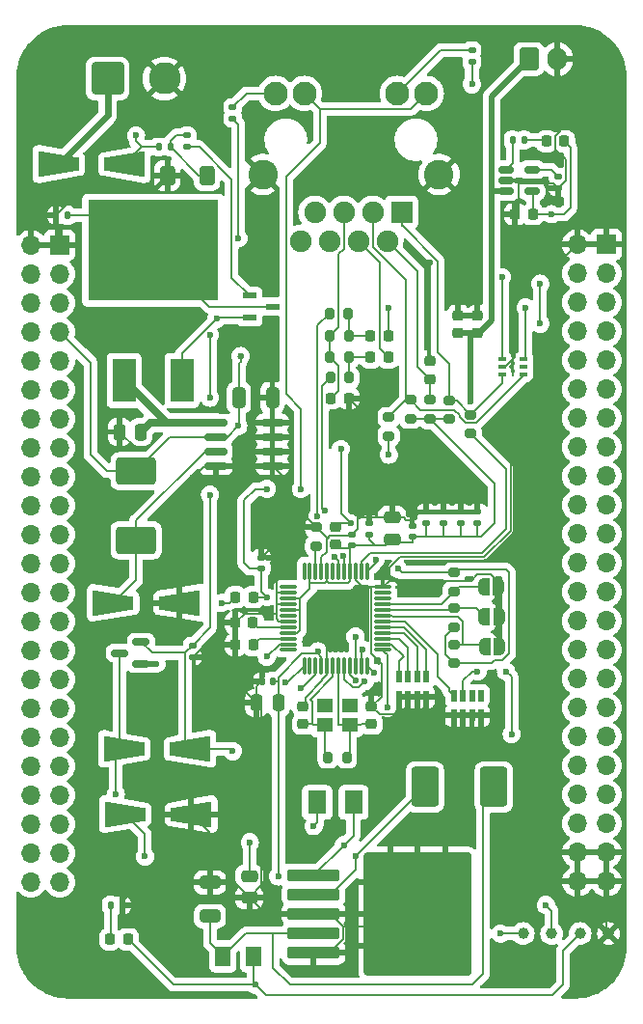
<source format=gbr>
%TF.GenerationSoftware,KiCad,Pcbnew,8.0.8*%
%TF.CreationDate,2025-05-06T17:48:01+03:00*%
%TF.ProjectId,s0-base-board,73302d62-6173-4652-9d62-6f6172642e6b,rev?*%
%TF.SameCoordinates,Original*%
%TF.FileFunction,Copper,L1,Top*%
%TF.FilePolarity,Positive*%
%FSLAX46Y46*%
G04 Gerber Fmt 4.6, Leading zero omitted, Abs format (unit mm)*
G04 Created by KiCad (PCBNEW 8.0.8) date 2025-05-06 17:48:01*
%MOMM*%
%LPD*%
G01*
G04 APERTURE LIST*
G04 Aperture macros list*
%AMRoundRect*
0 Rectangle with rounded corners*
0 $1 Rounding radius*
0 $2 $3 $4 $5 $6 $7 $8 $9 X,Y pos of 4 corners*
0 Add a 4 corners polygon primitive as box body*
4,1,4,$2,$3,$4,$5,$6,$7,$8,$9,$2,$3,0*
0 Add four circle primitives for the rounded corners*
1,1,$1+$1,$2,$3*
1,1,$1+$1,$4,$5*
1,1,$1+$1,$6,$7*
1,1,$1+$1,$8,$9*
0 Add four rect primitives between the rounded corners*
20,1,$1+$1,$2,$3,$4,$5,0*
20,1,$1+$1,$4,$5,$6,$7,0*
20,1,$1+$1,$6,$7,$8,$9,0*
20,1,$1+$1,$8,$9,$2,$3,0*%
%AMOutline4P*
0 Free polygon, 4 corners , with rotation*
0 The origin of the aperture is its center*
0 number of corners: always 4*
0 $1 to $8 corner X, Y*
0 $9 Rotation angle, in degrees counterclockwise*
0 create outline with 4 corners*
4,1,4,$1,$2,$3,$4,$5,$6,$7,$8,$1,$2,$9*%
%AMFreePoly0*
4,1,19,0.500000,-0.750000,0.000000,-0.750000,0.000000,-0.744911,-0.071157,-0.744911,-0.207708,-0.704816,-0.327430,-0.627875,-0.420627,-0.520320,-0.479746,-0.390866,-0.500000,-0.250000,-0.500000,0.250000,-0.479746,0.390866,-0.420627,0.520320,-0.327430,0.627875,-0.207708,0.704816,-0.071157,0.744911,0.000000,0.744911,0.000000,0.750000,0.500000,0.750000,0.500000,-0.750000,0.500000,-0.750000,
$1*%
%AMFreePoly1*
4,1,19,0.000000,0.744911,0.071157,0.744911,0.207708,0.704816,0.327430,0.627875,0.420627,0.520320,0.479746,0.390866,0.500000,0.250000,0.500000,-0.250000,0.479746,-0.390866,0.420627,-0.520320,0.327430,-0.627875,0.207708,-0.704816,0.071157,-0.744911,0.000000,-0.744911,0.000000,-0.750000,-0.500000,-0.750000,-0.500000,0.750000,0.000000,0.750000,0.000000,0.744911,0.000000,0.744911,
$1*%
G04 Aperture macros list end*
%TA.AperFunction,SMDPad,CuDef*%
%ADD10RoundRect,0.250000X-0.925000X-1.500000X0.925000X-1.500000X0.925000X1.500000X-0.925000X1.500000X0*%
%TD*%
%TA.AperFunction,SMDPad,CuDef*%
%ADD11RoundRect,0.250000X-0.325000X-0.650000X0.325000X-0.650000X0.325000X0.650000X-0.325000X0.650000X0*%
%TD*%
%TA.AperFunction,SMDPad,CuDef*%
%ADD12Outline4P,-1.800000X-1.150000X1.800000X-0.550000X1.800000X0.550000X-1.800000X1.150000X0.000000*%
%TD*%
%TA.AperFunction,SMDPad,CuDef*%
%ADD13Outline4P,-1.800000X-1.150000X1.800000X-0.550000X1.800000X0.550000X-1.800000X1.150000X180.000000*%
%TD*%
%TA.AperFunction,SMDPad,CuDef*%
%ADD14C,1.000000*%
%TD*%
%TA.AperFunction,ComponentPad*%
%ADD15R,1.700000X1.700000*%
%TD*%
%TA.AperFunction,ComponentPad*%
%ADD16O,1.700000X1.700000*%
%TD*%
%TA.AperFunction,SMDPad,CuDef*%
%ADD17R,1.400000X1.200000*%
%TD*%
%TA.AperFunction,SMDPad,CuDef*%
%ADD18RoundRect,0.250000X1.500000X-0.925000X1.500000X0.925000X-1.500000X0.925000X-1.500000X-0.925000X0*%
%TD*%
%TA.AperFunction,SMDPad,CuDef*%
%ADD19RoundRect,0.075000X-0.075000X0.662500X-0.075000X-0.662500X0.075000X-0.662500X0.075000X0.662500X0*%
%TD*%
%TA.AperFunction,SMDPad,CuDef*%
%ADD20RoundRect,0.075000X-0.662500X0.075000X-0.662500X-0.075000X0.662500X-0.075000X0.662500X0.075000X0*%
%TD*%
%TA.AperFunction,SMDPad,CuDef*%
%ADD21RoundRect,0.200000X0.200000X0.275000X-0.200000X0.275000X-0.200000X-0.275000X0.200000X-0.275000X0*%
%TD*%
%TA.AperFunction,ComponentPad*%
%ADD22RoundRect,0.250000X-0.600000X-0.750000X0.600000X-0.750000X0.600000X0.750000X-0.600000X0.750000X0*%
%TD*%
%TA.AperFunction,ComponentPad*%
%ADD23O,1.700000X2.000000*%
%TD*%
%TA.AperFunction,SMDPad,CuDef*%
%ADD24RoundRect,0.225000X0.250000X-0.225000X0.250000X0.225000X-0.250000X0.225000X-0.250000X-0.225000X0*%
%TD*%
%TA.AperFunction,SMDPad,CuDef*%
%ADD25RoundRect,0.200000X-0.275000X0.200000X-0.275000X-0.200000X0.275000X-0.200000X0.275000X0.200000X0*%
%TD*%
%TA.AperFunction,SMDPad,CuDef*%
%ADD26RoundRect,0.150000X-0.512500X-0.150000X0.512500X-0.150000X0.512500X0.150000X-0.512500X0.150000X0*%
%TD*%
%TA.AperFunction,SMDPad,CuDef*%
%ADD27RoundRect,0.135000X-0.135000X-0.185000X0.135000X-0.185000X0.135000X0.185000X-0.135000X0.185000X0*%
%TD*%
%TA.AperFunction,SMDPad,CuDef*%
%ADD28RoundRect,0.066250X0.198750X-0.418750X0.198750X0.418750X-0.198750X0.418750X-0.198750X-0.418750X0*%
%TD*%
%TA.AperFunction,SMDPad,CuDef*%
%ADD29RoundRect,0.225000X0.225000X0.250000X-0.225000X0.250000X-0.225000X-0.250000X0.225000X-0.250000X0*%
%TD*%
%TA.AperFunction,SMDPad,CuDef*%
%ADD30RoundRect,0.135000X-0.185000X0.135000X-0.185000X-0.135000X0.185000X-0.135000X0.185000X0.135000X0*%
%TD*%
%TA.AperFunction,SMDPad,CuDef*%
%ADD31R,2.080000X3.810000*%
%TD*%
%TA.AperFunction,SMDPad,CuDef*%
%ADD32R,11.430000X8.890000*%
%TD*%
%TA.AperFunction,SMDPad,CuDef*%
%ADD33FreePoly0,180.000000*%
%TD*%
%TA.AperFunction,SMDPad,CuDef*%
%ADD34FreePoly1,180.000000*%
%TD*%
%TA.AperFunction,SMDPad,CuDef*%
%ADD35RoundRect,0.250000X-2.050000X-0.300000X2.050000X-0.300000X2.050000X0.300000X-2.050000X0.300000X0*%
%TD*%
%TA.AperFunction,SMDPad,CuDef*%
%ADD36RoundRect,0.250000X-2.025000X-2.375000X2.025000X-2.375000X2.025000X2.375000X-2.025000X2.375000X0*%
%TD*%
%TA.AperFunction,SMDPad,CuDef*%
%ADD37RoundRect,0.250002X-4.449998X-5.149998X4.449998X-5.149998X4.449998X5.149998X-4.449998X5.149998X0*%
%TD*%
%TA.AperFunction,SMDPad,CuDef*%
%ADD38RoundRect,0.200000X0.275000X-0.200000X0.275000X0.200000X-0.275000X0.200000X-0.275000X-0.200000X0*%
%TD*%
%TA.AperFunction,SMDPad,CuDef*%
%ADD39RoundRect,0.250000X0.250000X0.475000X-0.250000X0.475000X-0.250000X-0.475000X0.250000X-0.475000X0*%
%TD*%
%TA.AperFunction,SMDPad,CuDef*%
%ADD40RoundRect,0.218750X-0.256250X0.218750X-0.256250X-0.218750X0.256250X-0.218750X0.256250X0.218750X0*%
%TD*%
%TA.AperFunction,SMDPad,CuDef*%
%ADD41RoundRect,0.140000X0.170000X-0.140000X0.170000X0.140000X-0.170000X0.140000X-0.170000X-0.140000X0*%
%TD*%
%TA.AperFunction,SMDPad,CuDef*%
%ADD42RoundRect,0.135000X0.135000X0.185000X-0.135000X0.185000X-0.135000X-0.185000X0.135000X-0.185000X0*%
%TD*%
%TA.AperFunction,SMDPad,CuDef*%
%ADD43RoundRect,0.225000X-0.250000X0.225000X-0.250000X-0.225000X0.250000X-0.225000X0.250000X0.225000X0*%
%TD*%
%TA.AperFunction,SMDPad,CuDef*%
%ADD44RoundRect,0.250000X-0.475000X0.250000X-0.475000X-0.250000X0.475000X-0.250000X0.475000X0.250000X0*%
%TD*%
%TA.AperFunction,SMDPad,CuDef*%
%ADD45RoundRect,0.150000X0.587500X0.150000X-0.587500X0.150000X-0.587500X-0.150000X0.587500X-0.150000X0*%
%TD*%
%TA.AperFunction,SMDPad,CuDef*%
%ADD46RoundRect,0.150000X-0.825000X-0.150000X0.825000X-0.150000X0.825000X0.150000X-0.825000X0.150000X0*%
%TD*%
%TA.AperFunction,SMDPad,CuDef*%
%ADD47R,1.400000X1.820000*%
%TD*%
%TA.AperFunction,ComponentPad*%
%ADD48R,1.900000X1.900000*%
%TD*%
%TA.AperFunction,ComponentPad*%
%ADD49C,1.900000*%
%TD*%
%TA.AperFunction,ComponentPad*%
%ADD50C,2.100000*%
%TD*%
%TA.AperFunction,ComponentPad*%
%ADD51C,2.600000*%
%TD*%
%TA.AperFunction,SMDPad,CuDef*%
%ADD52R,1.650000X2.030000*%
%TD*%
%TA.AperFunction,SMDPad,CuDef*%
%ADD53RoundRect,0.250000X0.650000X-0.325000X0.650000X0.325000X-0.650000X0.325000X-0.650000X-0.325000X0*%
%TD*%
%TA.AperFunction,SMDPad,CuDef*%
%ADD54RoundRect,0.140000X0.140000X0.170000X-0.140000X0.170000X-0.140000X-0.170000X0.140000X-0.170000X0*%
%TD*%
%TA.AperFunction,SMDPad,CuDef*%
%ADD55RoundRect,0.135000X0.185000X-0.135000X0.185000X0.135000X-0.185000X0.135000X-0.185000X-0.135000X0*%
%TD*%
%TA.AperFunction,SMDPad,CuDef*%
%ADD56R,1.250000X0.600000*%
%TD*%
%TA.AperFunction,SMDPad,CuDef*%
%ADD57RoundRect,0.250000X0.475000X-0.250000X0.475000X0.250000X-0.475000X0.250000X-0.475000X-0.250000X0*%
%TD*%
%TA.AperFunction,SMDPad,CuDef*%
%ADD58RoundRect,0.100000X-0.225000X-0.100000X0.225000X-0.100000X0.225000X0.100000X-0.225000X0.100000X0*%
%TD*%
%TA.AperFunction,ComponentPad*%
%ADD59RoundRect,0.250001X-1.149999X-1.149999X1.149999X-1.149999X1.149999X1.149999X-1.149999X1.149999X0*%
%TD*%
%TA.AperFunction,ComponentPad*%
%ADD60C,2.800000*%
%TD*%
%TA.AperFunction,SMDPad,CuDef*%
%ADD61RoundRect,0.218750X-0.218750X-0.256250X0.218750X-0.256250X0.218750X0.256250X-0.218750X0.256250X0*%
%TD*%
%TA.AperFunction,SMDPad,CuDef*%
%ADD62RoundRect,0.225000X-0.225000X-0.250000X0.225000X-0.250000X0.225000X0.250000X-0.225000X0.250000X0*%
%TD*%
%TA.AperFunction,SMDPad,CuDef*%
%ADD63RoundRect,0.250000X0.400000X0.600000X-0.400000X0.600000X-0.400000X-0.600000X0.400000X-0.600000X0*%
%TD*%
%TA.AperFunction,SMDPad,CuDef*%
%ADD64RoundRect,0.200000X-0.200000X-0.275000X0.200000X-0.275000X0.200000X0.275000X-0.200000X0.275000X0*%
%TD*%
%TA.AperFunction,ViaPad*%
%ADD65C,0.600000*%
%TD*%
%TA.AperFunction,Conductor*%
%ADD66C,0.200000*%
%TD*%
%TA.AperFunction,Conductor*%
%ADD67C,0.400000*%
%TD*%
%TA.AperFunction,Conductor*%
%ADD68C,0.550000*%
%TD*%
%TA.AperFunction,Conductor*%
%ADD69C,0.700000*%
%TD*%
%TA.AperFunction,Conductor*%
%ADD70C,0.600000*%
%TD*%
G04 APERTURE END LIST*
D10*
%TO.P,L2,1,1*%
%TO.N,Net-(D4-K)*%
X194875000Y-110150000D03*
%TO.P,L2,2,2*%
%TO.N,Net-(U3-FB)*%
X200925000Y-110150000D03*
%TD*%
D11*
%TO.P,C6,1*%
%TO.N,+5V*%
X178525000Y-76000000D03*
%TO.P,C6,2*%
%TO.N,GND*%
X181475000Y-76000000D03*
%TD*%
D12*
%TO.P,D2,1,K*%
%TO.N,Net-(D2-K)*%
X167500000Y-94000000D03*
D13*
%TO.P,D2,2,A*%
%TO.N,GND*%
X173300000Y-94000000D03*
%TD*%
D14*
%TO.P,TP1,1,1*%
%TO.N,+3V3*%
X208500000Y-123000000D03*
%TD*%
D15*
%TO.P,J5,1,Pin_1*%
%TO.N,GND*%
X210800000Y-62560000D03*
D16*
%TO.P,J5,2,Pin_2*%
X208260000Y-62560000D03*
%TO.P,J5,3,Pin_3*%
%TO.N,unconnected-(J5-Pin_3-Pad3)*%
X210800000Y-65100000D03*
%TO.P,J5,4,Pin_4*%
%TO.N,unconnected-(J5-Pin_4-Pad4)*%
X208260000Y-65100000D03*
%TO.P,J5,5,Pin_5*%
%TO.N,unconnected-(J5-Pin_5-Pad5)*%
X210800000Y-67640000D03*
%TO.P,J5,6,Pin_6*%
%TO.N,unconnected-(J5-Pin_6-Pad6)*%
X208260000Y-67640000D03*
%TO.P,J5,7,Pin_7*%
%TO.N,unconnected-(J5-Pin_7-Pad7)*%
X210800000Y-70180000D03*
%TO.P,J5,8,Pin_8*%
%TO.N,unconnected-(J5-Pin_8-Pad8)*%
X208260000Y-70180000D03*
%TO.P,J5,9,Pin_9*%
%TO.N,unconnected-(J5-Pin_9-Pad9)*%
X210800000Y-72720000D03*
%TO.P,J5,10,Pin_10*%
%TO.N,unconnected-(J5-Pin_10-Pad10)*%
X208260000Y-72720000D03*
%TO.P,J5,11,Pin_11*%
%TO.N,unconnected-(J5-Pin_11-Pad11)*%
X210800000Y-75260000D03*
%TO.P,J5,12,Pin_12*%
%TO.N,unconnected-(J5-Pin_12-Pad12)*%
X208260000Y-75260000D03*
%TO.P,J5,13,Pin_13*%
%TO.N,unconnected-(J5-Pin_13-Pad13)*%
X210800000Y-77800000D03*
%TO.P,J5,14,Pin_14*%
%TO.N,unconnected-(J5-Pin_14-Pad14)*%
X208260000Y-77800000D03*
%TO.P,J5,15,Pin_15*%
%TO.N,unconnected-(J5-Pin_15-Pad15)*%
X210800000Y-80340000D03*
%TO.P,J5,16,Pin_16*%
%TO.N,unconnected-(J5-Pin_16-Pad16)*%
X208260000Y-80340000D03*
%TO.P,J5,17,Pin_17*%
%TO.N,unconnected-(J5-Pin_17-Pad17)*%
X210800000Y-82880000D03*
%TO.P,J5,18,Pin_18*%
%TO.N,unconnected-(J5-Pin_18-Pad18)*%
X208260000Y-82880000D03*
%TO.P,J5,19,Pin_19*%
%TO.N,unconnected-(J5-Pin_19-Pad19)*%
X210800000Y-85420000D03*
%TO.P,J5,20,Pin_20*%
%TO.N,unconnected-(J5-Pin_20-Pad20)*%
X208260000Y-85420000D03*
%TO.P,J5,21,Pin_21*%
%TO.N,unconnected-(J5-Pin_21-Pad21)*%
X210800000Y-87960000D03*
%TO.P,J5,22,Pin_22*%
%TO.N,unconnected-(J5-Pin_22-Pad22)*%
X208260000Y-87960000D03*
%TO.P,J5,23,Pin_23*%
%TO.N,unconnected-(J5-Pin_23-Pad23)*%
X210800000Y-90500000D03*
%TO.P,J5,24,Pin_24*%
%TO.N,unconnected-(J5-Pin_24-Pad24)*%
X208260000Y-90500000D03*
%TO.P,J5,25,Pin_25*%
%TO.N,unconnected-(J5-Pin_25-Pad25)*%
X210800000Y-93040000D03*
%TO.P,J5,26,Pin_26*%
%TO.N,unconnected-(J5-Pin_26-Pad26)*%
X208260000Y-93040000D03*
%TO.P,J5,27,Pin_27*%
%TO.N,unconnected-(J5-Pin_27-Pad27)*%
X210800000Y-95580000D03*
%TO.P,J5,28,Pin_28*%
%TO.N,unconnected-(J5-Pin_28-Pad28)*%
X208260000Y-95580000D03*
%TO.P,J5,29,Pin_29*%
%TO.N,MISO*%
X210800000Y-98120000D03*
%TO.P,J5,30,Pin_30*%
%TO.N,MOSI*%
X208260000Y-98120000D03*
%TO.P,J5,31,Pin_31*%
%TO.N,SCLK*%
X210800000Y-100660000D03*
%TO.P,J5,32,Pin_32*%
%TO.N,CS*%
X208260000Y-100660000D03*
%TO.P,J5,33,Pin_33*%
%TO.N,INT*%
X210800000Y-103200000D03*
%TO.P,J5,34,Pin_34*%
%TO.N,RST*%
X208260000Y-103200000D03*
%TO.P,J5,35,Pin_35*%
%TO.N,unconnected-(J5-Pin_35-Pad35)*%
X210800000Y-105740000D03*
%TO.P,J5,36,Pin_36*%
%TO.N,unconnected-(J5-Pin_36-Pad36)*%
X208260000Y-105740000D03*
%TO.P,J5,37,Pin_37*%
%TO.N,unconnected-(J5-Pin_37-Pad37)*%
X210800000Y-108280000D03*
%TO.P,J5,38,Pin_38*%
%TO.N,unconnected-(J5-Pin_38-Pad38)*%
X208260000Y-108280000D03*
%TO.P,J5,39,Pin_39*%
%TO.N,unconnected-(J5-Pin_39-Pad39)*%
X210800000Y-110820000D03*
%TO.P,J5,40,Pin_40*%
%TO.N,unconnected-(J5-Pin_40-Pad40)*%
X208260000Y-110820000D03*
%TO.P,J5,41,Pin_41*%
%TO.N,unconnected-(J5-Pin_41-Pad41)*%
X210800000Y-113360000D03*
%TO.P,J5,42,Pin_42*%
%TO.N,unconnected-(J5-Pin_42-Pad42)*%
X208260000Y-113360000D03*
%TO.P,J5,43,Pin_43*%
%TO.N,GND*%
X210800000Y-115900000D03*
%TO.P,J5,44,Pin_44*%
X208260000Y-115900000D03*
%TO.P,J5,45,Pin_45*%
X210800000Y-118440000D03*
%TO.P,J5,46,Pin_46*%
X208260000Y-118440000D03*
%TD*%
D17*
%TO.P,Y1,1,1*%
%TO.N,Net-(U4-XI{slash}CLKIN)*%
X186050000Y-104700000D03*
%TO.P,Y1,2,2*%
%TO.N,Net-(U4-XO)*%
X188250000Y-104700000D03*
%TO.P,Y1,3*%
%TO.N,N/C*%
X188250000Y-103000000D03*
%TO.P,Y1,4*%
X186050000Y-103000000D03*
%TD*%
D18*
%TO.P,L1,1,1*%
%TO.N,Net-(D2-K)*%
X169500000Y-88500000D03*
%TO.P,L1,2,2*%
%TO.N,+5V*%
X169500000Y-82450000D03*
%TD*%
D19*
%TO.P,U4,1,TXN*%
%TO.N,TXN*%
X189775000Y-91212500D03*
%TO.P,U4,2,TXP*%
%TO.N,TXP*%
X189275000Y-91212500D03*
%TO.P,U4,3,AGND*%
%TO.N,GND*%
X188775000Y-91212500D03*
%TO.P,U4,4,AVDD*%
%TO.N,VCCA*%
X188275000Y-91212500D03*
%TO.P,U4,5,RXN*%
%TO.N,RXN*%
X187775000Y-91212500D03*
%TO.P,U4,6,RXP*%
%TO.N,RXP*%
X187275000Y-91212500D03*
%TO.P,U4,7,DNC*%
%TO.N,unconnected-(U4-DNC-Pad7)*%
X186775000Y-91212500D03*
%TO.P,U4,8,AVDD*%
%TO.N,VCCA*%
X186275000Y-91212500D03*
%TO.P,U4,9,AGND*%
%TO.N,GND*%
X185775000Y-91212500D03*
%TO.P,U4,10,EXRES1*%
%TO.N,Net-(U4-EXRES1)*%
X185275000Y-91212500D03*
%TO.P,U4,11,AVDD*%
%TO.N,VCCA*%
X184775000Y-91212500D03*
%TO.P,U4,12,NC*%
%TO.N,unconnected-(U4-NC-Pad12)*%
X184275000Y-91212500D03*
D20*
%TO.P,U4,13,NC*%
%TO.N,unconnected-(U4-NC-Pad13)*%
X182862500Y-92625000D03*
%TO.P,U4,14,AGND*%
%TO.N,GND*%
X182862500Y-93125000D03*
%TO.P,U4,15,AVDD*%
%TO.N,VCCA*%
X182862500Y-93625000D03*
%TO.P,U4,16,AGND*%
%TO.N,GND*%
X182862500Y-94125000D03*
%TO.P,U4,17,AVDD*%
%TO.N,VCCA*%
X182862500Y-94625000D03*
%TO.P,U4,18,VBG*%
%TO.N,unconnected-(U4-VBG-Pad18)*%
X182862500Y-95125000D03*
%TO.P,U4,19,AGND*%
%TO.N,GND*%
X182862500Y-95625000D03*
%TO.P,U4,20,TOCAP*%
%TO.N,Net-(U4-TOCAP)*%
X182862500Y-96125000D03*
%TO.P,U4,21,AVDD*%
%TO.N,VCCA*%
X182862500Y-96625000D03*
%TO.P,U4,22,1V2O*%
%TO.N,Net-(U4-1V2O)*%
X182862500Y-97125000D03*
%TO.P,U4,23,RSVD*%
%TO.N,Net-(RN2-Pad7)*%
X182862500Y-97625000D03*
%TO.P,U4,24,SPDLED*%
%TO.N,unconnected-(U4-SPDLED-Pad24)*%
X182862500Y-98125000D03*
D19*
%TO.P,U4,25,LINKLED*%
%TO.N,LINKLED*%
X184275000Y-99537500D03*
%TO.P,U4,26,DUPLED*%
%TO.N,unconnected-(U4-DUPLED-Pad26)*%
X184775000Y-99537500D03*
%TO.P,U4,27,ACTLED*%
%TO.N,ACTLED*%
X185275000Y-99537500D03*
%TO.P,U4,28,VDD*%
%TO.N,+3V3*%
X185775000Y-99537500D03*
%TO.P,U4,29,GND*%
%TO.N,GND*%
X186275000Y-99537500D03*
%TO.P,U4,30,XI/CLKIN*%
%TO.N,Net-(U4-XI{slash}CLKIN)*%
X186775000Y-99537500D03*
%TO.P,U4,31,XO*%
%TO.N,Net-(U4-XO)*%
X187275000Y-99537500D03*
%TO.P,U4,32,~{SCS}*%
%TO.N,CS*%
X187775000Y-99537500D03*
%TO.P,U4,33,SCLK*%
%TO.N,SCLK*%
X188275000Y-99537500D03*
%TO.P,U4,34,MISO*%
%TO.N,MISO*%
X188775000Y-99537500D03*
%TO.P,U4,35,MOSI*%
%TO.N,MOSI*%
X189275000Y-99537500D03*
%TO.P,U4,36,~{INT}*%
%TO.N,INT*%
X189775000Y-99537500D03*
D20*
%TO.P,U4,37,~{RST}*%
%TO.N,RST*%
X191187500Y-98125000D03*
%TO.P,U4,38,RSVD*%
%TO.N,Net-(RN1-Pad8)*%
X191187500Y-97625000D03*
%TO.P,U4,39,RSVD*%
%TO.N,Net-(RN1-Pad7)*%
X191187500Y-97125000D03*
%TO.P,U4,40,RSVD*%
%TO.N,Net-(RN1-Pad6)*%
X191187500Y-96625000D03*
%TO.P,U4,41,RSVD*%
%TO.N,Net-(RN1-Pad5)*%
X191187500Y-96125000D03*
%TO.P,U4,42,RSVD*%
%TO.N,Net-(RN2-Pad8)*%
X191187500Y-95625000D03*
%TO.P,U4,43,PMODE2*%
%TO.N,PMODE2*%
X191187500Y-95125000D03*
%TO.P,U4,44,PMODE1*%
%TO.N,PMODE1*%
X191187500Y-94625000D03*
%TO.P,U4,45,PMODE0*%
%TO.N,PMODE0*%
X191187500Y-94125000D03*
%TO.P,U4,46,NC*%
%TO.N,unconnected-(U4-NC-Pad46)*%
X191187500Y-93625000D03*
%TO.P,U4,47,NC*%
%TO.N,unconnected-(U4-NC-Pad47)*%
X191187500Y-93125000D03*
%TO.P,U4,48,AGND*%
%TO.N,GND*%
X191187500Y-92625000D03*
%TD*%
D21*
%TO.P,R12,1*%
%TO.N,Net-(C18-Pad1)*%
X188200000Y-72450000D03*
%TO.P,R12,2*%
%TO.N,Net-(J4-RCT)*%
X186550000Y-72450000D03*
%TD*%
%TO.P,R15,1*%
%TO.N,Net-(C19-Pad1)*%
X188200000Y-70550000D03*
%TO.P,R15,2*%
%TO.N,Net-(J4-RCT)*%
X186550000Y-70550000D03*
%TD*%
D22*
%TO.P,J3,1,Pin_1*%
%TO.N,VBAT*%
X204000000Y-46300000D03*
D23*
%TO.P,J3,2,Pin_2*%
%TO.N,GND*%
X206500000Y-46300000D03*
%TD*%
D24*
%TO.P,C11,1*%
%TO.N,Net-(U4-XO)*%
X190175000Y-104625000D03*
%TO.P,C11,2*%
%TO.N,GND*%
X190175000Y-103075000D03*
%TD*%
D25*
%TO.P,R9,1*%
%TO.N,GND*%
X185325000Y-87350000D03*
%TO.P,R9,2*%
%TO.N,Net-(U4-EXRES1)*%
X185325000Y-89000000D03*
%TD*%
D26*
%TO.P,U1,1,STAT*%
%TO.N,Net-(U1-STAT)*%
X202000000Y-56000000D03*
%TO.P,U1,2,V_{SS}*%
%TO.N,GND*%
X202000000Y-56950000D03*
%TO.P,U1,3,V_{BAT}*%
%TO.N,VBAT*%
X202000000Y-57900000D03*
%TO.P,U1,4,V_{DD}*%
%TO.N,+5V*%
X204275000Y-57900000D03*
%TO.P,U1,5,PROG*%
%TO.N,Net-(U1-PROG)*%
X204275000Y-56000000D03*
%TD*%
D27*
%TO.P,R2,1*%
%TO.N,Net-(D5-K)*%
X171490000Y-54000000D03*
%TO.P,R2,2*%
%TO.N,Net-(D6-K)*%
X172510000Y-54000000D03*
%TD*%
D28*
%TO.P,RN1,1*%
%TO.N,GND*%
X192600000Y-102250000D03*
%TO.P,RN1,2*%
X193400000Y-102250000D03*
%TO.P,RN1,3*%
X194200000Y-102250000D03*
%TO.P,RN1,4*%
X195000000Y-102250000D03*
%TO.P,RN1,5*%
%TO.N,Net-(RN1-Pad5)*%
X195000000Y-100500000D03*
%TO.P,RN1,6*%
%TO.N,Net-(RN1-Pad6)*%
X194200000Y-100500000D03*
%TO.P,RN1,7*%
%TO.N,Net-(RN1-Pad7)*%
X193400000Y-100500000D03*
%TO.P,RN1,8*%
%TO.N,Net-(RN1-Pad8)*%
X192600000Y-100500000D03*
%TD*%
D29*
%TO.P,C15,1*%
%TO.N,Net-(U4-1V2O)*%
X179800000Y-97675000D03*
%TO.P,C15,2*%
%TO.N,GND*%
X178250000Y-97675000D03*
%TD*%
%TO.P,C1,1*%
%TO.N,+5V*%
X204350000Y-59900000D03*
%TO.P,C1,2*%
%TO.N,GND*%
X202800000Y-59900000D03*
%TD*%
D30*
%TO.P,R21,1*%
%TO.N,Net-(J4-PadL2)*%
X199000000Y-45490000D03*
%TO.P,R21,2*%
%TO.N,ACTLED*%
X199000000Y-46510000D03*
%TD*%
D31*
%TO.P,Q3,1,D*%
%TO.N,VIN*%
X168460000Y-74485000D03*
D32*
%TO.P,Q3,2,G*%
%TO.N,Net-(Q2-C)*%
X171000000Y-63055000D03*
D31*
%TO.P,Q3,3,S*%
%TO.N,Net-(D5-K)*%
X173540000Y-74485000D03*
%TD*%
D33*
%TO.P,JP3,1,A*%
%TO.N,GND*%
X201425000Y-97875000D03*
D34*
%TO.P,JP3,2,B*%
%TO.N,PMODE2*%
X200125000Y-97875000D03*
%TD*%
D35*
%TO.P,U3,1,VIN*%
%TO.N,Net-(U3-VIN)*%
X185100000Y-117900000D03*
%TO.P,U3,2,OUT*%
%TO.N,Net-(D4-K)*%
X185100000Y-119600000D03*
%TO.P,U3,3,GND*%
%TO.N,GND*%
X185100000Y-121300000D03*
D36*
X191825000Y-118525000D03*
X191825000Y-124075000D03*
D37*
X194250000Y-121300000D03*
D36*
X196675000Y-118525000D03*
X196675000Y-124075000D03*
D35*
%TO.P,U3,4,FB*%
%TO.N,Net-(U3-FB)*%
X185100000Y-123000000D03*
%TO.P,U3,5,~{ON}/OFF*%
%TO.N,GND*%
X185100000Y-124700000D03*
%TD*%
D38*
%TO.P,R6,1*%
%TO.N,+3V3*%
X197425000Y-96100000D03*
%TO.P,R6,2*%
%TO.N,PMODE1*%
X197425000Y-94450000D03*
%TD*%
D25*
%TO.P,R14,1*%
%TO.N,Net-(J4-TD-)*%
X191700000Y-77700000D03*
%TO.P,R14,2*%
%TO.N,TXN*%
X191700000Y-79350000D03*
%TD*%
D30*
%TO.P,R3,1*%
%TO.N,Net-(D6-K)*%
X174000000Y-52990000D03*
%TO.P,R3,2*%
%TO.N,Net-(Q2-B)*%
X174000000Y-54010000D03*
%TD*%
D39*
%TO.P,C12,1*%
%TO.N,+3V3*%
X182000000Y-102775000D03*
%TO.P,C12,2*%
%TO.N,GND*%
X180100000Y-102775000D03*
%TD*%
D38*
%TO.P,R18,1*%
%TO.N,VCCA*%
X195300000Y-77850000D03*
%TO.P,R18,2*%
%TO.N,Net-(J4-TCT)*%
X195300000Y-76200000D03*
%TD*%
D40*
%TO.P,L3,1,1*%
%TO.N,+3V3*%
X187000000Y-87312500D03*
%TO.P,L3,2,2*%
%TO.N,VCCA*%
X187000000Y-88887500D03*
%TD*%
D21*
%TO.P,R10,1*%
%TO.N,Net-(C18-Pad1)*%
X188225000Y-74250000D03*
%TO.P,R10,2*%
%TO.N,RXP*%
X186575000Y-74250000D03*
%TD*%
D14*
%TO.P,TP4,1,1*%
%TO.N,Net-(D3-K)*%
X203500000Y-123000000D03*
%TD*%
D41*
%TO.P,C10,1*%
%TO.N,VCCD*%
X180500000Y-90980000D03*
%TO.P,C10,2*%
%TO.N,GND*%
X180500000Y-90020000D03*
%TD*%
D27*
%TO.P,R22,1*%
%TO.N,GND*%
X162480000Y-60000000D03*
%TO.P,R22,2*%
%TO.N,Net-(Q2-C)*%
X163500000Y-60000000D03*
%TD*%
D42*
%TO.P,R4,1*%
%TO.N,Net-(D1-K)*%
X203585000Y-53400000D03*
%TO.P,R4,2*%
%TO.N,Net-(U1-STAT)*%
X202565000Y-53400000D03*
%TD*%
D38*
%TO.P,R17,1*%
%TO.N,VCCA*%
X197000000Y-77875000D03*
%TO.P,R17,2*%
%TO.N,Net-(J4-TD+)*%
X197000000Y-76225000D03*
%TD*%
D43*
%TO.P,C20,1*%
%TO.N,GND*%
X195300000Y-72800000D03*
%TO.P,C20,2*%
%TO.N,Net-(J4-TCT)*%
X195300000Y-74350000D03*
%TD*%
D24*
%TO.P,C3,1*%
%TO.N,VBAT*%
X197800000Y-70325000D03*
%TO.P,C3,2*%
%TO.N,GND*%
X197800000Y-68775000D03*
%TD*%
D41*
%TO.P,C25,1*%
%TO.N,VCCA*%
X198000000Y-86980000D03*
%TO.P,C25,2*%
%TO.N,GND*%
X198000000Y-86020000D03*
%TD*%
D14*
%TO.P,TP3,1,1*%
%TO.N,GND*%
X211000000Y-123000000D03*
%TD*%
D15*
%TO.P,J6,1,Pin_1*%
%TO.N,GND*%
X162800000Y-62610000D03*
D16*
%TO.P,J6,2,Pin_2*%
X160260000Y-62610000D03*
%TO.P,J6,3,Pin_3*%
%TO.N,+3V3*%
X162800000Y-65150000D03*
%TO.P,J6,4,Pin_4*%
X160260000Y-65150000D03*
%TO.P,J6,5,Pin_5*%
%TO.N,+5V*%
X162800000Y-67690000D03*
%TO.P,J6,6,Pin_6*%
X160260000Y-67690000D03*
%TO.P,J6,7,Pin_7*%
X162800000Y-70230000D03*
%TO.P,J6,8,Pin_8*%
X160260000Y-70230000D03*
%TO.P,J6,9,Pin_9*%
%TO.N,unconnected-(J6-Pin_9-Pad9)*%
X162800000Y-72770000D03*
%TO.P,J6,10,Pin_10*%
%TO.N,unconnected-(J6-Pin_10-Pad10)*%
X160260000Y-72770000D03*
%TO.P,J6,11,Pin_11*%
%TO.N,unconnected-(J6-Pin_11-Pad11)*%
X162800000Y-75310000D03*
%TO.P,J6,12,Pin_12*%
%TO.N,unconnected-(J6-Pin_12-Pad12)*%
X160260000Y-75310000D03*
%TO.P,J6,13,Pin_13*%
%TO.N,unconnected-(J6-Pin_13-Pad13)*%
X162800000Y-77850000D03*
%TO.P,J6,14,Pin_14*%
%TO.N,unconnected-(J6-Pin_14-Pad14)*%
X160260000Y-77850000D03*
%TO.P,J6,15,Pin_15*%
%TO.N,unconnected-(J6-Pin_15-Pad15)*%
X162800000Y-80390000D03*
%TO.P,J6,16,Pin_16*%
%TO.N,unconnected-(J6-Pin_16-Pad16)*%
X160260000Y-80390000D03*
%TO.P,J6,17,Pin_17*%
%TO.N,unconnected-(J6-Pin_17-Pad17)*%
X162800000Y-82930000D03*
%TO.P,J6,18,Pin_18*%
%TO.N,unconnected-(J6-Pin_18-Pad18)*%
X160260000Y-82930000D03*
%TO.P,J6,19,Pin_19*%
%TO.N,unconnected-(J6-Pin_19-Pad19)*%
X162800000Y-85470000D03*
%TO.P,J6,20,Pin_20*%
%TO.N,unconnected-(J6-Pin_20-Pad20)*%
X160260000Y-85470000D03*
%TO.P,J6,21,Pin_21*%
%TO.N,unconnected-(J6-Pin_21-Pad21)*%
X162800000Y-88010000D03*
%TO.P,J6,22,Pin_22*%
%TO.N,unconnected-(J6-Pin_22-Pad22)*%
X160260000Y-88010000D03*
%TO.P,J6,23,Pin_23*%
%TO.N,unconnected-(J6-Pin_23-Pad23)*%
X162800000Y-90550000D03*
%TO.P,J6,24,Pin_24*%
%TO.N,unconnected-(J6-Pin_24-Pad24)*%
X160260000Y-90550000D03*
%TO.P,J6,25,Pin_25*%
%TO.N,unconnected-(J6-Pin_25-Pad25)*%
X162800000Y-93090000D03*
%TO.P,J6,26,Pin_26*%
%TO.N,unconnected-(J6-Pin_26-Pad26)*%
X160260000Y-93090000D03*
%TO.P,J6,27,Pin_27*%
%TO.N,unconnected-(J6-Pin_27-Pad27)*%
X162800000Y-95630000D03*
%TO.P,J6,28,Pin_28*%
%TO.N,unconnected-(J6-Pin_28-Pad28)*%
X160260000Y-95630000D03*
%TO.P,J6,29,Pin_29*%
%TO.N,unconnected-(J6-Pin_29-Pad29)*%
X162800000Y-98170000D03*
%TO.P,J6,30,Pin_30*%
%TO.N,unconnected-(J6-Pin_30-Pad30)*%
X160260000Y-98170000D03*
%TO.P,J6,31,Pin_31*%
%TO.N,unconnected-(J6-Pin_31-Pad31)*%
X162800000Y-100710000D03*
%TO.P,J6,32,Pin_32*%
%TO.N,unconnected-(J6-Pin_32-Pad32)*%
X160260000Y-100710000D03*
%TO.P,J6,33,Pin_33*%
%TO.N,unconnected-(J6-Pin_33-Pad33)*%
X162800000Y-103250000D03*
%TO.P,J6,34,Pin_34*%
%TO.N,unconnected-(J6-Pin_34-Pad34)*%
X160260000Y-103250000D03*
%TO.P,J6,35,Pin_35*%
%TO.N,unconnected-(J6-Pin_35-Pad35)*%
X162800000Y-105790000D03*
%TO.P,J6,36,Pin_36*%
%TO.N,unconnected-(J6-Pin_36-Pad36)*%
X160260000Y-105790000D03*
%TO.P,J6,37,Pin_37*%
%TO.N,unconnected-(J6-Pin_37-Pad37)*%
X162800000Y-108330000D03*
%TO.P,J6,38,Pin_38*%
%TO.N,unconnected-(J6-Pin_38-Pad38)*%
X160260000Y-108330000D03*
%TO.P,J6,39,Pin_39*%
%TO.N,unconnected-(J6-Pin_39-Pad39)*%
X162800000Y-110870000D03*
%TO.P,J6,40,Pin_40*%
%TO.N,unconnected-(J6-Pin_40-Pad40)*%
X160260000Y-110870000D03*
%TO.P,J6,41,Pin_41*%
%TO.N,unconnected-(J6-Pin_41-Pad41)*%
X162800000Y-113410000D03*
%TO.P,J6,42,Pin_42*%
%TO.N,unconnected-(J6-Pin_42-Pad42)*%
X160260000Y-113410000D03*
%TO.P,J6,43,Pin_43*%
%TO.N,unconnected-(J6-Pin_43-Pad43)*%
X162800000Y-115950000D03*
%TO.P,J6,44,Pin_44*%
%TO.N,unconnected-(J6-Pin_44-Pad44)*%
X160260000Y-115950000D03*
%TO.P,J6,45,Pin_45*%
%TO.N,unconnected-(J6-Pin_45-Pad45)*%
X162800000Y-118490000D03*
%TO.P,J6,46,Pin_46*%
%TO.N,unconnected-(J6-Pin_46-Pad46)*%
X160260000Y-118490000D03*
%TD*%
D33*
%TO.P,JP2,1,A*%
%TO.N,GND*%
X201375000Y-95175000D03*
D34*
%TO.P,JP2,2,B*%
%TO.N,PMODE1*%
X200075000Y-95175000D03*
%TD*%
D41*
%TO.P,C21,1*%
%TO.N,VCCA*%
X193750000Y-88180000D03*
%TO.P,C21,2*%
%TO.N,GND*%
X193750000Y-87220000D03*
%TD*%
D44*
%TO.P,C5,1*%
%TO.N,Net-(U3-VIN)*%
X179450000Y-117950000D03*
%TO.P,C5,2*%
%TO.N,GND*%
X179450000Y-119850000D03*
%TD*%
D45*
%TO.P,Q1,1,D*%
%TO.N,VBAT*%
X169950000Y-99340000D03*
%TO.P,Q1,2,G*%
%TO.N,+5V*%
X169950000Y-97440000D03*
%TO.P,Q1,3,S*%
%TO.N,Net-(D3-K)*%
X168075000Y-98390000D03*
%TD*%
D46*
%TO.P,U2,1,VIN*%
%TO.N,VIN*%
X176525000Y-78190000D03*
%TO.P,U2,2,OUT*%
%TO.N,+5V*%
X176525000Y-79460000D03*
%TO.P,U2,3,FB*%
%TO.N,Net-(D2-K)*%
X176525000Y-80730000D03*
%TO.P,U2,4,~{EN}*%
%TO.N,GND*%
X176525000Y-82000000D03*
%TO.P,U2,5,GND*%
X181475000Y-82000000D03*
%TO.P,U2,6,GND*%
X181475000Y-80730000D03*
%TO.P,U2,7,GND*%
X181475000Y-79460000D03*
%TO.P,U2,8,GND*%
X181475000Y-78190000D03*
%TD*%
D38*
%TO.P,R7,1*%
%TO.N,+3V3*%
X197425000Y-99300000D03*
%TO.P,R7,2*%
%TO.N,PMODE2*%
X197425000Y-97650000D03*
%TD*%
D29*
%TO.P,C17,1*%
%TO.N,Net-(U4-TOCAP)*%
X179775000Y-95750000D03*
%TO.P,C17,2*%
%TO.N,GND*%
X178225000Y-95750000D03*
%TD*%
D47*
%TO.P,L5,1,1*%
%TO.N,Net-(U3-FB)*%
X177140000Y-125000000D03*
%TO.P,L5,2,2*%
%TO.N,+3V3*%
X179860000Y-125000000D03*
%TD*%
D24*
%TO.P,C8,1*%
%TO.N,Net-(U4-XI{slash}CLKIN)*%
X184175000Y-104625000D03*
%TO.P,C8,2*%
%TO.N,GND*%
X184175000Y-103075000D03*
%TD*%
D48*
%TO.P,J4,1,TD+*%
%TO.N,Net-(J4-TD+)*%
X192820000Y-59710000D03*
D49*
%TO.P,J4,2,TCT*%
%TO.N,Net-(J4-TCT)*%
X191550000Y-62250000D03*
%TO.P,J4,3,TD-*%
%TO.N,Net-(J4-TD-)*%
X190280000Y-59710000D03*
%TO.P,J4,4,RD+*%
%TO.N,Net-(J4-RD+)*%
X189010000Y-62250000D03*
%TO.P,J4,5,RCT*%
%TO.N,Net-(J4-RCT)*%
X187740000Y-59710000D03*
%TO.P,J4,6,RD-*%
%TO.N,Net-(J4-RD-)*%
X186470000Y-62250000D03*
%TO.P,J4,7,NC*%
%TO.N,unconnected-(J4-NC-Pad7)*%
X185200000Y-59710000D03*
%TO.P,J4,8*%
%TO.N,unconnected-(J4-Pad8)*%
X183930000Y-62250000D03*
D50*
%TO.P,J4,L1*%
%TO.N,VCCD*%
X195000000Y-49300000D03*
%TO.P,J4,L2*%
%TO.N,Net-(J4-PadL2)*%
X192460000Y-49300000D03*
%TO.P,J4,L3*%
%TO.N,VCCD*%
X184290000Y-49300000D03*
%TO.P,J4,L4*%
%TO.N,Net-(J4-PadL4)*%
X181750000Y-49300000D03*
D51*
%TO.P,J4,SH*%
%TO.N,GND*%
X196120000Y-56410000D03*
X180630000Y-56410000D03*
%TD*%
D41*
%TO.P,C16,1*%
%TO.N,VCCA*%
X190000000Y-87980000D03*
%TO.P,C16,2*%
%TO.N,GND*%
X190000000Y-87020000D03*
%TD*%
D52*
%TO.P,F1,1*%
%TO.N,Net-(D3-K)*%
X185410000Y-111500000D03*
%TO.P,F1,2*%
%TO.N,Net-(U3-VIN)*%
X188590000Y-111500000D03*
%TD*%
D53*
%TO.P,C7,1*%
%TO.N,Net-(U3-FB)*%
X176000000Y-121475000D03*
%TO.P,C7,2*%
%TO.N,GND*%
X176000000Y-118525000D03*
%TD*%
D41*
%TO.P,C26,1*%
%TO.N,VCCA*%
X196500000Y-86980000D03*
%TO.P,C26,2*%
%TO.N,GND*%
X196500000Y-86020000D03*
%TD*%
D12*
%TO.P,D4,1,K*%
%TO.N,Net-(D4-K)*%
X168550000Y-112550000D03*
D13*
%TO.P,D4,2,A*%
%TO.N,GND*%
X174350000Y-112550000D03*
%TD*%
D30*
%TO.P,R20,1*%
%TO.N,Net-(J4-PadL4)*%
X178000000Y-50490000D03*
%TO.P,R20,2*%
%TO.N,LINKLED*%
X178000000Y-51510000D03*
%TD*%
D41*
%TO.P,C23,1*%
%TO.N,VCCA*%
X199500000Y-86980000D03*
%TO.P,C23,2*%
%TO.N,GND*%
X199500000Y-86020000D03*
%TD*%
D54*
%TO.P,C14,1*%
%TO.N,+3V3*%
X181530000Y-100875000D03*
%TO.P,C14,2*%
%TO.N,GND*%
X180570000Y-100875000D03*
%TD*%
D28*
%TO.P,RN2,1*%
%TO.N,GND*%
X197400000Y-103875000D03*
%TO.P,RN2,2*%
X198200000Y-103875000D03*
%TO.P,RN2,3*%
X199000000Y-103875000D03*
%TO.P,RN2,4*%
X199800000Y-103875000D03*
%TO.P,RN2,5*%
%TO.N,unconnected-(RN2-Pad5)*%
X199800000Y-102125000D03*
%TO.P,RN2,6*%
%TO.N,unconnected-(RN2-Pad6)*%
X199000000Y-102125000D03*
%TO.P,RN2,7*%
%TO.N,Net-(RN2-Pad7)*%
X198200000Y-102125000D03*
%TO.P,RN2,8*%
%TO.N,Net-(RN2-Pad8)*%
X197400000Y-102125000D03*
%TD*%
D55*
%TO.P,R19,1*%
%TO.N,GND*%
X174450000Y-98750000D03*
%TO.P,R19,2*%
%TO.N,+5V*%
X174450000Y-97730000D03*
%TD*%
D56*
%TO.P,Q2,1,B*%
%TO.N,Net-(Q2-B)*%
X179500000Y-67050000D03*
%TO.P,Q2,2,E*%
%TO.N,Net-(D5-K)*%
X179500000Y-68950000D03*
%TO.P,Q2,3,C*%
%TO.N,Net-(Q2-C)*%
X181500000Y-68000000D03*
%TD*%
D57*
%TO.P,C13,1*%
%TO.N,VCCA*%
X192000000Y-88400000D03*
%TO.P,C13,2*%
%TO.N,GND*%
X192000000Y-86500000D03*
%TD*%
D25*
%TO.P,R13,1*%
%TO.N,Net-(J4-TD+)*%
X198900000Y-77475000D03*
%TO.P,R13,2*%
%TO.N,TXP*%
X198900000Y-79125000D03*
%TD*%
D12*
%TO.P,D3,1,K*%
%TO.N,Net-(D3-K)*%
X168450000Y-106800000D03*
D13*
%TO.P,D3,2,A*%
%TO.N,+5V*%
X174250000Y-106800000D03*
%TD*%
D58*
%TO.P,U5,1*%
%TO.N,Net-(J4-RD+)*%
X201650000Y-72625000D03*
%TO.P,U5,2*%
%TO.N,GND*%
X201650000Y-73275000D03*
%TO.P,U5,3*%
%TO.N,Net-(J4-TD+)*%
X201650000Y-73925000D03*
%TO.P,U5,4*%
%TO.N,Net-(J4-TD-)*%
X203550000Y-73925000D03*
%TO.P,U5,5*%
%TO.N,unconnected-(U5-Pad5)*%
X203550000Y-73275000D03*
%TO.P,U5,6*%
%TO.N,Net-(J4-RD-)*%
X203550000Y-72625000D03*
%TD*%
D41*
%TO.P,C24,1*%
%TO.N,VCCA*%
X195000000Y-86980000D03*
%TO.P,C24,2*%
%TO.N,GND*%
X195000000Y-86020000D03*
%TD*%
D59*
%TO.P,J2,1,Pin_1*%
%TO.N,Net-(D5-A)*%
X167000000Y-48000000D03*
D60*
%TO.P,J2,2,Pin_2*%
%TO.N,GND*%
X172000000Y-48000000D03*
%TD*%
D61*
%TO.P,D1,1,K*%
%TO.N,Net-(D1-K)*%
X205550000Y-53500000D03*
%TO.P,D1,2,A*%
%TO.N,+5V*%
X207125000Y-53500000D03*
%TD*%
D21*
%TO.P,R11,1*%
%TO.N,Net-(C19-Pad1)*%
X188125000Y-68650000D03*
%TO.P,R11,2*%
%TO.N,RXN*%
X186475000Y-68650000D03*
%TD*%
D25*
%TO.P,R5,1*%
%TO.N,+3V3*%
X197425000Y-91350000D03*
%TO.P,R5,2*%
%TO.N,PMODE0*%
X197425000Y-93000000D03*
%TD*%
D13*
%TO.P,D5,1,K*%
%TO.N,Net-(D5-K)*%
X168500000Y-55500000D03*
D12*
%TO.P,D5,2,A*%
%TO.N,Net-(D5-A)*%
X162700000Y-55500000D03*
%TD*%
D62*
%TO.P,C22,1*%
%TO.N,Net-(J4-RCT)*%
X186625000Y-76050000D03*
%TO.P,C22,2*%
%TO.N,GND*%
X188175000Y-76050000D03*
%TD*%
D38*
%TO.P,R16,1*%
%TO.N,VCCA*%
X193600000Y-77825000D03*
%TO.P,R16,2*%
%TO.N,Net-(J4-TD-)*%
X193600000Y-76175000D03*
%TD*%
D55*
%TO.P,R1,1*%
%TO.N,GND*%
X206575000Y-57610000D03*
%TO.P,R1,2*%
%TO.N,Net-(U1-PROG)*%
X206575000Y-56590000D03*
%TD*%
D27*
%TO.P,R23,1*%
%TO.N,Net-(D7-K)*%
X167277500Y-120500000D03*
%TO.P,R23,2*%
%TO.N,GND*%
X168297500Y-120500000D03*
%TD*%
D41*
%TO.P,C9,1*%
%TO.N,VCCA*%
X188500000Y-88965000D03*
%TO.P,C9,2*%
%TO.N,GND*%
X188500000Y-88005000D03*
%TD*%
D24*
%TO.P,C2,1*%
%TO.N,VBAT*%
X199500000Y-70350000D03*
%TO.P,C2,2*%
%TO.N,GND*%
X199500000Y-68800000D03*
%TD*%
D62*
%TO.P,C18,1*%
%TO.N,Net-(C18-Pad1)*%
X190100000Y-72450000D03*
%TO.P,C18,2*%
%TO.N,Net-(J4-RD+)*%
X191650000Y-72450000D03*
%TD*%
D61*
%TO.P,L4,1,1*%
%TO.N,+3V3*%
X178212500Y-93500000D03*
%TO.P,L4,2,2*%
%TO.N,VCCD*%
X179787500Y-93500000D03*
%TD*%
D33*
%TO.P,JP1,1,A*%
%TO.N,GND*%
X201325000Y-92575000D03*
D34*
%TO.P,JP1,2,B*%
%TO.N,PMODE0*%
X200025000Y-92575000D03*
%TD*%
D61*
%TO.P,D7,1,K*%
%TO.N,Net-(D7-K)*%
X167212500Y-123500000D03*
%TO.P,D7,2,A*%
%TO.N,+3V3*%
X168787500Y-123500000D03*
%TD*%
D62*
%TO.P,C19,1*%
%TO.N,Net-(C19-Pad1)*%
X190100000Y-70550000D03*
%TO.P,C19,2*%
%TO.N,Net-(J4-RD-)*%
X191650000Y-70550000D03*
%TD*%
D14*
%TO.P,TP2,1,1*%
%TO.N,+5V*%
X206000000Y-123000000D03*
%TD*%
D63*
%TO.P,D6,1,K*%
%TO.N,Net-(D6-K)*%
X175750000Y-56500000D03*
%TO.P,D6,2,A*%
%TO.N,GND*%
X172250000Y-56500000D03*
%TD*%
D39*
%TO.P,C4,1*%
%TO.N,VIN*%
X169950000Y-79000000D03*
%TO.P,C4,2*%
%TO.N,GND*%
X168050000Y-79000000D03*
%TD*%
D64*
%TO.P,R8,1*%
%TO.N,Net-(U4-XI{slash}CLKIN)*%
X186350000Y-107550000D03*
%TO.P,R8,2*%
%TO.N,Net-(U4-XO)*%
X188000000Y-107550000D03*
%TD*%
D65*
%TO.N,GND*%
X202800000Y-62500000D03*
X176500000Y-98500000D03*
X202000000Y-81000000D03*
X173500000Y-96500000D03*
X195300000Y-64152000D03*
X174500000Y-83000000D03*
X180032000Y-60961800D03*
X196675000Y-115384000D03*
X170000000Y-80500000D03*
X194000000Y-86500000D03*
X199611000Y-62560000D03*
%TO.N,+5V*%
X205500000Y-120500000D03*
X178479999Y-78479999D03*
X206000000Y-59900000D03*
X178681000Y-72335300D03*
X176000000Y-84500000D03*
X178000000Y-107000000D03*
%TO.N,VBAT*%
X198890000Y-76316700D03*
X171290000Y-99340000D03*
%TO.N,Net-(D3-K)*%
X201500000Y-123000000D03*
X167717000Y-110758000D03*
X185100000Y-113580000D03*
%TO.N,+3V3*%
X187500000Y-80500000D03*
X192500000Y-91000000D03*
X180000000Y-127500000D03*
X177000000Y-94000000D03*
X188332000Y-87025100D03*
X182000000Y-118000000D03*
X185477000Y-98247400D03*
%TO.N,Net-(J4-RD+)*%
X201650000Y-65431500D03*
%TO.N,Net-(J4-RD-)*%
X191650000Y-68095200D03*
X203724000Y-68095200D03*
%TO.N,Net-(D4-K)*%
X170288000Y-116245000D03*
X188780000Y-116245000D03*
%TO.N,VCCD*%
X181000000Y-93500000D03*
X181000000Y-84000000D03*
X184000000Y-84000000D03*
%TO.N,Net-(D5-K)*%
X169500000Y-53000000D03*
X176575736Y-69075736D03*
%TO.N,MISO*%
X188775000Y-96947500D03*
%TO.N,MOSI*%
X189385000Y-98089600D03*
%TO.N,INT*%
X190446000Y-100160000D03*
%TO.N,CS*%
X189595000Y-100877000D03*
%TO.N,SCLK*%
X188763000Y-100806000D03*
%TO.N,RST*%
X191570000Y-103200000D03*
%TO.N,RXP*%
X186060000Y-85901200D03*
X186916795Y-89978542D03*
%TO.N,RXN*%
X185448000Y-86434500D03*
X187713000Y-89900700D03*
%TO.N,TXN*%
X190537000Y-90194900D03*
X191700000Y-81000000D03*
%TO.N,LINKLED*%
X176000000Y-76000000D03*
X176000000Y-70500000D03*
X182600000Y-101000000D03*
X178500000Y-62000000D03*
%TO.N,ACTLED*%
X199000000Y-48500000D03*
X205000000Y-69500000D03*
X184000000Y-101500000D03*
X205000000Y-66000000D03*
%TO.N,Net-(RN2-Pad7)*%
X202000000Y-100000000D03*
X202500000Y-105500000D03*
X181000000Y-98717590D03*
X199500000Y-100000000D03*
%TO.N,Net-(U3-VIN)*%
X187750000Y-115250000D03*
X179500000Y-115000000D03*
%TD*%
D66*
%TO.N,GND*%
X190127000Y-92625000D02*
X189393000Y-92625000D01*
X182031000Y-95625000D02*
X181823000Y-95416900D01*
X201325000Y-92184300D02*
X200641000Y-91500100D01*
X202800000Y-62500000D02*
X202800000Y-72411000D01*
X176000000Y-118525000D02*
X178125000Y-118525000D01*
X201325000Y-92575000D02*
X201325000Y-92184300D01*
X201375000Y-95175000D02*
X201425000Y-95225000D01*
X206500000Y-76000000D02*
X206500000Y-64320000D01*
X178250000Y-99000000D02*
X178250000Y-99500000D01*
X210800000Y-122800000D02*
X211000000Y-123000000D01*
X178250000Y-97675000D02*
X178225000Y-97650000D01*
X181475000Y-76000000D02*
X181475000Y-78190000D01*
X193240000Y-86750000D02*
X193750000Y-86750000D01*
X189393000Y-92625000D02*
X186275000Y-95743000D01*
X176500000Y-98500000D02*
X177000000Y-99000000D01*
X186275000Y-99537500D02*
X186275000Y-100322000D01*
X191825000Y-124075000D02*
X191825000Y-122424000D01*
X191049000Y-99328100D02*
X190127000Y-98406100D01*
X199500000Y-68775000D02*
X197800000Y-68775000D01*
X181475000Y-78190000D02*
X181475000Y-79460000D01*
X181475000Y-82000000D02*
X182757000Y-83282000D01*
X182757000Y-86642600D02*
X181823000Y-87577000D01*
X200065686Y-90000000D02*
X192651471Y-90000000D01*
X196675000Y-118525000D02*
X196675000Y-115384000D01*
X192651471Y-90000000D02*
X191760000Y-90891471D01*
D67*
X172000000Y-48000000D02*
X165490000Y-54510000D01*
D66*
X195000000Y-92052500D02*
X191760000Y-92052500D01*
X190127000Y-98406100D02*
X190127000Y-92625000D01*
X168297500Y-120202500D02*
X170000000Y-118500000D01*
X186302000Y-88326500D02*
X186222000Y-88405500D01*
X202000000Y-81000000D02*
X202000000Y-80500000D01*
X181824000Y-94125000D02*
X182862000Y-94125000D01*
X197400000Y-103875000D02*
X197400000Y-105400000D01*
X192710000Y-103800000D02*
X193000000Y-103510000D01*
X187703000Y-122424000D02*
X186578000Y-121300000D01*
X181475000Y-79460000D02*
X181475000Y-80730000D01*
X181823000Y-95416900D02*
X181823000Y-94932400D01*
X186528000Y-88100000D02*
X188405000Y-88100000D01*
X191825000Y-122424000D02*
X187703000Y-122424000D01*
X185325000Y-87350000D02*
X184618000Y-86642600D01*
X186578000Y-121300000D02*
X185100000Y-121300000D01*
X206725000Y-47776400D02*
X206500000Y-47551300D01*
X174450000Y-98750000D02*
X177450000Y-95750000D01*
X200000000Y-105500000D02*
X200000000Y-105000000D01*
X199611000Y-68664100D02*
X199611000Y-62560000D01*
X194480000Y-86020000D02*
X195000000Y-86020000D01*
X191760000Y-92052500D02*
X191188000Y-92625000D01*
X188962000Y-86500000D02*
X188962000Y-87543000D01*
X208260000Y-62560000D02*
X210800000Y-62560000D01*
X191188000Y-92625000D02*
X191187500Y-92625000D01*
X196675000Y-121300000D02*
X196675000Y-118525000D01*
X206725000Y-52652400D02*
X206338000Y-53040000D01*
X173300000Y-96300000D02*
X173500000Y-96500000D01*
X180500000Y-90020000D02*
X181520000Y-89000000D01*
X192000000Y-86500000D02*
X192990000Y-86500000D01*
X170000000Y-118500000D02*
X170025000Y-118525000D01*
X185873000Y-100809000D02*
X184384000Y-102298000D01*
X202400000Y-87665686D02*
X200065686Y-90000000D01*
X195000000Y-104000000D02*
X196500000Y-105500000D01*
X174350000Y-112550000D02*
X176000000Y-114200000D01*
X181823000Y-94932400D02*
X181823000Y-94126500D01*
X178225000Y-97650000D02*
X178225000Y-95750000D01*
X162480000Y-62290000D02*
X162800000Y-62610000D01*
X186532000Y-124700000D02*
X185100000Y-124700000D01*
X176000000Y-114200000D02*
X176000000Y-118525000D01*
X184384000Y-102298000D02*
X184384000Y-102631000D01*
X208260000Y-118440000D02*
X208260000Y-115900000D01*
X182757000Y-83282000D02*
X182757000Y-86642600D01*
X196675000Y-124075000D02*
X196675000Y-121300000D01*
X206725000Y-52652400D02*
X206725000Y-47776400D01*
X210800000Y-118440000D02*
X210800000Y-115900000D01*
X203091000Y-59609400D02*
X202800000Y-59900000D01*
X194250000Y-120088000D02*
X192688000Y-118525000D01*
X195000000Y-102250000D02*
X195000000Y-104000000D01*
X199500000Y-68775000D02*
X199611000Y-68664100D01*
X201375000Y-92625000D02*
X201325000Y-92575000D01*
X178250000Y-97675000D02*
X178250000Y-99000000D01*
X187703000Y-123529000D02*
X186532000Y-124700000D01*
X194510000Y-103510000D02*
X195000000Y-104000000D01*
X180900000Y-121300000D02*
X185100000Y-121300000D01*
X201936000Y-73275000D02*
X201650000Y-73275000D01*
X180100000Y-102775000D02*
X180525000Y-103200000D01*
X194000000Y-86500000D02*
X194480000Y-86020000D01*
X190000000Y-87020000D02*
X190000000Y-86500000D01*
X202000000Y-80500000D02*
X206500000Y-76000000D01*
X206500000Y-64320000D02*
X208260000Y-62560000D01*
X180525000Y-103200000D02*
X180525000Y-118775000D01*
X198500000Y-105500000D02*
X199000000Y-105500000D01*
X188962000Y-87543000D02*
X188500000Y-88005000D01*
X193500000Y-103510000D02*
X194510000Y-103510000D01*
X188775000Y-92007100D02*
X188775000Y-91212500D01*
X168297500Y-120500000D02*
X168297500Y-120202500D01*
X182862000Y-95625000D02*
X182031000Y-95625000D01*
D67*
X172250000Y-56500000D02*
X171250000Y-57500000D01*
D66*
X199800000Y-104800000D02*
X199800000Y-103875000D01*
X176525000Y-82000000D02*
X181475000Y-82000000D01*
X193400000Y-102250000D02*
X193400000Y-103410000D01*
X199475000Y-91500100D02*
X198922000Y-92052500D01*
X191187500Y-92625000D02*
X190127000Y-92625000D01*
X162480000Y-60000000D02*
X162480000Y-62290000D01*
X186222000Y-88405500D02*
X186222000Y-89553600D01*
X198922000Y-92052500D02*
X195000000Y-92052500D01*
X192500000Y-103800000D02*
X192710000Y-103800000D01*
X199000000Y-105500000D02*
X200000000Y-105500000D01*
X192688000Y-118525000D02*
X191825000Y-118525000D01*
X180100000Y-101345000D02*
X180100000Y-102775000D01*
X181823000Y-93125000D02*
X182862000Y-93125000D01*
X190900000Y-103800000D02*
X192500000Y-103800000D01*
X188405000Y-88100000D02*
X188500000Y-88005000D01*
X181823000Y-87577000D02*
X181823000Y-89000000D01*
X168050000Y-79000000D02*
X169550000Y-80500000D01*
X203091000Y-57224700D02*
X203091000Y-59609400D01*
X193400000Y-103410000D02*
X193500000Y-103510000D01*
X196675000Y-121300000D02*
X194250000Y-121300000D01*
X178125000Y-118525000D02*
X179450000Y-119850000D01*
X206190000Y-57224700D02*
X206575000Y-57610000D01*
X185873000Y-100724000D02*
X185873000Y-100809000D01*
X197400000Y-105400000D02*
X197500000Y-105500000D01*
X200641000Y-91500100D02*
X199475000Y-91500100D01*
X191049000Y-102201000D02*
X191049000Y-99328100D01*
X174500000Y-83000000D02*
X175500000Y-82000000D01*
D67*
X166000000Y-57500000D02*
X165490000Y-56990000D01*
D66*
X178250000Y-100925000D02*
X180100000Y-102775000D01*
X190000000Y-86500000D02*
X188962000Y-86500000D01*
X181520000Y-89000000D02*
X181823000Y-89000000D01*
X207245000Y-55110400D02*
X207245000Y-56940100D01*
X194200000Y-102250000D02*
X194200000Y-103200000D01*
X197500000Y-105500000D02*
X198500000Y-105500000D01*
X202816000Y-56950000D02*
X203091000Y-57224700D01*
X185775000Y-90001100D02*
X185775000Y-91212500D01*
X175500000Y-82000000D02*
X176525000Y-82000000D01*
X202800000Y-72411000D02*
X201936000Y-73275000D01*
X196500000Y-86020000D02*
X198000000Y-86020000D01*
D67*
X171250000Y-57500000D02*
X166000000Y-57500000D01*
D66*
X186222000Y-89553600D02*
X185775000Y-90001100D01*
X206338000Y-54203000D02*
X207245000Y-55110400D01*
X202400000Y-81400000D02*
X202400000Y-87665686D01*
X188962000Y-76837000D02*
X188962000Y-86500000D01*
X186275000Y-97625000D02*
X186275000Y-99537500D01*
X170025000Y-118525000D02*
X176000000Y-118525000D01*
X186275000Y-100322000D02*
X185873000Y-100724000D01*
X201375000Y-95175000D02*
X201375000Y-92625000D01*
X173300000Y-94000000D02*
X173300000Y-96300000D01*
X181475000Y-82000000D02*
X181475000Y-80730000D01*
X180570000Y-100875000D02*
X180100000Y-101345000D01*
X201425000Y-95225000D02*
X201425000Y-97875000D01*
X191825000Y-122424000D02*
X191825000Y-118525000D01*
X193750000Y-86750000D02*
X193750000Y-87220000D01*
X198400000Y-105500000D02*
X198500000Y-105500000D01*
X169550000Y-80500000D02*
X170000000Y-80500000D01*
X202000000Y-81000000D02*
X202400000Y-81400000D01*
X203091000Y-57224700D02*
X206190000Y-57224700D01*
X178250000Y-99500000D02*
X178250000Y-100925000D01*
X192000000Y-86500000D02*
X190000000Y-86500000D01*
X180525000Y-118775000D02*
X179450000Y-119850000D01*
X190175000Y-103075000D02*
X190900000Y-103800000D01*
X202800000Y-59900000D02*
X202800000Y-62500000D01*
X185325000Y-87350000D02*
X186302000Y-88326500D01*
X165490000Y-56990000D02*
X162480000Y-60000000D01*
X190175000Y-103075000D02*
X191049000Y-102201000D01*
X192600000Y-103700000D02*
X192500000Y-103800000D01*
X186275000Y-95743000D02*
X186275000Y-97625000D01*
X195000000Y-86020000D02*
X196500000Y-86020000D01*
X187703000Y-122424000D02*
X187703000Y-123529000D01*
X181823000Y-94123500D02*
X181824000Y-94125000D01*
X184502000Y-102748000D02*
X184175000Y-103075000D01*
X194250000Y-121300000D02*
X194250000Y-120088000D01*
X184618000Y-86642600D02*
X182757000Y-86642600D01*
X181823000Y-89000000D02*
X181823000Y-93125000D01*
X199000000Y-103875000D02*
X199000000Y-105500000D01*
X188175000Y-76050000D02*
X188962000Y-76837000D01*
X191760000Y-90891471D02*
X191760000Y-92052500D01*
X206500000Y-47551300D02*
X206500000Y-46300000D01*
X207245000Y-56940100D02*
X206575000Y-57610000D01*
X181823000Y-94126500D02*
X181824000Y-94125000D01*
X192990000Y-86500000D02*
X193240000Y-86750000D01*
X210800000Y-118440000D02*
X210800000Y-122800000D01*
X198200000Y-105300000D02*
X198400000Y-105500000D01*
X206338000Y-53040000D02*
X206338000Y-54203000D01*
X198200000Y-103875000D02*
X198200000Y-105300000D01*
X193000000Y-103510000D02*
X193500000Y-103510000D01*
X186302000Y-88326500D02*
X186528000Y-88100000D01*
X202000000Y-56950000D02*
X202816000Y-56950000D01*
X184384000Y-102631000D02*
X184502000Y-102748000D01*
X199500000Y-68800000D02*
X199500000Y-68775000D01*
X177450000Y-95750000D02*
X178225000Y-95750000D01*
X179450000Y-119850000D02*
X180900000Y-121300000D01*
X195300000Y-64152000D02*
X195300000Y-72800000D01*
D67*
X165490000Y-54510000D02*
X165490000Y-56990000D01*
D66*
X177000000Y-99000000D02*
X178250000Y-99000000D01*
X193750000Y-86750000D02*
X194000000Y-86500000D01*
X189393000Y-92625000D02*
X188775000Y-92007100D01*
X181823000Y-93125000D02*
X181823000Y-94123500D01*
X196500000Y-105500000D02*
X197500000Y-105500000D01*
X181823000Y-94932400D02*
X179043000Y-94932400D01*
X179043000Y-94932400D02*
X178225000Y-95750000D01*
X202800000Y-62500000D02*
X202860000Y-62560000D01*
X202860000Y-62560000D02*
X208260000Y-62560000D01*
X192600000Y-102250000D02*
X192600000Y-103700000D01*
X200000000Y-105000000D02*
X199800000Y-104800000D01*
X194200000Y-103200000D02*
X194510000Y-103510000D01*
X198000000Y-86020000D02*
X199500000Y-86020000D01*
%TO.N,+5V*%
X166950000Y-82450000D02*
X169500000Y-82450000D01*
X177499999Y-79460000D02*
X176525000Y-79460000D01*
X174450000Y-97730000D02*
X176000000Y-96180000D01*
X178681000Y-72335300D02*
X178681000Y-72819000D01*
X173795000Y-98385000D02*
X170895000Y-98385000D01*
X204275000Y-57900000D02*
X204350000Y-57975000D01*
X172490000Y-79460000D02*
X176525000Y-79460000D01*
X170895000Y-98385000D02*
X169950000Y-97440000D01*
X174250000Y-106800000D02*
X173795000Y-106345000D01*
X178525000Y-72975000D02*
X178525000Y-76000000D01*
X206000000Y-59900000D02*
X207082000Y-59900000D01*
X176000000Y-96180000D02*
X176000000Y-84500000D01*
X162800000Y-70230000D02*
X165500000Y-72930000D01*
X173795000Y-98385000D02*
X174450000Y-97730000D01*
X204350000Y-57975000D02*
X204350000Y-59900000D01*
X178525000Y-76000000D02*
X178525000Y-78434999D01*
X206000000Y-121000000D02*
X206000000Y-123000000D01*
X207082000Y-59900000D02*
X207647000Y-59335600D01*
X178471000Y-72335300D02*
X178681000Y-72335300D01*
X165500000Y-81000000D02*
X166950000Y-82450000D01*
X165500000Y-72930000D02*
X165500000Y-81000000D01*
X205500000Y-120500000D02*
X206000000Y-121000000D01*
X207647000Y-59335600D02*
X207647000Y-54021600D01*
X173795000Y-106345000D02*
X173795000Y-98385000D01*
X169500000Y-82450000D02*
X172490000Y-79460000D01*
X174250000Y-106800000D02*
X177800000Y-106800000D01*
X204350000Y-59900000D02*
X206000000Y-59900000D01*
X178479999Y-78480000D02*
X177499999Y-79460000D01*
X178480000Y-78479999D02*
X178479999Y-78479999D01*
X178525000Y-78434999D02*
X178480000Y-78479999D01*
X207647000Y-54021600D02*
X207125000Y-53500000D01*
X178479999Y-78479999D02*
X178479999Y-78480000D01*
X178681000Y-72819000D02*
X178525000Y-72975000D01*
X177800000Y-106800000D02*
X178000000Y-107000000D01*
D68*
%TO.N,VBAT*%
X197800000Y-70325000D02*
X197825000Y-70350000D01*
X200717000Y-49583400D02*
X204000000Y-46300000D01*
X169950000Y-99340000D02*
X171290000Y-99340000D01*
X202000000Y-57900000D02*
X200717000Y-57900000D01*
X198890000Y-76316700D02*
X198890000Y-70350000D01*
X200717000Y-57900000D02*
X200717000Y-49583400D01*
X198890000Y-70350000D02*
X199500000Y-70350000D01*
X200717000Y-69242600D02*
X199609000Y-70350000D01*
X200717000Y-57900000D02*
X200717000Y-69242600D01*
X199609000Y-70350000D02*
X199500000Y-70350000D01*
X197825000Y-70350000D02*
X198890000Y-70350000D01*
D69*
%TO.N,VIN*%
X172165000Y-78190000D02*
X176525000Y-78190000D01*
X168460000Y-74485000D02*
X172165000Y-78190000D01*
X170760000Y-78190000D02*
X172165000Y-78190000D01*
X169950000Y-79000000D02*
X170760000Y-78190000D01*
D66*
%TO.N,Net-(D3-K)*%
X201500000Y-123000000D02*
X203500000Y-123000000D01*
X185410000Y-113270000D02*
X185410000Y-111500000D01*
X185100000Y-113580000D02*
X185410000Y-113270000D01*
X167717000Y-107533000D02*
X167717000Y-110758000D01*
X168075000Y-98390000D02*
X168075000Y-106425000D01*
X168075000Y-106425000D02*
X168450000Y-106800000D01*
X168450000Y-106800000D02*
X167717000Y-107533000D01*
%TO.N,+3V3*%
X177712500Y-94000000D02*
X178212500Y-93500000D01*
X172787500Y-127500000D02*
X180000000Y-127500000D01*
X206100000Y-128400000D02*
X180900000Y-128400000D01*
X197425000Y-99300000D02*
X196629000Y-98504100D01*
X202278000Y-91350000D02*
X202278000Y-98415877D01*
X179860000Y-127360000D02*
X179860000Y-125000000D01*
X201693877Y-99000000D02*
X201000000Y-99000000D01*
X185477000Y-98451000D02*
X184088000Y-98451000D01*
X177000000Y-94000000D02*
X177712500Y-94000000D01*
X185775000Y-98749200D02*
X185477000Y-98451000D01*
X184088000Y-98451000D02*
X182000000Y-100539000D01*
X185775000Y-99537500D02*
X185775000Y-98749200D01*
X185477000Y-98451000D02*
X185477000Y-98247400D01*
X182000000Y-100539000D02*
X182000000Y-100875000D01*
X197726000Y-91048700D02*
X201976000Y-91048700D01*
X192500000Y-91000000D02*
X192850000Y-91350000D01*
X180000000Y-127500000D02*
X179860000Y-127360000D01*
X196629000Y-98504100D02*
X196629000Y-96895900D01*
X182000000Y-102775000D02*
X182000000Y-118000000D01*
X168787500Y-123500000D02*
X172787500Y-127500000D01*
X196629000Y-96895900D02*
X197425000Y-96100000D01*
X207000000Y-127500000D02*
X206100000Y-128400000D01*
X197425000Y-91350000D02*
X197726000Y-91048700D01*
X188332000Y-87025100D02*
X187500000Y-86193100D01*
X187287000Y-87025100D02*
X187000000Y-87312500D01*
X207000000Y-124500000D02*
X207000000Y-127500000D01*
X180900000Y-128400000D02*
X180000000Y-127500000D01*
X202278000Y-98415877D02*
X201693877Y-99000000D01*
X181530000Y-100875000D02*
X182000000Y-100875000D01*
X187500000Y-86193100D02*
X187500000Y-80500000D01*
X200700000Y-99300000D02*
X197425000Y-99300000D01*
X182000000Y-100875000D02*
X182000000Y-102775000D01*
X192850000Y-91350000D02*
X197425000Y-91350000D01*
X201976000Y-91048700D02*
X202278000Y-91350000D01*
X188332000Y-87025100D02*
X187287000Y-87025100D01*
X208500000Y-123000000D02*
X207000000Y-124500000D01*
X201000000Y-99000000D02*
X200700000Y-99300000D01*
%TO.N,Net-(U4-XI{slash}CLKIN)*%
X186050000Y-107250000D02*
X186050000Y-104700000D01*
X184786000Y-102464000D02*
X186775000Y-100475000D01*
X184175000Y-104625000D02*
X184953000Y-104625000D01*
X184953000Y-104625000D02*
X184953000Y-102632000D01*
X186775000Y-100475000D02*
X186775000Y-99537500D01*
X184953000Y-102632000D02*
X184786000Y-102464000D01*
X184973000Y-104625000D02*
X185048000Y-104700000D01*
X186350000Y-107550000D02*
X186050000Y-107250000D01*
X185048000Y-104700000D02*
X186050000Y-104700000D01*
X184953000Y-104625000D02*
X184973000Y-104625000D01*
%TO.N,VCCA*%
X186275000Y-91212500D02*
X186275000Y-92067700D01*
X201000000Y-83550000D02*
X201000000Y-87000000D01*
X195275000Y-77825000D02*
X195300000Y-77850000D01*
X188275000Y-89230000D02*
X188520000Y-88985000D01*
X198000000Y-88180000D02*
X196500000Y-88180000D01*
X201000000Y-87000000D02*
X199820000Y-88180000D01*
X193600000Y-77825000D02*
X195275000Y-77825000D01*
X199500000Y-86980000D02*
X199500000Y-88180000D01*
X183669000Y-96625000D02*
X183902000Y-96392100D01*
X195000000Y-86980000D02*
X195000000Y-88180000D01*
X187342000Y-89230000D02*
X187000000Y-88887500D01*
X184513500Y-93013500D02*
X183902000Y-93625000D01*
X183902000Y-94625000D02*
X183902000Y-93625000D01*
X192300000Y-88650000D02*
X193750000Y-88650000D01*
X188500000Y-88965000D02*
X188520000Y-88985000D01*
X186275000Y-92067700D02*
X186462000Y-92254900D01*
X188315000Y-89269800D02*
X188275000Y-89230000D01*
X186462000Y-92254900D02*
X188085000Y-92254900D01*
X190000000Y-87980000D02*
X190000000Y-88465000D01*
X196500000Y-88180000D02*
X195000000Y-88180000D01*
X188500000Y-88965000D02*
X190500000Y-88965000D01*
X184775000Y-92752000D02*
X184775000Y-92278700D01*
X188085000Y-92254900D02*
X188275000Y-92064600D01*
X199820000Y-88180000D02*
X199500000Y-88180000D01*
X196500000Y-86980000D02*
X196500000Y-88180000D01*
X183902000Y-96392100D02*
X183902000Y-94625000D01*
X186064000Y-92278700D02*
X184775000Y-92278700D01*
X184513500Y-93013500D02*
X184775000Y-92752000D01*
X195325000Y-77875000D02*
X195300000Y-77850000D01*
X182862500Y-93625000D02*
X183902000Y-93625000D01*
X182862000Y-96625000D02*
X182862500Y-96625000D01*
X195000000Y-88180000D02*
X193750000Y-88180000D01*
X191435000Y-88965000D02*
X192000000Y-88400000D01*
X197000000Y-77875000D02*
X195325000Y-77875000D01*
X188315000Y-91172700D02*
X188315000Y-89269800D01*
X186275000Y-92067700D02*
X186064000Y-92278700D01*
X184775000Y-92278700D02*
X184775000Y-91212500D01*
X182862500Y-96625000D02*
X183669000Y-96625000D01*
X182862500Y-94625000D02*
X183902000Y-94625000D01*
X190500000Y-88965000D02*
X191435000Y-88965000D01*
X190000000Y-88465000D02*
X190500000Y-88965000D01*
X182862000Y-93625000D02*
X182862500Y-93625000D01*
X195300000Y-77850000D02*
X201000000Y-83550000D01*
X199500000Y-88180000D02*
X198000000Y-88180000D01*
X193025000Y-88650000D02*
X193392000Y-88650000D01*
X193750000Y-88650000D02*
X193750000Y-88180000D01*
X188275000Y-91212500D02*
X188315000Y-91172700D01*
X182862000Y-94625000D02*
X182862500Y-94625000D01*
X188275000Y-89230000D02*
X187342000Y-89230000D01*
X198000000Y-86980000D02*
X198000000Y-88180000D01*
X188275000Y-92064600D02*
X188275000Y-91212500D01*
%TO.N,Net-(U4-XO)*%
X188000000Y-107550000D02*
X188250000Y-107300000D01*
X188250000Y-107300000D02*
X188250000Y-104700000D01*
X187248000Y-99564200D02*
X187275000Y-99537500D01*
X188250000Y-104700000D02*
X187248000Y-104700000D01*
X189252000Y-104700000D02*
X188250000Y-104700000D01*
X190175000Y-104625000D02*
X189327000Y-104625000D01*
X189327000Y-104625000D02*
X189252000Y-104700000D01*
X187248000Y-104700000D02*
X187248000Y-99564200D01*
%TO.N,Net-(U4-1V2O)*%
X180350000Y-97125000D02*
X182862000Y-97125000D01*
X182862000Y-97125000D02*
X182862500Y-97125000D01*
X179800000Y-97675000D02*
X180350000Y-97125000D01*
%TO.N,Net-(U4-TOCAP)*%
X180150000Y-96125000D02*
X182862000Y-96125000D01*
X182862000Y-96125000D02*
X182862500Y-96125000D01*
X179775000Y-95750000D02*
X180150000Y-96125000D01*
%TO.N,Net-(J4-RCT)*%
X187300000Y-63394100D02*
X187740000Y-62954100D01*
X187303000Y-75371900D02*
X186625000Y-76050000D01*
X187303000Y-73203100D02*
X187303000Y-75371900D01*
X186550000Y-72450000D02*
X187303000Y-73203100D01*
X187740000Y-62954100D02*
X187740000Y-59710000D01*
X186550000Y-72450000D02*
X186550000Y-70550000D01*
X187300000Y-69800000D02*
X187300000Y-63394100D01*
X186550000Y-70550000D02*
X187300000Y-69800000D01*
%TO.N,Net-(C18-Pad1)*%
X188200000Y-72450000D02*
X190100000Y-72450000D01*
X188225000Y-74250000D02*
X188200000Y-74225000D01*
X188200000Y-74225000D02*
X188200000Y-72450000D01*
%TO.N,Net-(J4-RD+)*%
X201650000Y-72625000D02*
X201650000Y-65431500D01*
X190875000Y-64115000D02*
X190875000Y-71675000D01*
X190875000Y-71675000D02*
X191650000Y-72450000D01*
X189010000Y-62250000D02*
X190875000Y-64115000D01*
%TO.N,Net-(J4-RD-)*%
X191650000Y-70550000D02*
X191650000Y-68095200D01*
X203550000Y-72625000D02*
X203724000Y-72450600D01*
X203724000Y-72450600D02*
X203724000Y-68095200D01*
%TO.N,Net-(C19-Pad1)*%
X188200000Y-68725000D02*
X188200000Y-70550000D01*
X188125000Y-68650000D02*
X188200000Y-68725000D01*
X188200000Y-70550000D02*
X190100000Y-70550000D01*
%TO.N,Net-(J4-TCT)*%
X191550000Y-62250000D02*
X194209000Y-64908700D01*
X194209000Y-64908700D02*
X194209000Y-73258800D01*
X194209000Y-73258800D02*
X195300000Y-74350000D01*
X195300000Y-74350000D02*
X195300000Y-76200000D01*
%TO.N,Net-(D1-K)*%
X205450000Y-53400000D02*
X203585000Y-53400000D01*
X205550000Y-53500000D02*
X205450000Y-53400000D01*
%TO.N,Net-(D2-K)*%
X167500000Y-94000000D02*
X169500000Y-92000000D01*
X169500000Y-86780001D02*
X169500000Y-88500000D01*
X175550001Y-80730000D02*
X169500000Y-86780001D01*
X169500000Y-92000000D02*
X169500000Y-88500000D01*
X176525000Y-80730000D02*
X175550001Y-80730000D01*
%TO.N,Net-(D4-K)*%
X168550000Y-112550000D02*
X170288000Y-114288000D01*
X170288000Y-114288000D02*
X170288000Y-116245000D01*
X185100000Y-119600000D02*
X186562000Y-119600000D01*
X186562000Y-119600000D02*
X188780000Y-117381000D01*
X188780000Y-116245000D02*
X194875000Y-110150000D01*
X188780000Y-117381000D02*
X188780000Y-116245000D01*
D70*
%TO.N,Net-(D5-A)*%
X162700000Y-55500000D02*
X167000000Y-51200000D01*
X167000000Y-51200000D02*
X167000000Y-48000000D01*
D66*
%TO.N,VCCD*%
X185640000Y-50650000D02*
X193650000Y-50650000D01*
X181000000Y-84000000D02*
X180000000Y-84000000D01*
X180500000Y-90980000D02*
X180500000Y-93000000D01*
X180500000Y-93000000D02*
X181000000Y-93500000D01*
X179000000Y-85000000D02*
X179000000Y-90500000D01*
X193650000Y-50650000D02*
X195000000Y-49300000D01*
X182680000Y-75680000D02*
X184000000Y-77000000D01*
X181000000Y-93500000D02*
X179787500Y-93500000D01*
X182680000Y-56622742D02*
X182680000Y-75680000D01*
X184000000Y-77000000D02*
X184000000Y-84000000D01*
X185640000Y-53662742D02*
X182680000Y-56622742D01*
X179000000Y-90500000D02*
X179480000Y-90980000D01*
X184290000Y-49300000D02*
X185640000Y-50650000D01*
X185640000Y-50650000D02*
X185640000Y-53662742D01*
X179480000Y-90980000D02*
X180500000Y-90980000D01*
X180000000Y-84000000D02*
X179000000Y-85000000D01*
%TO.N,Net-(J4-TD+)*%
X192820000Y-59710000D02*
X192820000Y-60961700D01*
X201650000Y-74725000D02*
X198900000Y-77475000D01*
X192820000Y-60961700D02*
X192961000Y-60961700D01*
X198900000Y-77475000D02*
X197650000Y-76225000D01*
X196023000Y-72008800D02*
X197000000Y-72986200D01*
X201650000Y-73925000D02*
X201650000Y-74725000D01*
X196023000Y-64023700D02*
X196023000Y-72008800D01*
X197650000Y-76225000D02*
X197000000Y-76225000D01*
X192961000Y-60961700D02*
X196023000Y-64023700D01*
X197000000Y-72986200D02*
X197000000Y-76225000D01*
%TO.N,Net-(D5-K)*%
X168500000Y-55500000D02*
X170000000Y-54000000D01*
X176575736Y-69075736D02*
X176575735Y-69075736D01*
X170000000Y-54000000D02*
X171490000Y-54000000D01*
X176575736Y-69075735D02*
X176575736Y-69075736D01*
X173540000Y-72111471D02*
X173540000Y-74485000D01*
X169500000Y-53500000D02*
X170000000Y-54000000D01*
X176701471Y-68950000D02*
X176575736Y-69075735D01*
X179500000Y-68950000D02*
X176701471Y-68950000D01*
X169500000Y-53000000D02*
X169500000Y-53500000D01*
X176575735Y-69075736D02*
X173540000Y-72111471D01*
%TO.N,Net-(J4-TD-)*%
X193225000Y-65695200D02*
X193225000Y-76175000D01*
X197450000Y-77049900D02*
X197900000Y-77500200D01*
X197900000Y-77500200D02*
X197900000Y-77700300D01*
X194475000Y-77049900D02*
X197450000Y-77049900D01*
X193600000Y-76175000D02*
X193225000Y-76175000D01*
X190280000Y-62750200D02*
X193225000Y-65695200D01*
X193600000Y-76175000D02*
X194475000Y-77049900D01*
X193225000Y-76175000D02*
X191700000Y-77700000D01*
X203550000Y-74045000D02*
X203550000Y-73925000D01*
X199370000Y-78225000D02*
X203550000Y-74045000D01*
X197900000Y-77700300D02*
X198425000Y-78225000D01*
X198425000Y-78225000D02*
X199370000Y-78225000D01*
X190280000Y-59710000D02*
X190280000Y-62750200D01*
%TO.N,MISO*%
X188775000Y-99537500D02*
X188775000Y-96947500D01*
%TO.N,MOSI*%
X189275000Y-99537500D02*
X189275000Y-98199600D01*
X189275000Y-98199600D02*
X189385000Y-98089600D01*
%TO.N,INT*%
X190397000Y-100160000D02*
X189775000Y-99537500D01*
X190446000Y-100160000D02*
X190397000Y-100160000D01*
%TO.N,CS*%
X188514000Y-101414000D02*
X189058000Y-101414000D01*
X189058000Y-101414000D02*
X189595000Y-100877000D01*
X187775000Y-99537500D02*
X187775000Y-100675000D01*
X187775000Y-100675000D02*
X188514000Y-101414000D01*
%TO.N,SCLK*%
X188275000Y-99537500D02*
X188275000Y-100318000D01*
X188275000Y-100318000D02*
X188763000Y-100806000D01*
%TO.N,RST*%
X191188000Y-98125000D02*
X191379000Y-98316000D01*
X191570000Y-103200000D02*
X191570000Y-98507000D01*
X191283000Y-98220500D02*
X191188000Y-98125000D01*
X191378000Y-98316000D02*
X191283000Y-98220500D01*
X191570000Y-98507000D02*
X191379000Y-98316000D01*
X191283000Y-98220500D02*
X191187500Y-98125000D01*
X191379000Y-98316000D02*
X191378000Y-98316000D01*
%TO.N,Net-(U1-PROG)*%
X205985000Y-56000000D02*
X206575000Y-56590000D01*
X204275000Y-56000000D02*
X205985000Y-56000000D01*
%TO.N,Net-(U1-STAT)*%
X202000000Y-56000000D02*
X202565000Y-55435000D01*
X202565000Y-55435000D02*
X202565000Y-53400000D01*
%TO.N,Net-(U4-EXRES1)*%
X185325000Y-89000000D02*
X185275000Y-89050000D01*
X185275000Y-89050000D02*
X185275000Y-91212500D01*
%TO.N,RXP*%
X187275000Y-90336747D02*
X187275000Y-91212500D01*
X186575000Y-74250000D02*
X185859000Y-74966400D01*
X185859000Y-74966400D02*
X185859000Y-85700200D01*
X185859000Y-85700200D02*
X186060000Y-85901200D01*
X186916795Y-89978542D02*
X187275000Y-90336747D01*
%TO.N,RXN*%
X187775000Y-91212500D02*
X187775000Y-89962600D01*
X187775000Y-89962600D02*
X187713000Y-89900700D01*
X185448000Y-69677200D02*
X185448000Y-86434500D01*
X186475000Y-68650000D02*
X185448000Y-69677200D01*
%TO.N,TXP*%
X202000000Y-82225000D02*
X202000000Y-87500000D01*
X202000000Y-87500000D02*
X199906800Y-89593200D01*
X190101000Y-89593200D02*
X189275000Y-90419400D01*
X199906800Y-89593200D02*
X190101000Y-89593200D01*
X198900000Y-79125000D02*
X202000000Y-82225000D01*
X189275000Y-90419400D02*
X189275000Y-91212500D01*
%TO.N,TXN*%
X190537000Y-90450600D02*
X189775000Y-91212500D01*
X191700000Y-79350000D02*
X191700000Y-81000000D01*
X190537000Y-90194900D02*
X190537000Y-90450600D01*
%TO.N,PMODE2*%
X198217000Y-97650000D02*
X199900000Y-97650000D01*
X191958000Y-95125000D02*
X191188000Y-95125000D01*
X191188000Y-95125000D02*
X191187500Y-95125000D01*
X199900000Y-97650000D02*
X200125000Y-97875000D01*
X192067000Y-95233900D02*
X191958000Y-95125000D01*
X197425000Y-97650000D02*
X198217000Y-97650000D01*
X198217000Y-97650000D02*
X198217000Y-95666600D01*
X197785000Y-95233900D02*
X192067000Y-95233900D01*
X198217000Y-95666600D02*
X197785000Y-95233900D01*
%TO.N,PMODE1*%
X197425000Y-94450000D02*
X197250000Y-94625000D01*
X191188000Y-94625000D02*
X191187500Y-94625000D01*
X199350000Y-94450000D02*
X197425000Y-94450000D01*
X200075000Y-95175000D02*
X199350000Y-94450000D01*
X197250000Y-94625000D02*
X191188000Y-94625000D01*
%TO.N,LINKLED*%
X178500000Y-62000000D02*
X178500000Y-52000000D01*
X182812500Y-101000000D02*
X184275000Y-99537500D01*
X182600000Y-101000000D02*
X182812500Y-101000000D01*
X176000000Y-70500000D02*
X176000000Y-76000000D01*
X178500000Y-52000000D02*
X178490000Y-52000000D01*
X178490000Y-52000000D02*
X178000000Y-51510000D01*
%TO.N,PMODE0*%
X191188000Y-94125000D02*
X191187500Y-94125000D01*
X196300000Y-94125000D02*
X191188000Y-94125000D01*
X197850000Y-92575000D02*
X200025000Y-92575000D01*
X197425000Y-93000000D02*
X197850000Y-92575000D01*
X197425000Y-93000000D02*
X196300000Y-94125000D01*
%TO.N,ACTLED*%
X199000000Y-48500000D02*
X199000000Y-46510000D01*
X185275000Y-100307410D02*
X184082410Y-101500000D01*
X205000000Y-69500000D02*
X205000000Y-66000000D01*
X185275000Y-99537500D02*
X185275000Y-100307410D01*
X184000000Y-101500000D02*
X184082410Y-101500000D01*
%TO.N,Net-(J4-PadL4)*%
X179190000Y-49300000D02*
X178000000Y-50490000D01*
X181750000Y-49300000D02*
X179190000Y-49300000D01*
%TO.N,Net-(J4-PadL2)*%
X196270000Y-45490000D02*
X199000000Y-45490000D01*
X192460000Y-49300000D02*
X196270000Y-45490000D01*
%TO.N,Net-(RN1-Pad8)*%
X191957410Y-97625000D02*
X193000000Y-98667590D01*
X192600000Y-99067590D02*
X192600000Y-100500000D01*
X191187500Y-97625000D02*
X191957410Y-97625000D01*
X193000000Y-98667590D02*
X192600000Y-99067590D01*
%TO.N,Net-(RN1-Pad7)*%
X192625000Y-97125000D02*
X193400000Y-97900000D01*
X191187500Y-97125000D02*
X192625000Y-97125000D01*
X193400000Y-97900000D02*
X193400000Y-100500000D01*
%TO.N,Net-(RN1-Pad6)*%
X192993628Y-96625000D02*
X194200000Y-97831372D01*
X191187500Y-96625000D02*
X192993628Y-96625000D01*
X194200000Y-97831372D02*
X194200000Y-100500000D01*
%TO.N,Net-(RN1-Pad5)*%
X193059314Y-96125000D02*
X195000000Y-98065686D01*
X191187500Y-96125000D02*
X193059314Y-96125000D01*
X195000000Y-98065686D02*
X195000000Y-100500000D01*
%TO.N,Net-(RN2-Pad7)*%
X198200000Y-100800000D02*
X198200000Y-102125000D01*
X181000000Y-98717590D02*
X182092590Y-97625000D01*
X202500000Y-105500000D02*
X202500000Y-100500000D01*
X199500000Y-100000000D02*
X199000000Y-100000000D01*
X199000000Y-100000000D02*
X198200000Y-100800000D01*
X182092590Y-97625000D02*
X182862500Y-97625000D01*
X202500000Y-100500000D02*
X202000000Y-100000000D01*
%TO.N,Net-(RN2-Pad8)*%
X196000000Y-98500000D02*
X196000000Y-100500000D01*
X197000000Y-101500000D02*
X197000000Y-101725000D01*
X196000000Y-100500000D02*
X197000000Y-101500000D01*
X197000000Y-101725000D02*
X197400000Y-102125000D01*
X191196400Y-95633900D02*
X193133900Y-95633900D01*
X193133900Y-95633900D02*
X196000000Y-98500000D01*
X191187500Y-95625000D02*
X191196400Y-95633900D01*
%TO.N,Net-(U3-VIN)*%
X179450000Y-117950000D02*
X179450000Y-115050000D01*
X187750000Y-115250000D02*
X185100000Y-117900000D01*
X179450000Y-115050000D02*
X179500000Y-115000000D01*
X188590000Y-111500000D02*
X188590000Y-114410000D01*
X188590000Y-114410000D02*
X187750000Y-115250000D01*
%TO.N,Net-(U3-FB)*%
X199000000Y-127500000D02*
X200000000Y-126500000D01*
X183000000Y-127500000D02*
X199000000Y-127500000D01*
X200000000Y-111640685D02*
X201207843Y-110432842D01*
X181500000Y-123000000D02*
X181500000Y-126000000D01*
X176000000Y-123860000D02*
X177140000Y-125000000D01*
X176000000Y-121475000D02*
X176000000Y-123860000D01*
X181500000Y-126000000D02*
X183000000Y-127500000D01*
X200000000Y-126500000D02*
X200000000Y-111640685D01*
X181500000Y-123000000D02*
X179140000Y-123000000D01*
X185100000Y-123000000D02*
X181500000Y-123000000D01*
X179140000Y-123000000D02*
X177140000Y-125000000D01*
%TO.N,Net-(D6-K)*%
X172510000Y-54000000D02*
X172510000Y-53490000D01*
X172510000Y-53490000D02*
X173010000Y-52990000D01*
X175010000Y-56500000D02*
X175750000Y-56500000D01*
X172510000Y-54000000D02*
X175010000Y-56500000D01*
X173010000Y-52990000D02*
X174000000Y-52990000D01*
%TO.N,Net-(Q2-C)*%
X181500000Y-68000000D02*
X175945000Y-68000000D01*
X163500000Y-60000000D02*
X167945000Y-60000000D01*
X175945000Y-68000000D02*
X171000000Y-63055000D01*
X167945000Y-60000000D02*
X171000000Y-63055000D01*
%TO.N,Net-(Q2-B)*%
X177900000Y-56865256D02*
X175044744Y-54010000D01*
X175044744Y-54010000D02*
X174000000Y-54010000D01*
X177900000Y-65450000D02*
X177900000Y-56865256D01*
X179500000Y-67050000D02*
X177900000Y-65450000D01*
%TO.N,Net-(D7-K)*%
X167277500Y-120500000D02*
X167277500Y-123435000D01*
X167277500Y-123435000D02*
X167212500Y-123500000D01*
%TD*%
%TA.AperFunction,Conductor*%
%TO.N,GND*%
G36*
X210334075Y-118247007D02*
G01*
X210300000Y-118374174D01*
X210300000Y-118505826D01*
X210334075Y-118632993D01*
X210366988Y-118690000D01*
X208693012Y-118690000D01*
X208725925Y-118632993D01*
X208760000Y-118505826D01*
X208760000Y-118374174D01*
X208725925Y-118247007D01*
X208693012Y-118190000D01*
X210366988Y-118190000D01*
X210334075Y-118247007D01*
G37*
%TD.AperFunction*%
%TA.AperFunction,Conductor*%
G36*
X208510000Y-118006988D02*
G01*
X208452993Y-117974075D01*
X208325826Y-117940000D01*
X208194174Y-117940000D01*
X208067007Y-117974075D01*
X208010000Y-118006988D01*
X208010000Y-116333012D01*
X208067007Y-116365925D01*
X208194174Y-116400000D01*
X208325826Y-116400000D01*
X208452993Y-116365925D01*
X208510000Y-116333012D01*
X208510000Y-118006988D01*
G37*
%TD.AperFunction*%
%TA.AperFunction,Conductor*%
G36*
X211050000Y-118006988D02*
G01*
X210992993Y-117974075D01*
X210865826Y-117940000D01*
X210734174Y-117940000D01*
X210607007Y-117974075D01*
X210550000Y-118006988D01*
X210550000Y-116333012D01*
X210607007Y-116365925D01*
X210734174Y-116400000D01*
X210865826Y-116400000D01*
X210992993Y-116365925D01*
X211050000Y-116333012D01*
X211050000Y-118006988D01*
G37*
%TD.AperFunction*%
%TA.AperFunction,Conductor*%
G36*
X210334075Y-115707007D02*
G01*
X210300000Y-115834174D01*
X210300000Y-115965826D01*
X210334075Y-116092993D01*
X210366988Y-116150000D01*
X208693012Y-116150000D01*
X208725925Y-116092993D01*
X208760000Y-115965826D01*
X208760000Y-115834174D01*
X208725925Y-115707007D01*
X208693012Y-115650000D01*
X210366988Y-115650000D01*
X210334075Y-115707007D01*
G37*
%TD.AperFunction*%
%TA.AperFunction,Conductor*%
G36*
X210334075Y-62367007D02*
G01*
X210300000Y-62494174D01*
X210300000Y-62625826D01*
X210334075Y-62752993D01*
X210366988Y-62810000D01*
X208693012Y-62810000D01*
X208725925Y-62752993D01*
X208760000Y-62625826D01*
X208760000Y-62494174D01*
X208725925Y-62367007D01*
X208693012Y-62310000D01*
X210366988Y-62310000D01*
X210334075Y-62367007D01*
G37*
%TD.AperFunction*%
%TA.AperFunction,Conductor*%
G36*
X208102702Y-43320617D02*
G01*
X208486771Y-43337386D01*
X208497506Y-43338326D01*
X208875971Y-43388152D01*
X208886597Y-43390025D01*
X209259284Y-43472648D01*
X209269710Y-43475442D01*
X209633765Y-43590227D01*
X209643911Y-43593920D01*
X209996578Y-43740000D01*
X210006369Y-43744566D01*
X210344942Y-43920816D01*
X210354310Y-43926224D01*
X210676244Y-44131318D01*
X210685105Y-44137523D01*
X210987930Y-44369889D01*
X210996217Y-44376843D01*
X211277635Y-44634715D01*
X211285284Y-44642364D01*
X211543156Y-44923782D01*
X211550110Y-44932069D01*
X211782476Y-45234894D01*
X211788681Y-45243755D01*
X211993775Y-45565689D01*
X211999183Y-45575057D01*
X212175430Y-45913623D01*
X212180002Y-45923427D01*
X212326075Y-46276078D01*
X212329775Y-46286244D01*
X212444554Y-46650278D01*
X212447354Y-46660727D01*
X212529971Y-47033389D01*
X212531849Y-47044042D01*
X212581671Y-47422473D01*
X212582614Y-47433249D01*
X212599382Y-47817297D01*
X212599500Y-47822706D01*
X212599500Y-124197293D01*
X212599382Y-124202702D01*
X212582614Y-124586750D01*
X212581671Y-124597526D01*
X212531849Y-124975957D01*
X212529971Y-124986610D01*
X212447354Y-125359272D01*
X212444554Y-125369721D01*
X212329775Y-125733755D01*
X212326075Y-125743921D01*
X212180002Y-126096572D01*
X212175430Y-126106376D01*
X211999183Y-126444942D01*
X211993775Y-126454310D01*
X211788681Y-126776244D01*
X211782476Y-126785105D01*
X211550110Y-127087930D01*
X211543156Y-127096217D01*
X211285284Y-127377635D01*
X211277635Y-127385284D01*
X210996217Y-127643156D01*
X210987930Y-127650110D01*
X210685105Y-127882476D01*
X210676244Y-127888681D01*
X210354310Y-128093775D01*
X210344942Y-128099183D01*
X210006376Y-128275430D01*
X209996572Y-128280002D01*
X209643921Y-128426075D01*
X209633755Y-128429775D01*
X209269721Y-128544554D01*
X209259272Y-128547354D01*
X208886610Y-128629971D01*
X208875957Y-128631849D01*
X208497526Y-128681671D01*
X208486750Y-128682614D01*
X208102703Y-128699382D01*
X208097294Y-128699500D01*
X206949097Y-128699500D01*
X206882058Y-128679815D01*
X206836303Y-128627011D01*
X206826359Y-128557853D01*
X206855384Y-128494297D01*
X206861416Y-128487819D01*
X207229049Y-128120185D01*
X207358506Y-127990727D01*
X207358511Y-127990724D01*
X207368714Y-127980520D01*
X207368716Y-127980520D01*
X207480520Y-127868716D01*
X207544436Y-127758009D01*
X207559577Y-127731785D01*
X207600500Y-127579058D01*
X207600500Y-127420943D01*
X207600500Y-127420942D01*
X207600500Y-124800096D01*
X207620185Y-124733057D01*
X207636815Y-124712419D01*
X208316421Y-124032812D01*
X208377742Y-123999329D01*
X208416251Y-123997092D01*
X208500000Y-124005341D01*
X208696132Y-123986024D01*
X208884727Y-123928814D01*
X208885822Y-123928229D01*
X209009587Y-123862075D01*
X210491476Y-123862075D01*
X210615462Y-123928348D01*
X210803969Y-123985531D01*
X210803965Y-123985531D01*
X211000000Y-124004838D01*
X211196032Y-123985531D01*
X211384537Y-123928348D01*
X211508523Y-123862076D01*
X211508523Y-123862075D01*
X211000001Y-123353553D01*
X211000000Y-123353553D01*
X210491476Y-123862075D01*
X209009587Y-123862075D01*
X209058538Y-123835910D01*
X209210883Y-123710883D01*
X209335910Y-123558538D01*
X209425631Y-123390682D01*
X209428811Y-123384733D01*
X209428811Y-123384732D01*
X209428814Y-123384727D01*
X209486024Y-123196132D01*
X209505341Y-123000000D01*
X209995161Y-123000000D01*
X210014468Y-123196032D01*
X210071651Y-123384539D01*
X210137922Y-123508523D01*
X210137923Y-123508523D01*
X210646446Y-123000000D01*
X210646446Y-122999999D01*
X211353553Y-122999999D01*
X211353553Y-123000000D01*
X211862075Y-123508523D01*
X211862076Y-123508523D01*
X211928348Y-123384537D01*
X211985531Y-123196032D01*
X212004838Y-123000000D01*
X211985531Y-122803967D01*
X211928348Y-122615462D01*
X211862075Y-122491476D01*
X211353553Y-122999999D01*
X210646446Y-122999999D01*
X210137923Y-122491476D01*
X210071649Y-122615466D01*
X210014468Y-122803967D01*
X209995161Y-123000000D01*
X209505341Y-123000000D01*
X209486024Y-122803868D01*
X209428814Y-122615273D01*
X209428811Y-122615269D01*
X209428811Y-122615266D01*
X209335913Y-122441467D01*
X209335909Y-122441460D01*
X209210883Y-122289116D01*
X209058539Y-122164090D01*
X209058532Y-122164086D01*
X209009585Y-122137923D01*
X210491476Y-122137923D01*
X211000000Y-122646446D01*
X211000001Y-122646446D01*
X211508523Y-122137923D01*
X211508523Y-122137922D01*
X211384539Y-122071651D01*
X211196030Y-122014468D01*
X211196034Y-122014468D01*
X211000000Y-121995161D01*
X210803967Y-122014468D01*
X210615466Y-122071649D01*
X210491476Y-122137923D01*
X209009585Y-122137923D01*
X208884733Y-122071188D01*
X208884727Y-122071186D01*
X208696132Y-122013976D01*
X208696129Y-122013975D01*
X208500000Y-121994659D01*
X208303870Y-122013975D01*
X208115266Y-122071188D01*
X207941467Y-122164086D01*
X207941460Y-122164090D01*
X207789116Y-122289116D01*
X207664090Y-122441460D01*
X207664086Y-122441467D01*
X207571188Y-122615266D01*
X207513975Y-122803870D01*
X207494659Y-123000000D01*
X207494659Y-123000001D01*
X207502906Y-123083746D01*
X207489886Y-123152391D01*
X207467184Y-123183579D01*
X207131164Y-123519599D01*
X207069841Y-123553084D01*
X207000149Y-123548100D01*
X206944216Y-123506228D01*
X206919799Y-123440764D01*
X206927894Y-123390813D01*
X206927045Y-123390556D01*
X206928812Y-123384730D01*
X206928814Y-123384727D01*
X206986024Y-123196132D01*
X207005341Y-123000000D01*
X206986024Y-122803868D01*
X206928814Y-122615273D01*
X206928811Y-122615269D01*
X206928811Y-122615266D01*
X206835913Y-122441467D01*
X206835909Y-122441460D01*
X206710887Y-122289122D01*
X206710883Y-122289117D01*
X206645832Y-122235730D01*
X206606500Y-122177987D01*
X206600500Y-122139880D01*
X206600500Y-121089060D01*
X206600501Y-121089047D01*
X206600501Y-120920944D01*
X206581491Y-120849998D01*
X206559577Y-120768216D01*
X206508216Y-120679255D01*
X206480524Y-120631290D01*
X206480522Y-120631287D01*
X206480521Y-120631286D01*
X206480520Y-120631284D01*
X206330698Y-120481463D01*
X206297215Y-120420142D01*
X206295163Y-120407686D01*
X206285368Y-120320745D01*
X206225789Y-120150478D01*
X206129816Y-119997738D01*
X206002262Y-119870184D01*
X205963231Y-119845659D01*
X205849523Y-119774211D01*
X205679254Y-119714631D01*
X205679249Y-119714630D01*
X205500004Y-119694435D01*
X205499996Y-119694435D01*
X205320750Y-119714630D01*
X205320745Y-119714631D01*
X205150476Y-119774211D01*
X204997737Y-119870184D01*
X204870184Y-119997737D01*
X204774211Y-120150476D01*
X204714631Y-120320745D01*
X204714630Y-120320750D01*
X204694435Y-120499996D01*
X204694435Y-120500000D01*
X204714630Y-120679249D01*
X204714631Y-120679254D01*
X204774211Y-120849523D01*
X204837354Y-120950013D01*
X204870184Y-121002262D01*
X204997738Y-121129816D01*
X205150478Y-121225789D01*
X205316455Y-121283867D01*
X205373230Y-121324588D01*
X205398978Y-121389540D01*
X205399500Y-121400908D01*
X205399500Y-122139880D01*
X205379815Y-122206919D01*
X205354169Y-122235729D01*
X205289117Y-122289117D01*
X205289114Y-122289119D01*
X205289112Y-122289122D01*
X205164090Y-122441460D01*
X205164086Y-122441467D01*
X205071188Y-122615266D01*
X205013975Y-122803870D01*
X204994659Y-123000000D01*
X205013975Y-123196129D01*
X205013976Y-123196132D01*
X205071128Y-123384537D01*
X205071188Y-123384733D01*
X205164086Y-123558532D01*
X205164090Y-123558539D01*
X205289116Y-123710883D01*
X205441460Y-123835909D01*
X205441467Y-123835913D01*
X205615266Y-123928811D01*
X205615269Y-123928811D01*
X205615273Y-123928814D01*
X205803868Y-123986024D01*
X206000000Y-124005341D01*
X206196132Y-123986024D01*
X206384727Y-123928814D01*
X206384730Y-123928812D01*
X206390556Y-123927045D01*
X206390915Y-123928229D01*
X206453928Y-123921452D01*
X206516409Y-123952724D01*
X206552065Y-124012811D01*
X206549574Y-124082636D01*
X206523803Y-124124361D01*
X206524426Y-124124839D01*
X206519727Y-124130961D01*
X206519607Y-124131157D01*
X206519481Y-124131282D01*
X206519479Y-124131285D01*
X206507748Y-124151604D01*
X206479807Y-124200000D01*
X206463229Y-124228714D01*
X206440525Y-124268039D01*
X206440423Y-124268215D01*
X206399499Y-124420943D01*
X206399499Y-124420945D01*
X206399499Y-124589046D01*
X206399500Y-124589059D01*
X206399500Y-127199903D01*
X206379815Y-127266942D01*
X206363181Y-127287584D01*
X205887584Y-127763181D01*
X205826261Y-127796666D01*
X205799903Y-127799500D01*
X199849097Y-127799500D01*
X199782058Y-127779815D01*
X199736303Y-127727011D01*
X199726359Y-127657853D01*
X199755384Y-127594297D01*
X199761416Y-127587819D01*
X199971600Y-127377635D01*
X200480520Y-126868716D01*
X200559577Y-126731784D01*
X200600501Y-126579057D01*
X200600501Y-126420942D01*
X200600501Y-126413347D01*
X200600500Y-126413329D01*
X200600500Y-123503476D01*
X200620185Y-123436437D01*
X200672989Y-123390682D01*
X200742147Y-123380738D01*
X200805703Y-123409763D01*
X200829493Y-123437503D01*
X200870184Y-123502262D01*
X200997738Y-123629816D01*
X201088080Y-123686582D01*
X201148426Y-123724500D01*
X201150478Y-123725789D01*
X201286394Y-123773348D01*
X201320745Y-123785368D01*
X201320750Y-123785369D01*
X201499996Y-123805565D01*
X201500000Y-123805565D01*
X201500004Y-123805565D01*
X201679249Y-123785369D01*
X201679252Y-123785368D01*
X201679255Y-123785368D01*
X201849522Y-123725789D01*
X202002262Y-123629816D01*
X202002267Y-123629810D01*
X202005097Y-123627555D01*
X202007275Y-123626665D01*
X202008158Y-123626111D01*
X202008255Y-123626265D01*
X202069783Y-123601145D01*
X202082412Y-123600500D01*
X202639880Y-123600500D01*
X202706919Y-123620185D01*
X202735733Y-123645835D01*
X202789116Y-123710883D01*
X202941460Y-123835909D01*
X202941467Y-123835913D01*
X203115266Y-123928811D01*
X203115269Y-123928811D01*
X203115273Y-123928814D01*
X203303868Y-123986024D01*
X203500000Y-124005341D01*
X203696132Y-123986024D01*
X203884727Y-123928814D01*
X203885822Y-123928229D01*
X204009587Y-123862075D01*
X204058538Y-123835910D01*
X204210883Y-123710883D01*
X204335910Y-123558538D01*
X204425631Y-123390682D01*
X204428811Y-123384733D01*
X204428811Y-123384732D01*
X204428814Y-123384727D01*
X204486024Y-123196132D01*
X204505341Y-123000000D01*
X204486024Y-122803868D01*
X204428814Y-122615273D01*
X204428811Y-122615269D01*
X204428811Y-122615266D01*
X204335913Y-122441467D01*
X204335909Y-122441460D01*
X204210883Y-122289116D01*
X204058539Y-122164090D01*
X204058532Y-122164086D01*
X203884733Y-122071188D01*
X203884727Y-122071186D01*
X203696132Y-122013976D01*
X203696129Y-122013975D01*
X203500000Y-121994659D01*
X203303870Y-122013975D01*
X203115266Y-122071188D01*
X202941467Y-122164086D01*
X202941460Y-122164090D01*
X202789116Y-122289116D01*
X202735733Y-122354165D01*
X202677988Y-122393499D01*
X202639880Y-122399500D01*
X202082412Y-122399500D01*
X202015373Y-122379815D01*
X202005097Y-122372445D01*
X202002263Y-122370185D01*
X202002262Y-122370184D01*
X201873245Y-122289117D01*
X201849523Y-122274211D01*
X201679254Y-122214631D01*
X201679249Y-122214630D01*
X201500004Y-122194435D01*
X201499996Y-122194435D01*
X201320750Y-122214630D01*
X201320745Y-122214631D01*
X201150476Y-122274211D01*
X200997737Y-122370184D01*
X200870182Y-122497739D01*
X200829493Y-122562496D01*
X200777158Y-122608787D01*
X200708105Y-122619434D01*
X200644257Y-122591059D01*
X200605885Y-122532669D01*
X200600500Y-122496523D01*
X200600500Y-112524499D01*
X200620185Y-112457460D01*
X200672989Y-112411705D01*
X200724500Y-112400499D01*
X201900002Y-112400499D01*
X201900008Y-112400499D01*
X202002797Y-112389999D01*
X202169334Y-112334814D01*
X202318656Y-112242712D01*
X202442712Y-112118656D01*
X202534814Y-111969334D01*
X202589999Y-111802797D01*
X202600500Y-111700009D01*
X202600499Y-108599992D01*
X202589999Y-108497203D01*
X202534814Y-108330666D01*
X202442712Y-108181344D01*
X202318656Y-108057288D01*
X202169334Y-107965186D01*
X202002797Y-107910001D01*
X202002795Y-107910000D01*
X201900010Y-107899500D01*
X199949998Y-107899500D01*
X199949981Y-107899501D01*
X199847203Y-107910000D01*
X199847200Y-107910001D01*
X199680668Y-107965185D01*
X199680663Y-107965187D01*
X199531342Y-108057289D01*
X199407289Y-108181342D01*
X199315187Y-108330663D01*
X199315185Y-108330668D01*
X199298953Y-108379653D01*
X199260001Y-108497203D01*
X199260001Y-108497204D01*
X199260000Y-108497204D01*
X199249500Y-108599983D01*
X199249500Y-111700001D01*
X199249501Y-111700018D01*
X199260000Y-111802796D01*
X199260001Y-111802799D01*
X199295025Y-111908493D01*
X199315186Y-111969334D01*
X199381039Y-112076099D01*
X199399500Y-112141195D01*
X199399500Y-115489477D01*
X199379815Y-115556516D01*
X199327011Y-115602271D01*
X199257853Y-115612215D01*
X199194297Y-115583190D01*
X199187819Y-115577158D01*
X199168345Y-115557684D01*
X199019124Y-115465643D01*
X199019119Y-115465641D01*
X198852697Y-115410494D01*
X198852690Y-115410493D01*
X198749986Y-115400000D01*
X196925000Y-115400000D01*
X196925000Y-123951000D01*
X196905315Y-124018039D01*
X196852511Y-124063794D01*
X196801000Y-124075000D01*
X196675000Y-124075000D01*
X196675000Y-124201000D01*
X196655315Y-124268039D01*
X196602511Y-124313794D01*
X196551000Y-124325000D01*
X189050001Y-124325000D01*
X189050001Y-126499986D01*
X189060494Y-126602697D01*
X189104831Y-126736496D01*
X189107233Y-126806324D01*
X189071501Y-126866366D01*
X189008981Y-126897559D01*
X188987125Y-126899500D01*
X183300097Y-126899500D01*
X183233058Y-126879815D01*
X183212416Y-126863181D01*
X182136819Y-125787584D01*
X182103334Y-125726261D01*
X182100500Y-125699903D01*
X182100500Y-125287400D01*
X182120185Y-125220361D01*
X182172989Y-125174606D01*
X182242147Y-125164662D01*
X182305703Y-125193687D01*
X182342206Y-125248396D01*
X182365641Y-125319119D01*
X182365643Y-125319124D01*
X182457684Y-125468345D01*
X182581654Y-125592315D01*
X182730875Y-125684356D01*
X182730880Y-125684358D01*
X182897302Y-125739505D01*
X182897309Y-125739506D01*
X183000019Y-125749999D01*
X184849999Y-125749999D01*
X185350000Y-125749999D01*
X187199972Y-125749999D01*
X187199986Y-125749998D01*
X187302697Y-125739505D01*
X187469119Y-125684358D01*
X187469124Y-125684356D01*
X187618345Y-125592315D01*
X187742315Y-125468345D01*
X187834356Y-125319124D01*
X187834358Y-125319119D01*
X187889505Y-125152697D01*
X187889506Y-125152690D01*
X187899999Y-125049986D01*
X187900000Y-125049973D01*
X187900000Y-124950000D01*
X185350000Y-124950000D01*
X185350000Y-125749999D01*
X184849999Y-125749999D01*
X184850000Y-125749998D01*
X184850000Y-124824000D01*
X184869685Y-124756961D01*
X184922489Y-124711206D01*
X184974000Y-124700000D01*
X185100000Y-124700000D01*
X185100000Y-124574000D01*
X185119685Y-124506961D01*
X185172489Y-124461206D01*
X185224000Y-124450000D01*
X187899999Y-124450000D01*
X187899999Y-124350028D01*
X187899998Y-124350013D01*
X187889505Y-124247302D01*
X187834358Y-124080880D01*
X187834356Y-124080875D01*
X187742314Y-123931653D01*
X187738886Y-123927317D01*
X187712745Y-123862521D01*
X187719873Y-123825000D01*
X189050000Y-123825000D01*
X191575000Y-123825000D01*
X191575000Y-121550000D01*
X192075000Y-121550000D01*
X192075000Y-123825000D01*
X196425000Y-123825000D01*
X196425000Y-118775000D01*
X194500000Y-118775000D01*
X194500000Y-121176000D01*
X194480315Y-121243039D01*
X194427511Y-121288794D01*
X194376000Y-121300000D01*
X194250000Y-121300000D01*
X194250000Y-121426000D01*
X194230315Y-121493039D01*
X194177511Y-121538794D01*
X194126000Y-121550000D01*
X192075000Y-121550000D01*
X191575000Y-121550000D01*
X189050000Y-121550000D01*
X189050000Y-123825000D01*
X187719873Y-123825000D01*
X187725786Y-123793879D01*
X187738884Y-123773497D01*
X187742706Y-123768661D01*
X187742712Y-123768656D01*
X187834814Y-123619334D01*
X187889999Y-123452797D01*
X187900500Y-123350009D01*
X187900499Y-122649992D01*
X187897377Y-122619434D01*
X187889999Y-122547203D01*
X187889998Y-122547200D01*
X187885811Y-122534564D01*
X187834814Y-122380666D01*
X187742712Y-122231344D01*
X187742710Y-122231342D01*
X187738884Y-122226503D01*
X187712745Y-122161707D01*
X187725787Y-122093065D01*
X187738886Y-122072683D01*
X187742314Y-122068346D01*
X187834356Y-121919124D01*
X187834358Y-121919119D01*
X187889505Y-121752697D01*
X187889506Y-121752690D01*
X187899999Y-121649986D01*
X187900000Y-121649973D01*
X187900000Y-121550000D01*
X182300001Y-121550000D01*
X182300001Y-121649986D01*
X182310494Y-121752697D01*
X182365641Y-121919119D01*
X182365643Y-121919124D01*
X182457684Y-122068346D01*
X182461114Y-122072683D01*
X182487254Y-122137479D01*
X182474213Y-122206121D01*
X182461126Y-122226487D01*
X182457297Y-122231330D01*
X182457290Y-122231342D01*
X182457288Y-122231344D01*
X182421651Y-122289122D01*
X182389901Y-122340597D01*
X182337953Y-122387322D01*
X182284362Y-122399500D01*
X181579057Y-122399500D01*
X179219057Y-122399500D01*
X179060943Y-122399500D01*
X178908215Y-122440423D01*
X178908214Y-122440423D01*
X178908212Y-122440424D01*
X178908209Y-122440425D01*
X178873066Y-122460716D01*
X178873064Y-122460717D01*
X178771290Y-122519475D01*
X178771282Y-122519481D01*
X177737583Y-123553181D01*
X177676260Y-123586666D01*
X177649902Y-123589500D01*
X176724500Y-123589500D01*
X176657461Y-123569815D01*
X176611706Y-123517011D01*
X176600500Y-123465500D01*
X176600500Y-122672642D01*
X176620185Y-122605603D01*
X176672989Y-122559848D01*
X176711897Y-122549284D01*
X176802797Y-122539999D01*
X176969334Y-122484814D01*
X177118656Y-122392712D01*
X177242712Y-122268656D01*
X177334814Y-122119334D01*
X177389999Y-121952797D01*
X177400500Y-121850009D01*
X177400499Y-121099992D01*
X177398211Y-121077598D01*
X177389999Y-120997203D01*
X177389998Y-120997200D01*
X177374362Y-120950013D01*
X177334814Y-120830666D01*
X177242712Y-120681344D01*
X177118656Y-120557288D01*
X176969334Y-120465186D01*
X176802797Y-120410001D01*
X176802795Y-120410000D01*
X176700010Y-120399500D01*
X175299998Y-120399500D01*
X175299981Y-120399501D01*
X175197203Y-120410000D01*
X175197200Y-120410001D01*
X175030668Y-120465185D01*
X175030663Y-120465187D01*
X174881342Y-120557289D01*
X174757289Y-120681342D01*
X174665187Y-120830663D01*
X174665185Y-120830668D01*
X174637349Y-120914670D01*
X174610001Y-120997203D01*
X174610001Y-120997204D01*
X174610000Y-120997204D01*
X174599500Y-121099983D01*
X174599500Y-121850001D01*
X174599501Y-121850019D01*
X174610000Y-121952796D01*
X174610001Y-121952799D01*
X174648290Y-122068346D01*
X174665186Y-122119334D01*
X174757288Y-122268656D01*
X174881344Y-122392712D01*
X175030666Y-122484814D01*
X175197203Y-122539999D01*
X175288103Y-122549285D01*
X175352794Y-122575681D01*
X175392945Y-122632861D01*
X175399500Y-122672643D01*
X175399500Y-123773330D01*
X175399499Y-123773348D01*
X175399499Y-123939054D01*
X175399498Y-123939054D01*
X175432518Y-124062284D01*
X175440423Y-124091785D01*
X175463228Y-124131284D01*
X175469358Y-124141900D01*
X175469359Y-124141904D01*
X175469360Y-124141904D01*
X175508125Y-124209049D01*
X175519479Y-124228714D01*
X175519481Y-124228717D01*
X175638349Y-124347585D01*
X175638355Y-124347590D01*
X175903181Y-124612416D01*
X175936666Y-124673739D01*
X175939500Y-124700097D01*
X175939500Y-125957870D01*
X175939501Y-125957876D01*
X175945908Y-126017483D01*
X175996202Y-126152328D01*
X175996206Y-126152335D01*
X176082452Y-126267544D01*
X176082455Y-126267547D01*
X176197664Y-126353793D01*
X176197671Y-126353797D01*
X176332517Y-126404091D01*
X176332516Y-126404091D01*
X176339444Y-126404835D01*
X176392127Y-126410500D01*
X177887872Y-126410499D01*
X177947483Y-126404091D01*
X178082331Y-126353796D01*
X178197546Y-126267546D01*
X178283796Y-126152331D01*
X178334091Y-126017483D01*
X178340500Y-125957873D01*
X178340499Y-124700095D01*
X178360184Y-124633057D01*
X178376813Y-124612420D01*
X178447821Y-124541412D01*
X178509142Y-124507929D01*
X178578834Y-124512913D01*
X178634767Y-124554785D01*
X178659184Y-124620249D01*
X178659500Y-124629095D01*
X178659500Y-125957870D01*
X178659501Y-125957876D01*
X178665908Y-126017483D01*
X178716202Y-126152328D01*
X178716206Y-126152335D01*
X178802452Y-126267544D01*
X178802455Y-126267547D01*
X178917664Y-126353793D01*
X178917671Y-126353797D01*
X178940775Y-126362414D01*
X179052517Y-126404091D01*
X179112127Y-126410500D01*
X179135497Y-126410499D01*
X179202536Y-126430181D01*
X179248292Y-126482983D01*
X179259500Y-126534499D01*
X179259500Y-126775500D01*
X179239815Y-126842539D01*
X179187011Y-126888294D01*
X179135500Y-126899500D01*
X173087597Y-126899500D01*
X173020558Y-126879815D01*
X172999916Y-126863181D01*
X169761819Y-123625084D01*
X169728334Y-123563761D01*
X169725500Y-123537403D01*
X169725500Y-123195831D01*
X169725499Y-123195818D01*
X169721062Y-123152391D01*
X169715436Y-123097315D01*
X169662549Y-122937713D01*
X169662545Y-122937707D01*
X169662544Y-122937704D01*
X169574283Y-122794612D01*
X169574280Y-122794608D01*
X169455391Y-122675719D01*
X169455387Y-122675716D01*
X169312295Y-122587455D01*
X169312289Y-122587452D01*
X169312287Y-122587451D01*
X169152685Y-122534564D01*
X169152683Y-122534563D01*
X169054181Y-122524500D01*
X169054174Y-122524500D01*
X168520826Y-122524500D01*
X168520818Y-122524500D01*
X168422316Y-122534563D01*
X168422315Y-122534564D01*
X168346013Y-122559848D01*
X168262715Y-122587450D01*
X168262704Y-122587455D01*
X168119612Y-122675716D01*
X168119608Y-122675719D01*
X168089681Y-122705647D01*
X168028358Y-122739132D01*
X167958666Y-122734148D01*
X167902733Y-122692276D01*
X167878316Y-122626812D01*
X167878000Y-122617966D01*
X167878000Y-121428753D01*
X167897685Y-121361714D01*
X167950489Y-121315959D01*
X168019647Y-121306015D01*
X168036595Y-121309676D01*
X168047500Y-121312844D01*
X168047500Y-121312843D01*
X168547500Y-121312843D01*
X168686694Y-121272404D01*
X168824785Y-121190738D01*
X168824794Y-121190731D01*
X168938231Y-121077294D01*
X168938238Y-121077285D01*
X169019906Y-120939191D01*
X169019907Y-120939188D01*
X169064666Y-120785128D01*
X169064667Y-120785122D01*
X169067431Y-120750000D01*
X168547500Y-120750000D01*
X168547500Y-121312843D01*
X168047500Y-121312843D01*
X168047500Y-120760408D01*
X168047882Y-120750679D01*
X168048000Y-120749181D01*
X168047999Y-120250820D01*
X168047934Y-120250000D01*
X168047882Y-120249332D01*
X168047500Y-120239607D01*
X168047500Y-119687154D01*
X168547500Y-119687154D01*
X168547500Y-120250000D01*
X169067431Y-120250000D01*
X169064667Y-120214877D01*
X169064666Y-120214871D01*
X169045815Y-120149986D01*
X178225001Y-120149986D01*
X178235494Y-120252697D01*
X178290641Y-120419119D01*
X178290643Y-120419124D01*
X178382684Y-120568345D01*
X178506654Y-120692315D01*
X178655875Y-120784356D01*
X178655880Y-120784358D01*
X178822302Y-120839505D01*
X178822309Y-120839506D01*
X178925019Y-120849999D01*
X179199999Y-120849999D01*
X179700000Y-120849999D01*
X179974972Y-120849999D01*
X179974986Y-120849998D01*
X180077697Y-120839505D01*
X180244119Y-120784358D01*
X180244124Y-120784356D01*
X180393345Y-120692315D01*
X180517315Y-120568345D01*
X180609356Y-120419124D01*
X180609358Y-120419119D01*
X180664505Y-120252697D01*
X180664506Y-120252690D01*
X180674999Y-120149986D01*
X180675000Y-120149973D01*
X180675000Y-120100000D01*
X179700000Y-120100000D01*
X179700000Y-120849999D01*
X179199999Y-120849999D01*
X179200000Y-120849998D01*
X179200000Y-120100000D01*
X178225001Y-120100000D01*
X178225001Y-120149986D01*
X169045815Y-120149986D01*
X169019907Y-120060811D01*
X169019906Y-120060808D01*
X168938238Y-119922714D01*
X168938231Y-119922705D01*
X168824794Y-119809268D01*
X168824785Y-119809261D01*
X168686691Y-119727593D01*
X168686688Y-119727591D01*
X168547501Y-119687153D01*
X168547500Y-119687154D01*
X168047500Y-119687154D01*
X168047498Y-119687153D01*
X167908311Y-119727591D01*
X167908310Y-119727592D01*
X167851111Y-119761419D01*
X167783386Y-119778600D01*
X167724871Y-119761419D01*
X167667674Y-119727593D01*
X167666893Y-119727131D01*
X167666892Y-119727130D01*
X167666891Y-119727130D01*
X167666888Y-119727129D01*
X167512708Y-119682335D01*
X167512702Y-119682334D01*
X167476681Y-119679500D01*
X167078330Y-119679500D01*
X167078308Y-119679501D01*
X167042294Y-119682335D01*
X166888111Y-119727129D01*
X166888106Y-119727131D01*
X166749904Y-119808863D01*
X166749896Y-119808869D01*
X166636369Y-119922396D01*
X166636363Y-119922404D01*
X166554631Y-120060606D01*
X166554629Y-120060611D01*
X166509835Y-120214791D01*
X166509834Y-120214797D01*
X166507000Y-120250811D01*
X166507000Y-120749169D01*
X166507001Y-120749191D01*
X166509835Y-120785205D01*
X166554629Y-120939388D01*
X166554631Y-120939393D01*
X166620043Y-121050000D01*
X166636365Y-121077598D01*
X166640678Y-121081911D01*
X166674165Y-121143231D01*
X166677000Y-121169595D01*
X166677000Y-122524851D01*
X166657315Y-122591890D01*
X166618098Y-122630389D01*
X166544609Y-122675718D01*
X166425716Y-122794612D01*
X166337455Y-122937704D01*
X166337451Y-122937713D01*
X166284564Y-123097315D01*
X166284564Y-123097316D01*
X166284563Y-123097316D01*
X166274500Y-123195818D01*
X166274500Y-123804181D01*
X166284563Y-123902683D01*
X166337450Y-124062284D01*
X166337455Y-124062295D01*
X166425716Y-124205387D01*
X166425719Y-124205391D01*
X166544608Y-124324280D01*
X166544612Y-124324283D01*
X166687704Y-124412544D01*
X166687707Y-124412545D01*
X166687713Y-124412549D01*
X166847315Y-124465436D01*
X166945826Y-124475500D01*
X166945831Y-124475500D01*
X167479169Y-124475500D01*
X167479174Y-124475500D01*
X167577685Y-124465436D01*
X167737287Y-124412549D01*
X167880391Y-124324281D01*
X167912319Y-124292353D01*
X167973642Y-124258868D01*
X168043334Y-124263852D01*
X168087681Y-124292353D01*
X168119608Y-124324280D01*
X168119612Y-124324283D01*
X168262704Y-124412544D01*
X168262707Y-124412545D01*
X168262713Y-124412549D01*
X168422315Y-124465436D01*
X168520826Y-124475500D01*
X168862403Y-124475500D01*
X168929442Y-124495185D01*
X168950084Y-124511819D01*
X172302639Y-127864374D01*
X172302649Y-127864385D01*
X172306979Y-127868715D01*
X172306980Y-127868716D01*
X172418784Y-127980520D01*
X172505595Y-128030639D01*
X172505597Y-128030641D01*
X172555713Y-128059576D01*
X172555715Y-128059577D01*
X172708442Y-128100500D01*
X172708443Y-128100500D01*
X179417588Y-128100500D01*
X179484627Y-128120185D01*
X179494903Y-128127555D01*
X179497736Y-128129814D01*
X179497738Y-128129816D01*
X179650478Y-128225789D01*
X179820745Y-128285368D01*
X179907669Y-128295161D01*
X179972080Y-128322226D01*
X179981465Y-128330700D01*
X180138584Y-128487819D01*
X180172069Y-128549142D01*
X180167085Y-128618834D01*
X180125213Y-128674767D01*
X180059749Y-128699184D01*
X180050903Y-128699500D01*
X163502706Y-128699500D01*
X163497297Y-128699382D01*
X163113249Y-128682614D01*
X163102473Y-128681671D01*
X162724042Y-128631849D01*
X162713389Y-128629971D01*
X162340727Y-128547354D01*
X162330278Y-128544554D01*
X161966244Y-128429775D01*
X161956078Y-128426075D01*
X161603427Y-128280002D01*
X161593623Y-128275430D01*
X161255057Y-128099183D01*
X161245689Y-128093775D01*
X160923755Y-127888681D01*
X160914894Y-127882476D01*
X160612069Y-127650110D01*
X160603782Y-127643156D01*
X160322364Y-127385284D01*
X160314715Y-127377635D01*
X160056843Y-127096217D01*
X160049889Y-127087930D01*
X159817523Y-126785105D01*
X159811318Y-126776244D01*
X159606224Y-126454310D01*
X159600816Y-126444942D01*
X159561135Y-126368716D01*
X159424566Y-126106369D01*
X159419997Y-126096572D01*
X159273920Y-125743911D01*
X159270224Y-125733755D01*
X159155442Y-125369710D01*
X159152648Y-125359284D01*
X159070025Y-124986597D01*
X159068152Y-124975971D01*
X159018326Y-124597506D01*
X159017386Y-124586771D01*
X159000618Y-124202702D01*
X159000500Y-124197293D01*
X159000500Y-119438704D01*
X159020185Y-119371665D01*
X159072989Y-119325910D01*
X159142147Y-119315966D01*
X159205703Y-119344991D01*
X159219490Y-119358999D01*
X159221501Y-119361396D01*
X159221505Y-119361401D01*
X159388599Y-119528495D01*
X159475730Y-119589505D01*
X159582165Y-119664032D01*
X159582167Y-119664033D01*
X159582170Y-119664035D01*
X159796337Y-119763903D01*
X159796343Y-119763904D01*
X159796344Y-119763905D01*
X159834807Y-119774211D01*
X160024592Y-119825063D01*
X160212918Y-119841539D01*
X160259999Y-119845659D01*
X160260000Y-119845659D01*
X160260001Y-119845659D01*
X160299234Y-119842226D01*
X160495408Y-119825063D01*
X160723663Y-119763903D01*
X160937830Y-119664035D01*
X161131401Y-119528495D01*
X161298495Y-119361401D01*
X161428425Y-119175842D01*
X161483002Y-119132217D01*
X161552500Y-119125023D01*
X161614855Y-119156546D01*
X161631575Y-119175842D01*
X161761500Y-119361395D01*
X161761505Y-119361401D01*
X161928599Y-119528495D01*
X162015730Y-119589505D01*
X162122165Y-119664032D01*
X162122167Y-119664033D01*
X162122170Y-119664035D01*
X162336337Y-119763903D01*
X162336343Y-119763904D01*
X162336344Y-119763905D01*
X162374807Y-119774211D01*
X162564592Y-119825063D01*
X162752918Y-119841539D01*
X162799999Y-119845659D01*
X162800000Y-119845659D01*
X162800001Y-119845659D01*
X162839234Y-119842226D01*
X163035408Y-119825063D01*
X163263663Y-119763903D01*
X163477830Y-119664035D01*
X163671401Y-119528495D01*
X163838495Y-119361401D01*
X163974035Y-119167830D01*
X164073903Y-118953663D01*
X164088286Y-118899986D01*
X174600001Y-118899986D01*
X174610494Y-119002697D01*
X174665641Y-119169119D01*
X174665643Y-119169124D01*
X174757684Y-119318345D01*
X174881654Y-119442315D01*
X175030875Y-119534356D01*
X175030880Y-119534358D01*
X175197302Y-119589505D01*
X175197309Y-119589506D01*
X175300019Y-119599999D01*
X175749999Y-119599999D01*
X176250000Y-119599999D01*
X176699972Y-119599999D01*
X176699986Y-119599998D01*
X176802697Y-119589505D01*
X176969119Y-119534358D01*
X176969124Y-119534356D01*
X177118345Y-119442315D01*
X177242315Y-119318345D01*
X177334356Y-119169124D01*
X177334358Y-119169119D01*
X177389505Y-119002697D01*
X177389506Y-119002690D01*
X177399999Y-118899986D01*
X177400000Y-118899973D01*
X177400000Y-118775000D01*
X176250000Y-118775000D01*
X176250000Y-119599999D01*
X175749999Y-119599999D01*
X175750000Y-119599998D01*
X175750000Y-118775000D01*
X174600001Y-118775000D01*
X174600001Y-118899986D01*
X164088286Y-118899986D01*
X164135063Y-118725408D01*
X164155659Y-118490000D01*
X164135063Y-118254592D01*
X164107041Y-118150013D01*
X174600000Y-118150013D01*
X174600000Y-118275000D01*
X175750000Y-118275000D01*
X176250000Y-118275000D01*
X177399999Y-118275000D01*
X177399999Y-118150028D01*
X177399998Y-118150013D01*
X177389505Y-118047302D01*
X177334358Y-117880880D01*
X177334356Y-117880875D01*
X177242315Y-117731654D01*
X177160644Y-117649983D01*
X178224500Y-117649983D01*
X178224500Y-118250001D01*
X178224501Y-118250019D01*
X178235000Y-118352796D01*
X178235001Y-118352799D01*
X178280465Y-118489999D01*
X178290186Y-118519334D01*
X178382288Y-118668656D01*
X178506344Y-118792712D01*
X178509628Y-118794737D01*
X178509653Y-118794753D01*
X178511445Y-118796746D01*
X178512011Y-118797193D01*
X178511934Y-118797289D01*
X178556379Y-118846699D01*
X178567603Y-118915661D01*
X178539761Y-118979744D01*
X178509665Y-119005826D01*
X178506660Y-119007679D01*
X178506655Y-119007683D01*
X178382684Y-119131654D01*
X178290643Y-119280875D01*
X178290641Y-119280880D01*
X178235494Y-119447302D01*
X178235493Y-119447309D01*
X178225000Y-119550013D01*
X178225000Y-119600000D01*
X180674999Y-119600000D01*
X180674999Y-119550028D01*
X180674998Y-119550013D01*
X180664505Y-119447302D01*
X180609358Y-119280880D01*
X180609356Y-119280875D01*
X180517315Y-119131654D01*
X180393344Y-119007683D01*
X180393341Y-119007681D01*
X180390339Y-119005829D01*
X180388713Y-119004021D01*
X180387677Y-119003202D01*
X180387817Y-119003024D01*
X180343617Y-118953880D01*
X180332397Y-118884917D01*
X180360243Y-118820836D01*
X180390344Y-118794754D01*
X180393656Y-118792712D01*
X180517712Y-118668656D01*
X180609814Y-118519334D01*
X180664999Y-118352797D01*
X180675500Y-118250009D01*
X180675499Y-117649992D01*
X180664999Y-117547203D01*
X180609814Y-117380666D01*
X180517712Y-117231344D01*
X180393656Y-117107288D01*
X180244334Y-117015186D01*
X180163780Y-116988493D01*
X180135495Y-116979120D01*
X180078050Y-116939347D01*
X180051228Y-116874831D01*
X180050500Y-116861414D01*
X180050500Y-115632940D01*
X180070185Y-115565901D01*
X180086819Y-115545259D01*
X180129816Y-115502262D01*
X180225789Y-115349522D01*
X180285368Y-115179255D01*
X180285369Y-115179249D01*
X180305565Y-115000003D01*
X180305565Y-114999996D01*
X180285369Y-114820750D01*
X180285368Y-114820745D01*
X180254272Y-114731879D01*
X180225789Y-114650478D01*
X180220327Y-114641786D01*
X180180515Y-114578425D01*
X180129816Y-114497738D01*
X180002262Y-114370184D01*
X179983992Y-114358704D01*
X179849523Y-114274211D01*
X179679254Y-114214631D01*
X179679249Y-114214630D01*
X179500004Y-114194435D01*
X179499996Y-114194435D01*
X179320750Y-114214630D01*
X179320745Y-114214631D01*
X179150476Y-114274211D01*
X178997737Y-114370184D01*
X178870184Y-114497737D01*
X178774211Y-114650476D01*
X178714631Y-114820745D01*
X178714630Y-114820750D01*
X178694435Y-114999996D01*
X178694435Y-115000003D01*
X178714630Y-115179249D01*
X178714631Y-115179254D01*
X178774211Y-115349524D01*
X178830493Y-115439094D01*
X178849500Y-115505067D01*
X178849500Y-116861414D01*
X178829815Y-116928453D01*
X178777011Y-116974208D01*
X178764505Y-116979120D01*
X178655666Y-117015186D01*
X178655663Y-117015187D01*
X178506342Y-117107289D01*
X178382289Y-117231342D01*
X178290187Y-117380663D01*
X178290185Y-117380668D01*
X178274416Y-117428256D01*
X178235001Y-117547203D01*
X178235001Y-117547204D01*
X178235000Y-117547204D01*
X178224500Y-117649983D01*
X177160644Y-117649983D01*
X177118345Y-117607684D01*
X176969124Y-117515643D01*
X176969119Y-117515641D01*
X176802697Y-117460494D01*
X176802690Y-117460493D01*
X176699986Y-117450000D01*
X176250000Y-117450000D01*
X176250000Y-118275000D01*
X175750000Y-118275000D01*
X175750000Y-117450000D01*
X175300028Y-117450000D01*
X175300012Y-117450001D01*
X175197302Y-117460494D01*
X175030880Y-117515641D01*
X175030875Y-117515643D01*
X174881654Y-117607684D01*
X174757684Y-117731654D01*
X174665643Y-117880875D01*
X174665641Y-117880880D01*
X174610494Y-118047302D01*
X174610493Y-118047309D01*
X174600000Y-118150013D01*
X164107041Y-118150013D01*
X164079522Y-118047309D01*
X164073905Y-118026344D01*
X164073904Y-118026343D01*
X164073903Y-118026337D01*
X163974035Y-117812171D01*
X163968425Y-117804158D01*
X163838494Y-117618597D01*
X163671402Y-117451506D01*
X163671396Y-117451501D01*
X163485842Y-117321575D01*
X163442217Y-117266998D01*
X163435023Y-117197500D01*
X163466546Y-117135145D01*
X163485842Y-117118425D01*
X163533371Y-117085145D01*
X163671401Y-116988495D01*
X163838495Y-116821401D01*
X163974035Y-116627830D01*
X164073903Y-116413663D01*
X164135063Y-116185408D01*
X164155659Y-115950000D01*
X164135063Y-115714592D01*
X164078170Y-115502262D01*
X164073905Y-115486344D01*
X164073904Y-115486343D01*
X164073903Y-115486337D01*
X163974035Y-115272171D01*
X163968425Y-115264158D01*
X163838494Y-115078597D01*
X163671402Y-114911506D01*
X163671396Y-114911501D01*
X163485842Y-114781575D01*
X163442217Y-114726998D01*
X163435023Y-114657500D01*
X163466546Y-114595145D01*
X163485842Y-114578425D01*
X163549237Y-114534035D01*
X163671401Y-114448495D01*
X163838495Y-114281401D01*
X163974035Y-114087830D01*
X164073903Y-113873663D01*
X164135063Y-113645408D01*
X164155659Y-113410000D01*
X164135063Y-113174592D01*
X164073903Y-112946337D01*
X163974035Y-112732171D01*
X163968425Y-112724158D01*
X163838494Y-112538597D01*
X163671402Y-112371506D01*
X163671396Y-112371501D01*
X163485842Y-112241575D01*
X163442217Y-112186998D01*
X163435023Y-112117500D01*
X163466546Y-112055145D01*
X163485842Y-112038425D01*
X163584518Y-111969331D01*
X163671401Y-111908495D01*
X163838495Y-111741401D01*
X163974035Y-111547830D01*
X164073903Y-111333663D01*
X164135063Y-111105408D01*
X164155659Y-110870000D01*
X164135063Y-110634592D01*
X164073903Y-110406337D01*
X163974035Y-110192171D01*
X163968425Y-110184158D01*
X163838494Y-109998597D01*
X163671402Y-109831506D01*
X163671396Y-109831501D01*
X163485842Y-109701575D01*
X163442217Y-109646998D01*
X163435023Y-109577500D01*
X163466546Y-109515145D01*
X163485842Y-109498425D01*
X163557249Y-109448425D01*
X163671401Y-109368495D01*
X163838495Y-109201401D01*
X163974035Y-109007830D01*
X164073903Y-108793663D01*
X164135063Y-108565408D01*
X164155659Y-108330000D01*
X164135063Y-108094592D01*
X164073903Y-107866337D01*
X163974035Y-107652171D01*
X163968425Y-107644158D01*
X163838494Y-107458597D01*
X163671402Y-107291506D01*
X163671396Y-107291501D01*
X163485842Y-107161575D01*
X163442217Y-107106998D01*
X163435023Y-107037500D01*
X163466546Y-106975145D01*
X163485842Y-106958425D01*
X163655234Y-106839815D01*
X163671401Y-106828495D01*
X163838495Y-106661401D01*
X163974035Y-106467830D01*
X164073903Y-106253663D01*
X164135063Y-106025408D01*
X164155659Y-105790000D01*
X164153247Y-105762437D01*
X164145320Y-105671828D01*
X164135063Y-105554592D01*
X164073903Y-105326337D01*
X163974035Y-105112171D01*
X163968425Y-105104158D01*
X163838494Y-104918597D01*
X163671402Y-104751506D01*
X163671396Y-104751501D01*
X163485842Y-104621575D01*
X163442217Y-104566998D01*
X163435023Y-104497500D01*
X163466546Y-104435145D01*
X163485842Y-104418425D01*
X163581199Y-104351655D01*
X163671401Y-104288495D01*
X163838495Y-104121401D01*
X163974035Y-103927830D01*
X164073903Y-103713663D01*
X164135063Y-103485408D01*
X164155659Y-103250000D01*
X164135063Y-103014592D01*
X164073903Y-102786337D01*
X163974035Y-102572171D01*
X163968425Y-102564158D01*
X163838494Y-102378597D01*
X163671402Y-102211506D01*
X163671396Y-102211501D01*
X163485842Y-102081575D01*
X163442217Y-102026998D01*
X163435023Y-101957500D01*
X163466546Y-101895145D01*
X163485842Y-101878425D01*
X163592050Y-101804057D01*
X163671401Y-101748495D01*
X163838495Y-101581401D01*
X163974035Y-101387830D01*
X164073903Y-101173663D01*
X164135063Y-100945408D01*
X164155659Y-100710000D01*
X164135063Y-100474592D01*
X164073903Y-100246337D01*
X163974035Y-100032171D01*
X163971242Y-100028181D01*
X163838494Y-99838597D01*
X163671402Y-99671506D01*
X163671396Y-99671501D01*
X163485842Y-99541575D01*
X163442217Y-99486998D01*
X163435023Y-99417500D01*
X163466546Y-99355145D01*
X163485842Y-99338425D01*
X163577549Y-99274211D01*
X163671401Y-99208495D01*
X163838495Y-99041401D01*
X163974035Y-98847830D01*
X164073903Y-98633663D01*
X164135063Y-98405408D01*
X164155659Y-98170000D01*
X164135063Y-97934592D01*
X164073903Y-97706337D01*
X163974035Y-97492171D01*
X163968425Y-97484158D01*
X163838494Y-97298597D01*
X163671402Y-97131506D01*
X163671396Y-97131501D01*
X163485842Y-97001575D01*
X163442217Y-96946998D01*
X163435023Y-96877500D01*
X163466546Y-96815145D01*
X163485842Y-96798425D01*
X163539406Y-96760919D01*
X163671401Y-96668495D01*
X163838495Y-96501401D01*
X163974035Y-96307830D01*
X164073903Y-96093663D01*
X164135063Y-95865408D01*
X164155659Y-95630000D01*
X164135063Y-95394592D01*
X164073903Y-95166337D01*
X163974035Y-94952171D01*
X163968425Y-94944158D01*
X163838494Y-94758597D01*
X163671402Y-94591506D01*
X163671396Y-94591501D01*
X163485842Y-94461575D01*
X163442217Y-94406998D01*
X163435023Y-94337500D01*
X163466546Y-94275145D01*
X163485842Y-94258425D01*
X163563247Y-94204225D01*
X163671401Y-94128495D01*
X163838495Y-93961401D01*
X163974035Y-93767830D01*
X164073903Y-93553663D01*
X164135063Y-93325408D01*
X164155659Y-93090000D01*
X164154080Y-93071958D01*
X164151284Y-93039999D01*
X164135063Y-92854592D01*
X164073903Y-92626337D01*
X163974035Y-92412171D01*
X163971842Y-92409038D01*
X163838494Y-92218597D01*
X163671402Y-92051506D01*
X163671396Y-92051501D01*
X163485842Y-91921575D01*
X163442217Y-91866998D01*
X163435023Y-91797500D01*
X163466546Y-91735145D01*
X163485842Y-91718425D01*
X163588324Y-91646666D01*
X163671401Y-91588495D01*
X163838495Y-91421401D01*
X163974035Y-91227830D01*
X164073903Y-91013663D01*
X164135063Y-90785408D01*
X164155659Y-90550000D01*
X164135063Y-90314592D01*
X164073903Y-90086337D01*
X163974035Y-89872171D01*
X163968425Y-89864158D01*
X163838494Y-89678597D01*
X163671402Y-89511506D01*
X163671396Y-89511501D01*
X163485842Y-89381575D01*
X163442217Y-89326998D01*
X163435023Y-89257500D01*
X163466546Y-89195145D01*
X163485842Y-89178425D01*
X163557249Y-89128425D01*
X163671401Y-89048495D01*
X163838495Y-88881401D01*
X163974035Y-88687830D01*
X164073903Y-88473663D01*
X164135063Y-88245408D01*
X164155659Y-88010000D01*
X164153068Y-87980391D01*
X164138202Y-87810468D01*
X164135063Y-87774592D01*
X164073903Y-87546337D01*
X163974035Y-87332171D01*
X163968425Y-87324158D01*
X163838494Y-87138597D01*
X163671402Y-86971506D01*
X163671396Y-86971501D01*
X163485842Y-86841575D01*
X163442217Y-86786998D01*
X163435023Y-86717500D01*
X163466546Y-86655145D01*
X163485842Y-86638425D01*
X163594305Y-86562478D01*
X163671401Y-86508495D01*
X163838495Y-86341401D01*
X163974035Y-86147830D01*
X164073903Y-85933663D01*
X164135063Y-85705408D01*
X164155659Y-85470000D01*
X164135063Y-85234592D01*
X164073903Y-85006337D01*
X163974035Y-84792171D01*
X163969273Y-84785369D01*
X163838494Y-84598597D01*
X163671402Y-84431506D01*
X163671396Y-84431501D01*
X163485842Y-84301575D01*
X163442217Y-84246998D01*
X163435023Y-84177500D01*
X163466546Y-84115145D01*
X163485842Y-84098425D01*
X163557249Y-84048425D01*
X163671401Y-83968495D01*
X163838495Y-83801401D01*
X163974035Y-83607830D01*
X164073903Y-83393663D01*
X164135063Y-83165408D01*
X164155659Y-82930000D01*
X164135063Y-82694592D01*
X164073903Y-82466337D01*
X163974035Y-82252171D01*
X163968425Y-82244158D01*
X163838494Y-82058597D01*
X163671402Y-81891506D01*
X163671396Y-81891501D01*
X163485842Y-81761575D01*
X163442217Y-81706998D01*
X163435023Y-81637500D01*
X163466546Y-81575145D01*
X163485842Y-81558425D01*
X163566051Y-81502262D01*
X163671401Y-81428495D01*
X163838495Y-81261401D01*
X163974035Y-81067830D01*
X164073903Y-80853663D01*
X164135063Y-80625408D01*
X164155659Y-80390000D01*
X164154528Y-80377078D01*
X164141267Y-80225500D01*
X164135063Y-80154592D01*
X164078460Y-79943345D01*
X164073905Y-79926344D01*
X164073904Y-79926343D01*
X164073903Y-79926337D01*
X163974035Y-79712171D01*
X163968425Y-79704158D01*
X163838494Y-79518597D01*
X163671402Y-79351506D01*
X163671396Y-79351501D01*
X163485842Y-79221575D01*
X163442217Y-79166998D01*
X163435023Y-79097500D01*
X163466546Y-79035145D01*
X163485842Y-79018425D01*
X163557249Y-78968425D01*
X163671401Y-78888495D01*
X163838495Y-78721401D01*
X163974035Y-78527830D01*
X164073903Y-78313663D01*
X164135063Y-78085408D01*
X164155659Y-77850000D01*
X164154800Y-77840187D01*
X164149097Y-77774999D01*
X164135063Y-77614592D01*
X164074751Y-77389500D01*
X164073905Y-77386344D01*
X164073904Y-77386343D01*
X164073903Y-77386337D01*
X163974035Y-77172171D01*
X163968425Y-77164158D01*
X163838494Y-76978597D01*
X163671402Y-76811506D01*
X163671396Y-76811501D01*
X163485842Y-76681575D01*
X163442217Y-76626998D01*
X163435023Y-76557500D01*
X163466546Y-76495145D01*
X163485842Y-76478425D01*
X163543756Y-76437873D01*
X163671401Y-76348495D01*
X163838495Y-76181401D01*
X163974035Y-75987830D01*
X164073903Y-75773663D01*
X164135063Y-75545408D01*
X164155659Y-75310000D01*
X164154782Y-75299981D01*
X164147016Y-75211218D01*
X164135063Y-75074592D01*
X164083916Y-74883705D01*
X164073905Y-74846344D01*
X164073904Y-74846343D01*
X164073903Y-74846337D01*
X163974035Y-74632171D01*
X163968899Y-74624835D01*
X163838494Y-74438597D01*
X163671402Y-74271506D01*
X163671396Y-74271501D01*
X163485842Y-74141575D01*
X163442217Y-74086998D01*
X163435023Y-74017500D01*
X163466546Y-73955145D01*
X163485842Y-73938425D01*
X163533371Y-73905145D01*
X163671401Y-73808495D01*
X163838495Y-73641401D01*
X163974035Y-73447830D01*
X164073903Y-73233663D01*
X164135063Y-73005408D01*
X164155659Y-72770000D01*
X164153222Y-72742154D01*
X164166987Y-72673657D01*
X164215601Y-72623473D01*
X164283629Y-72607538D01*
X164349473Y-72630911D01*
X164364431Y-72643666D01*
X164863181Y-73142416D01*
X164896666Y-73203739D01*
X164899500Y-73230097D01*
X164899500Y-80913330D01*
X164899499Y-80913348D01*
X164899499Y-81079054D01*
X164899498Y-81079054D01*
X164940423Y-81231787D01*
X164940424Y-81231788D01*
X164957522Y-81261402D01*
X165019475Y-81368709D01*
X165019481Y-81368717D01*
X165138349Y-81487585D01*
X165138354Y-81487589D01*
X166581284Y-82930520D01*
X166581286Y-82930521D01*
X166581290Y-82930524D01*
X166718209Y-83009573D01*
X166718216Y-83009577D01*
X166870943Y-83050501D01*
X166870945Y-83050501D01*
X167036654Y-83050501D01*
X167036670Y-83050500D01*
X167125501Y-83050500D01*
X167192540Y-83070185D01*
X167238295Y-83122989D01*
X167249501Y-83174500D01*
X167249501Y-83425018D01*
X167260000Y-83527796D01*
X167260001Y-83527799D01*
X167315185Y-83694331D01*
X167315187Y-83694336D01*
X167327705Y-83714631D01*
X167407288Y-83843656D01*
X167531344Y-83967712D01*
X167680666Y-84059814D01*
X167847203Y-84114999D01*
X167949991Y-84125500D01*
X171005903Y-84125499D01*
X171072942Y-84145184D01*
X171118697Y-84197988D01*
X171128641Y-84267146D01*
X171099616Y-84330702D01*
X171093584Y-84337180D01*
X169131286Y-86299479D01*
X169019481Y-86411283D01*
X169019479Y-86411286D01*
X168985294Y-86470498D01*
X168985293Y-86470500D01*
X168940423Y-86548215D01*
X168899498Y-86700946D01*
X168898438Y-86709004D01*
X168897055Y-86708821D01*
X168879814Y-86767539D01*
X168827010Y-86813294D01*
X168775499Y-86824500D01*
X167949998Y-86824500D01*
X167949980Y-86824501D01*
X167847203Y-86835000D01*
X167847200Y-86835001D01*
X167680668Y-86890185D01*
X167680663Y-86890187D01*
X167531342Y-86982289D01*
X167407289Y-87106342D01*
X167315187Y-87255663D01*
X167315186Y-87255666D01*
X167260001Y-87422203D01*
X167260001Y-87422204D01*
X167260000Y-87422204D01*
X167249500Y-87524983D01*
X167249500Y-89475001D01*
X167249501Y-89475018D01*
X167260000Y-89577796D01*
X167260001Y-89577799D01*
X167315185Y-89744331D01*
X167315186Y-89744334D01*
X167407288Y-89893656D01*
X167531344Y-90017712D01*
X167680666Y-90109814D01*
X167847203Y-90164999D01*
X167949991Y-90175500D01*
X168775500Y-90175499D01*
X168842539Y-90195183D01*
X168888294Y-90247987D01*
X168899500Y-90299499D01*
X168899500Y-91699902D01*
X168879815Y-91766941D01*
X168863181Y-91787583D01*
X167980695Y-92670068D01*
X167919372Y-92703553D01*
X167872629Y-92704700D01*
X165716467Y-92345340D01*
X165716464Y-92345339D01*
X165705656Y-92344385D01*
X165705643Y-92344385D01*
X165562976Y-92363273D01*
X165562968Y-92363275D01*
X165431396Y-92421594D01*
X165321580Y-92514623D01*
X165242422Y-92634821D01*
X165242421Y-92634821D01*
X165200337Y-92772441D01*
X165200335Y-92772451D01*
X165199500Y-92783280D01*
X165199500Y-95216719D01*
X165200335Y-95227550D01*
X165200336Y-95227555D01*
X165240388Y-95358527D01*
X165242423Y-95365180D01*
X165305043Y-95460264D01*
X165321581Y-95485377D01*
X165321584Y-95485380D01*
X165431394Y-95578404D01*
X165431395Y-95578404D01*
X165431397Y-95578406D01*
X165530877Y-95622500D01*
X165561876Y-95636240D01*
X165562973Y-95636726D01*
X165705650Y-95655615D01*
X165716468Y-95654659D01*
X169419050Y-95037563D01*
X169515180Y-95007577D01*
X169635378Y-94928419D01*
X169728406Y-94818603D01*
X169786726Y-94687027D01*
X169795116Y-94626265D01*
X169800499Y-94587287D01*
X169800500Y-94587274D01*
X169800500Y-94587249D01*
X170999999Y-94587249D01*
X171013759Y-94686888D01*
X171013760Y-94686891D01*
X171072023Y-94818336D01*
X171164955Y-94928038D01*
X171164958Y-94928041D01*
X171285034Y-95007119D01*
X171285036Y-95007120D01*
X171381065Y-95037074D01*
X171381072Y-95037075D01*
X173049999Y-95315230D01*
X173050000Y-95315230D01*
X173050000Y-94250000D01*
X170999999Y-94250000D01*
X170999999Y-94587249D01*
X169800500Y-94587249D01*
X169800500Y-94002262D01*
X169800501Y-93412748D01*
X171000000Y-93412748D01*
X171000000Y-93750000D01*
X173050000Y-93750000D01*
X173050000Y-92684768D01*
X173049999Y-92684768D01*
X171381067Y-92962925D01*
X171381062Y-92962926D01*
X171285036Y-92992879D01*
X171164957Y-93071958D01*
X171164955Y-93071960D01*
X171072022Y-93181664D01*
X171013760Y-93313109D01*
X171013759Y-93313113D01*
X171000000Y-93412748D01*
X169800501Y-93412748D01*
X169800501Y-93412724D01*
X169786726Y-93312973D01*
X169728406Y-93181397D01*
X169728404Y-93181395D01*
X169728404Y-93181394D01*
X169635380Y-93071584D01*
X169635372Y-93071577D01*
X169546744Y-93013209D01*
X169501582Y-92959897D01*
X169492412Y-92890632D01*
X169522146Y-92827405D01*
X169527247Y-92821986D01*
X169858506Y-92490728D01*
X169858511Y-92490724D01*
X169868714Y-92480520D01*
X169868716Y-92480520D01*
X169980520Y-92368716D01*
X169994276Y-92344890D01*
X170047293Y-92253062D01*
X170047294Y-92253060D01*
X170052278Y-92244426D01*
X170059577Y-92231785D01*
X170100500Y-92079057D01*
X170100500Y-91920943D01*
X170100500Y-90299499D01*
X170120185Y-90232460D01*
X170172989Y-90186705D01*
X170224500Y-90175499D01*
X171050002Y-90175499D01*
X171050008Y-90175499D01*
X171152797Y-90164999D01*
X171319334Y-90109814D01*
X171468656Y-90017712D01*
X171592712Y-89893656D01*
X171684814Y-89744334D01*
X171739999Y-89577797D01*
X171750500Y-89475009D01*
X171750499Y-87524992D01*
X171749548Y-87515687D01*
X171739999Y-87422203D01*
X171739998Y-87422200D01*
X171710165Y-87332171D01*
X171684814Y-87255666D01*
X171592712Y-87106344D01*
X171468656Y-86982288D01*
X171370112Y-86921506D01*
X171319336Y-86890187D01*
X171319331Y-86890185D01*
X171317862Y-86889698D01*
X171152797Y-86835001D01*
X171152795Y-86835000D01*
X171050016Y-86824500D01*
X171050009Y-86824500D01*
X170604097Y-86824500D01*
X170537058Y-86804815D01*
X170491303Y-86752011D01*
X170481359Y-86682853D01*
X170510384Y-86619297D01*
X170516416Y-86612819D01*
X172665872Y-84463363D01*
X174864984Y-82264250D01*
X174926305Y-82230767D01*
X174995997Y-82235751D01*
X175051930Y-82277623D01*
X175071739Y-82317338D01*
X175098716Y-82410193D01*
X175098717Y-82410196D01*
X175182314Y-82551552D01*
X175182321Y-82551561D01*
X175298438Y-82667678D01*
X175298447Y-82667685D01*
X175439803Y-82751282D01*
X175439806Y-82751283D01*
X175597504Y-82797099D01*
X175597510Y-82797100D01*
X175634350Y-82799999D01*
X175634366Y-82800000D01*
X176275000Y-82800000D01*
X176775000Y-82800000D01*
X177415634Y-82800000D01*
X177415649Y-82799999D01*
X177452489Y-82797100D01*
X177452495Y-82797099D01*
X177610193Y-82751283D01*
X177610196Y-82751282D01*
X177751552Y-82667685D01*
X177751561Y-82667678D01*
X177867678Y-82551561D01*
X177867685Y-82551552D01*
X177951281Y-82410198D01*
X177997100Y-82252486D01*
X177997295Y-82250001D01*
X180002704Y-82250001D01*
X180002899Y-82252486D01*
X180048718Y-82410198D01*
X180132314Y-82551552D01*
X180132321Y-82551561D01*
X180248438Y-82667678D01*
X180248447Y-82667685D01*
X180389803Y-82751282D01*
X180389806Y-82751283D01*
X180547504Y-82797099D01*
X180547510Y-82797100D01*
X180584350Y-82799999D01*
X180584366Y-82800000D01*
X181225000Y-82800000D01*
X181725000Y-82800000D01*
X182365634Y-82800000D01*
X182365649Y-82799999D01*
X182402489Y-82797100D01*
X182402495Y-82797099D01*
X182560193Y-82751283D01*
X182560196Y-82751282D01*
X182701552Y-82667685D01*
X182701561Y-82667678D01*
X182817678Y-82551561D01*
X182817685Y-82551552D01*
X182901281Y-82410198D01*
X182947100Y-82252486D01*
X182947295Y-82250001D01*
X182947295Y-82250000D01*
X181725000Y-82250000D01*
X181725000Y-82800000D01*
X181225000Y-82800000D01*
X181225000Y-82250000D01*
X180002705Y-82250000D01*
X180002704Y-82250001D01*
X177997295Y-82250001D01*
X177997295Y-82250000D01*
X176775000Y-82250000D01*
X176775000Y-82800000D01*
X176275000Y-82800000D01*
X176275000Y-82124000D01*
X176294685Y-82056961D01*
X176347489Y-82011206D01*
X176399000Y-82000000D01*
X176525000Y-82000000D01*
X176525000Y-81874000D01*
X176544685Y-81806961D01*
X176597489Y-81761206D01*
X176649000Y-81750000D01*
X177997295Y-81750000D01*
X177997295Y-81749998D01*
X177997100Y-81747513D01*
X177951281Y-81589801D01*
X177867685Y-81448447D01*
X177862900Y-81442278D01*
X177865366Y-81440364D01*
X177838802Y-81391776D01*
X177843749Y-81322082D01*
X177864856Y-81289232D01*
X177863301Y-81288026D01*
X177868077Y-81281868D01*
X177868081Y-81281865D01*
X177951744Y-81140398D01*
X177987354Y-81017830D01*
X177997597Y-80982573D01*
X177997598Y-80982567D01*
X177997800Y-80980001D01*
X180002704Y-80980001D01*
X180002899Y-80982486D01*
X180048718Y-81140198D01*
X180132314Y-81281552D01*
X180137100Y-81287722D01*
X180134753Y-81289542D01*
X180161564Y-81338642D01*
X180156580Y-81408334D01*
X180135541Y-81441069D01*
X180137100Y-81442278D01*
X180132314Y-81448447D01*
X180048718Y-81589801D01*
X180002899Y-81747513D01*
X180002704Y-81749998D01*
X180002705Y-81750000D01*
X181225000Y-81750000D01*
X181725000Y-81750000D01*
X182947295Y-81750000D01*
X182947295Y-81749998D01*
X182947100Y-81747513D01*
X182901281Y-81589801D01*
X182817685Y-81448447D01*
X182812900Y-81442278D01*
X182815252Y-81440453D01*
X182788445Y-81391405D01*
X182793402Y-81321712D01*
X182814465Y-81288936D01*
X182812900Y-81287722D01*
X182817685Y-81281552D01*
X182901281Y-81140198D01*
X182947100Y-80982486D01*
X182947295Y-80980001D01*
X182947295Y-80980000D01*
X181725000Y-80980000D01*
X181725000Y-81750000D01*
X181225000Y-81750000D01*
X181225000Y-80980000D01*
X180002705Y-80980000D01*
X180002704Y-80980001D01*
X177997800Y-80980001D01*
X178000500Y-80945694D01*
X178000500Y-80514306D01*
X177997598Y-80477431D01*
X177992856Y-80461110D01*
X177957029Y-80337794D01*
X177951744Y-80319602D01*
X177868081Y-80178135D01*
X177868078Y-80178132D01*
X177863298Y-80171969D01*
X177865750Y-80170066D01*
X177839155Y-80121421D01*
X177844104Y-80051726D01*
X177864940Y-80019304D01*
X177863298Y-80018031D01*
X177868076Y-80011869D01*
X177868081Y-80011865D01*
X177951744Y-79870398D01*
X177951747Y-79870384D01*
X177952189Y-79869367D01*
X177953459Y-79867496D01*
X177955716Y-79863682D01*
X177955955Y-79863823D01*
X177978321Y-79830913D01*
X177980519Y-79828716D01*
X177980519Y-79828714D01*
X177990720Y-79818515D01*
X177990727Y-79818505D01*
X178099231Y-79710001D01*
X180002704Y-79710001D01*
X180002899Y-79712486D01*
X180048718Y-79870198D01*
X180132314Y-80011552D01*
X180137100Y-80017722D01*
X180134753Y-80019542D01*
X180161564Y-80068642D01*
X180156580Y-80138334D01*
X180135541Y-80171069D01*
X180137100Y-80172278D01*
X180132314Y-80178447D01*
X180048718Y-80319801D01*
X180002899Y-80477513D01*
X180002704Y-80479998D01*
X180002705Y-80480000D01*
X181225000Y-80480000D01*
X181725000Y-80480000D01*
X182947295Y-80480000D01*
X182947295Y-80479998D01*
X182947100Y-80477513D01*
X182901281Y-80319801D01*
X182817685Y-80178447D01*
X182812900Y-80172278D01*
X182815252Y-80170453D01*
X182788445Y-80121405D01*
X182793402Y-80051712D01*
X182814465Y-80018936D01*
X182812900Y-80017722D01*
X182817685Y-80011552D01*
X182901281Y-79870198D01*
X182947100Y-79712486D01*
X182947295Y-79710001D01*
X182947295Y-79710000D01*
X181725000Y-79710000D01*
X181725000Y-80480000D01*
X181225000Y-80480000D01*
X181225000Y-79710000D01*
X180002705Y-79710000D01*
X180002704Y-79710001D01*
X178099231Y-79710001D01*
X178498535Y-79310697D01*
X178559856Y-79277214D01*
X178572309Y-79275162D01*
X178659254Y-79265367D01*
X178829521Y-79205788D01*
X178982261Y-79109815D01*
X179109815Y-78982261D01*
X179205788Y-78829521D01*
X179265367Y-78659254D01*
X179265368Y-78659248D01*
X179285564Y-78480002D01*
X179285564Y-78479995D01*
X179281058Y-78440001D01*
X180002704Y-78440001D01*
X180002899Y-78442486D01*
X180048718Y-78600198D01*
X180132314Y-78741552D01*
X180137100Y-78747722D01*
X180134753Y-78749542D01*
X180161564Y-78798642D01*
X180156580Y-78868334D01*
X180135541Y-78901069D01*
X180137100Y-78902278D01*
X180132314Y-78908447D01*
X180048718Y-79049801D01*
X180002899Y-79207513D01*
X180002704Y-79209998D01*
X180002705Y-79210000D01*
X181225000Y-79210000D01*
X181725000Y-79210000D01*
X182947295Y-79210000D01*
X182947295Y-79209998D01*
X182947100Y-79207513D01*
X182901281Y-79049801D01*
X182817685Y-78908447D01*
X182812900Y-78902278D01*
X182815252Y-78900453D01*
X182788445Y-78851405D01*
X182793402Y-78781712D01*
X182814465Y-78748936D01*
X182812900Y-78747722D01*
X182817685Y-78741552D01*
X182901281Y-78600198D01*
X182947100Y-78442486D01*
X182947295Y-78440001D01*
X182947295Y-78440000D01*
X181725000Y-78440000D01*
X181725000Y-79210000D01*
X181225000Y-79210000D01*
X181225000Y-78440000D01*
X180002705Y-78440000D01*
X180002704Y-78440001D01*
X179281058Y-78440001D01*
X179265368Y-78300749D01*
X179265365Y-78300736D01*
X179205789Y-78130480D01*
X179205788Y-78130477D01*
X179180201Y-78089755D01*
X179144506Y-78032946D01*
X179125500Y-77966974D01*
X179125500Y-77939998D01*
X180002704Y-77939998D01*
X180002705Y-77940000D01*
X181225000Y-77940000D01*
X181225000Y-76250000D01*
X180400001Y-76250000D01*
X180400001Y-76699986D01*
X180410494Y-76802697D01*
X180465641Y-76969119D01*
X180465643Y-76969124D01*
X180557684Y-77118345D01*
X180621269Y-77181930D01*
X180654754Y-77243253D01*
X180649770Y-77312945D01*
X180607898Y-77368878D01*
X180553325Y-77389466D01*
X180553745Y-77391761D01*
X180547504Y-77392900D01*
X180389806Y-77438716D01*
X180389803Y-77438717D01*
X180248447Y-77522314D01*
X180248438Y-77522321D01*
X180132321Y-77638438D01*
X180132314Y-77638447D01*
X180048718Y-77779801D01*
X180002899Y-77937513D01*
X180002704Y-77939998D01*
X179125500Y-77939998D01*
X179125500Y-77431057D01*
X179145185Y-77364018D01*
X179184401Y-77325520D01*
X179318656Y-77242712D01*
X179442712Y-77118656D01*
X179534814Y-76969334D01*
X179589999Y-76802797D01*
X179600500Y-76700009D01*
X179600499Y-75300013D01*
X180400000Y-75300013D01*
X180400000Y-75750000D01*
X181225000Y-75750000D01*
X181225000Y-74600000D01*
X181100027Y-74600000D01*
X181100012Y-74600001D01*
X180997302Y-74610494D01*
X180830880Y-74665641D01*
X180830875Y-74665643D01*
X180681654Y-74757684D01*
X180557684Y-74881654D01*
X180465643Y-75030875D01*
X180465641Y-75030880D01*
X180410494Y-75197302D01*
X180410493Y-75197309D01*
X180400000Y-75300013D01*
X179600499Y-75300013D01*
X179600499Y-75299992D01*
X179589999Y-75197203D01*
X179534814Y-75030666D01*
X179442712Y-74881344D01*
X179318656Y-74757288D01*
X179184402Y-74674480D01*
X179137679Y-74622533D01*
X179125500Y-74568942D01*
X179125500Y-73275098D01*
X179145185Y-73208059D01*
X179160336Y-73189257D01*
X179161515Y-73187720D01*
X179161520Y-73187716D01*
X179211639Y-73100904D01*
X179240577Y-73050785D01*
X179281500Y-72898058D01*
X179281500Y-72898056D01*
X179283603Y-72890208D01*
X179286227Y-72890911D01*
X179306739Y-72842673D01*
X179310809Y-72837568D01*
X179310816Y-72837562D01*
X179406789Y-72684822D01*
X179466368Y-72514555D01*
X179466369Y-72514549D01*
X179486565Y-72335303D01*
X179486565Y-72335296D01*
X179466369Y-72156050D01*
X179466368Y-72156045D01*
X179459425Y-72136202D01*
X179406789Y-71985778D01*
X179310816Y-71833038D01*
X179183262Y-71705484D01*
X179030523Y-71609511D01*
X178860254Y-71549931D01*
X178860249Y-71549930D01*
X178681004Y-71529735D01*
X178680996Y-71529735D01*
X178501750Y-71549930D01*
X178501745Y-71549931D01*
X178331476Y-71609511D01*
X178178737Y-71705484D01*
X178051184Y-71833037D01*
X177955209Y-71985780D01*
X177921836Y-72081155D01*
X177912190Y-72102187D01*
X177911422Y-72103516D01*
X177911421Y-72103518D01*
X177904157Y-72130630D01*
X177901426Y-72139486D01*
X177895631Y-72156046D01*
X177895631Y-72156049D01*
X177895425Y-72157876D01*
X177891982Y-72176064D01*
X177870500Y-72256237D01*
X177870500Y-72414360D01*
X177891982Y-72494535D01*
X177895425Y-72512724D01*
X177895630Y-72514549D01*
X177895632Y-72514556D01*
X177901425Y-72531112D01*
X177904156Y-72539967D01*
X177911422Y-72567082D01*
X177911423Y-72567084D01*
X177912182Y-72568399D01*
X177921836Y-72589444D01*
X177957222Y-72690570D01*
X177960784Y-72760349D01*
X177959961Y-72763597D01*
X177924499Y-72895943D01*
X177924499Y-72895945D01*
X177924499Y-73064046D01*
X177924500Y-73064059D01*
X177924500Y-74568942D01*
X177904815Y-74635981D01*
X177865598Y-74674479D01*
X177787404Y-74722710D01*
X177731342Y-74757289D01*
X177607289Y-74881342D01*
X177515187Y-75030663D01*
X177515185Y-75030668D01*
X177515115Y-75030880D01*
X177460001Y-75197203D01*
X177460001Y-75197204D01*
X177460000Y-75197204D01*
X177449500Y-75299983D01*
X177449500Y-76700001D01*
X177449501Y-76700018D01*
X177460000Y-76802796D01*
X177460001Y-76802799D01*
X177515185Y-76969331D01*
X177515187Y-76969336D01*
X177522385Y-76981005D01*
X177607096Y-77118345D01*
X177607289Y-77118657D01*
X177714993Y-77226361D01*
X177748478Y-77287684D01*
X177743494Y-77357376D01*
X177701622Y-77413309D01*
X177636158Y-77437726D01*
X177592717Y-77433118D01*
X177452573Y-77392402D01*
X177452567Y-77392401D01*
X177415701Y-77389500D01*
X177415694Y-77389500D01*
X176839551Y-77389500D01*
X176792099Y-77380061D01*
X176773082Y-77372184D01*
X176773074Y-77372182D01*
X176608771Y-77339500D01*
X176608767Y-77339500D01*
X172568650Y-77339500D01*
X172501611Y-77319815D01*
X172480969Y-77303181D01*
X172268264Y-77090475D01*
X172234779Y-77029152D01*
X172239763Y-76959460D01*
X172281635Y-76903527D01*
X172347099Y-76879110D01*
X172384444Y-76884509D01*
X172384965Y-76882307D01*
X172392516Y-76884091D01*
X172399444Y-76884835D01*
X172452127Y-76890500D01*
X174627872Y-76890499D01*
X174687483Y-76884091D01*
X174822331Y-76833796D01*
X174937546Y-76747546D01*
X175023796Y-76632331D01*
X175074091Y-76497483D01*
X175078720Y-76454424D01*
X175105457Y-76389876D01*
X175162849Y-76350028D01*
X175232674Y-76347534D01*
X175292764Y-76383186D01*
X175307002Y-76401709D01*
X175370184Y-76502262D01*
X175497738Y-76629816D01*
X175530149Y-76650181D01*
X175609460Y-76700016D01*
X175650478Y-76725789D01*
X175771722Y-76768214D01*
X175820745Y-76785368D01*
X175820750Y-76785369D01*
X175999996Y-76805565D01*
X176000000Y-76805565D01*
X176000004Y-76805565D01*
X176179249Y-76785369D01*
X176179252Y-76785368D01*
X176179255Y-76785368D01*
X176349522Y-76725789D01*
X176502262Y-76629816D01*
X176629816Y-76502262D01*
X176725789Y-76349522D01*
X176785368Y-76179255D01*
X176789125Y-76145910D01*
X176805565Y-76000003D01*
X176805565Y-75999996D01*
X176785369Y-75820750D01*
X176785368Y-75820745D01*
X176751398Y-75723664D01*
X176725789Y-75650478D01*
X176724598Y-75648583D01*
X176671764Y-75564498D01*
X176629816Y-75497738D01*
X176629814Y-75497736D01*
X176629813Y-75497734D01*
X176627550Y-75494896D01*
X176626659Y-75492715D01*
X176626111Y-75491842D01*
X176626264Y-75491745D01*
X176601144Y-75430209D01*
X176600500Y-75417587D01*
X176600500Y-71082412D01*
X176620185Y-71015373D01*
X176627555Y-71005097D01*
X176629810Y-71002267D01*
X176629816Y-71002262D01*
X176725789Y-70849522D01*
X176785368Y-70679255D01*
X176787210Y-70662908D01*
X176805565Y-70500003D01*
X176805565Y-70499996D01*
X176785369Y-70320750D01*
X176785368Y-70320745D01*
X176758977Y-70245324D01*
X176725789Y-70150478D01*
X176662909Y-70050405D01*
X176643909Y-69983168D01*
X176664277Y-69916333D01*
X176717544Y-69871119D01*
X176748232Y-69862786D01*
X176748202Y-69862654D01*
X176751460Y-69861910D01*
X176754032Y-69861212D01*
X176754991Y-69861104D01*
X176925258Y-69801525D01*
X177077998Y-69705552D01*
X177196731Y-69586819D01*
X177258054Y-69553334D01*
X177284412Y-69550500D01*
X178412680Y-69550500D01*
X178479719Y-69570185D01*
X178511948Y-69600191D01*
X178517454Y-69607546D01*
X178546095Y-69628987D01*
X178632664Y-69693793D01*
X178632671Y-69693797D01*
X178767517Y-69744091D01*
X178767516Y-69744091D01*
X178774444Y-69744835D01*
X178827127Y-69750500D01*
X180172872Y-69750499D01*
X180232483Y-69744091D01*
X180367331Y-69693796D01*
X180482546Y-69607546D01*
X180568796Y-69492331D01*
X180619091Y-69357483D01*
X180625500Y-69297873D01*
X180625499Y-68916866D01*
X180645183Y-68849829D01*
X180697987Y-68804074D01*
X180762755Y-68793579D01*
X180767516Y-68794090D01*
X180767517Y-68794091D01*
X180827127Y-68800500D01*
X181955500Y-68800499D01*
X182022539Y-68820184D01*
X182068294Y-68872987D01*
X182079500Y-68924499D01*
X182079500Y-74486134D01*
X182059815Y-74553173D01*
X182007011Y-74598928D01*
X181942898Y-74609492D01*
X181849988Y-74600000D01*
X181725000Y-74600000D01*
X181725000Y-77940000D01*
X182947295Y-77940000D01*
X182947295Y-77939998D01*
X182947100Y-77937513D01*
X182901281Y-77779801D01*
X182817685Y-77638447D01*
X182817678Y-77638438D01*
X182701561Y-77522321D01*
X182701552Y-77522314D01*
X182560196Y-77438717D01*
X182560193Y-77438716D01*
X182402495Y-77392900D01*
X182396255Y-77391761D01*
X182396681Y-77389426D01*
X182341359Y-77368318D01*
X182299908Y-77312073D01*
X182295446Y-77242346D01*
X182328730Y-77181929D01*
X182392317Y-77118342D01*
X182484356Y-76969124D01*
X182484358Y-76969119D01*
X182539505Y-76802697D01*
X182539506Y-76802690D01*
X182549999Y-76699986D01*
X182549999Y-76698623D01*
X182550083Y-76698335D01*
X182550160Y-76696831D01*
X182550320Y-76696839D01*
X182550321Y-76696838D01*
X182550344Y-76696840D01*
X182550519Y-76696849D01*
X182569669Y-76631580D01*
X182622463Y-76585813D01*
X182691619Y-76575854D01*
X182755181Y-76604865D01*
X182761680Y-76610915D01*
X183363181Y-77212416D01*
X183396666Y-77273739D01*
X183399500Y-77300097D01*
X183399500Y-83417587D01*
X183379815Y-83484626D01*
X183372450Y-83494896D01*
X183370186Y-83497734D01*
X183274211Y-83650476D01*
X183214631Y-83820745D01*
X183214630Y-83820750D01*
X183194435Y-83999996D01*
X183194435Y-84000003D01*
X183214630Y-84179249D01*
X183214631Y-84179254D01*
X183274211Y-84349523D01*
X183325722Y-84431501D01*
X183370184Y-84502262D01*
X183497738Y-84629816D01*
X183650478Y-84725789D01*
X183729540Y-84753454D01*
X183820745Y-84785368D01*
X183820750Y-84785369D01*
X183999996Y-84805565D01*
X184000000Y-84805565D01*
X184000004Y-84805565D01*
X184179249Y-84785369D01*
X184179252Y-84785368D01*
X184179255Y-84785368D01*
X184349522Y-84725789D01*
X184502262Y-84629816D01*
X184629816Y-84502262D01*
X184629816Y-84502261D01*
X184634740Y-84497338D01*
X184636660Y-84499258D01*
X184683742Y-84466212D01*
X184753554Y-84463363D01*
X184813824Y-84498709D01*
X184845416Y-84561028D01*
X184847500Y-84583666D01*
X184847500Y-85852087D01*
X184827815Y-85919126D01*
X184820450Y-85929396D01*
X184818186Y-85932234D01*
X184722211Y-86084976D01*
X184662631Y-86255245D01*
X184662630Y-86255250D01*
X184642435Y-86434496D01*
X184642435Y-86434503D01*
X184649228Y-86494796D01*
X184637173Y-86563618D01*
X184613690Y-86596360D01*
X184494926Y-86715124D01*
X184406980Y-86860604D01*
X184356409Y-87022893D01*
X184350000Y-87093427D01*
X184350000Y-87100000D01*
X184966805Y-87100000D01*
X185032778Y-87119007D01*
X185069840Y-87142295D01*
X185098478Y-87160289D01*
X185241955Y-87210493D01*
X185298730Y-87251215D01*
X185324478Y-87316167D01*
X185325000Y-87327535D01*
X185325000Y-87476000D01*
X185305315Y-87543039D01*
X185252511Y-87588794D01*
X185201000Y-87600000D01*
X184350001Y-87600000D01*
X184350001Y-87606582D01*
X184356408Y-87677102D01*
X184356409Y-87677107D01*
X184406981Y-87839396D01*
X184494927Y-87984877D01*
X184597015Y-88086965D01*
X184630500Y-88148288D01*
X184625516Y-88217980D01*
X184597015Y-88262327D01*
X184494531Y-88364810D01*
X184494530Y-88364811D01*
X184406522Y-88510393D01*
X184355913Y-88672807D01*
X184354548Y-88687834D01*
X184349500Y-88743384D01*
X184349500Y-89256616D01*
X184351352Y-89276998D01*
X184355913Y-89327192D01*
X184355913Y-89327194D01*
X184355914Y-89327196D01*
X184406522Y-89489606D01*
X184490545Y-89628597D01*
X184494530Y-89635188D01*
X184614810Y-89755468D01*
X184620715Y-89760094D01*
X184619911Y-89761119D01*
X184661833Y-89806890D01*
X184674500Y-89861488D01*
X184674500Y-89864146D01*
X184654815Y-89931185D01*
X184602011Y-89976940D01*
X184566688Y-89987084D01*
X184549764Y-89989313D01*
X184549762Y-89989313D01*
X184541710Y-89990374D01*
X184541318Y-89987399D01*
X184508684Y-89987399D01*
X184508292Y-89990374D01*
X184500237Y-89989313D01*
X184500236Y-89989313D01*
X184471271Y-89985499D01*
X184387727Y-89974500D01*
X184387720Y-89974500D01*
X184162280Y-89974500D01*
X184162272Y-89974500D01*
X184049764Y-89989313D01*
X184049763Y-89989313D01*
X183909770Y-90047300D01*
X183909767Y-90047301D01*
X183909767Y-90047302D01*
X183789549Y-90139549D01*
X183706711Y-90247506D01*
X183697300Y-90259770D01*
X183639313Y-90399763D01*
X183639313Y-90399764D01*
X183624500Y-90512272D01*
X183624500Y-91850500D01*
X183604815Y-91917539D01*
X183552011Y-91963294D01*
X183500500Y-91974500D01*
X182162272Y-91974500D01*
X182049764Y-91989313D01*
X182049763Y-91989313D01*
X181909770Y-92047300D01*
X181909767Y-92047301D01*
X181909767Y-92047302D01*
X181789549Y-92139549D01*
X181697351Y-92259704D01*
X181697300Y-92259770D01*
X181639313Y-92399763D01*
X181639313Y-92399764D01*
X181624500Y-92512272D01*
X181624500Y-92722629D01*
X181604815Y-92789668D01*
X181552011Y-92835423D01*
X181482853Y-92845367D01*
X181434528Y-92827623D01*
X181349522Y-92774210D01*
X181237826Y-92735127D01*
X181183544Y-92716132D01*
X181126770Y-92675412D01*
X181101022Y-92610460D01*
X181100500Y-92599092D01*
X181100500Y-91646666D01*
X181120185Y-91579627D01*
X181136820Y-91558984D01*
X181180112Y-91515692D01*
X181180117Y-91515687D01*
X181262494Y-91376395D01*
X181303329Y-91235842D01*
X181307642Y-91220997D01*
X181307643Y-91220991D01*
X181309815Y-91193393D01*
X181310500Y-91184690D01*
X181310500Y-90775310D01*
X181307643Y-90739007D01*
X181306597Y-90735408D01*
X181262495Y-90583609D01*
X181262494Y-90583605D01*
X181259804Y-90579057D01*
X181250089Y-90562630D01*
X181232906Y-90494909D01*
X181250091Y-90436384D01*
X181262032Y-90416194D01*
X181304504Y-90270000D01*
X180998352Y-90270000D01*
X180935233Y-90252732D01*
X180926395Y-90247506D01*
X180926393Y-90247505D01*
X180926389Y-90247503D01*
X180770997Y-90202357D01*
X180770991Y-90202356D01*
X180734697Y-90199500D01*
X180734690Y-90199500D01*
X180624000Y-90199500D01*
X180556961Y-90179815D01*
X180511206Y-90127011D01*
X180500000Y-90075500D01*
X180500000Y-90020000D01*
X180374000Y-90020000D01*
X180306961Y-90000315D01*
X180261206Y-89947511D01*
X180250000Y-89896000D01*
X180250000Y-89770000D01*
X180750000Y-89770000D01*
X181304504Y-89770000D01*
X181262031Y-89623804D01*
X181179721Y-89484625D01*
X181179714Y-89484616D01*
X181065383Y-89370285D01*
X181065374Y-89370278D01*
X180926195Y-89287968D01*
X180926190Y-89287966D01*
X180770918Y-89242855D01*
X180770912Y-89242854D01*
X180750000Y-89241209D01*
X180750000Y-89770000D01*
X180250000Y-89770000D01*
X180250000Y-89241210D01*
X180249999Y-89241209D01*
X180229087Y-89242854D01*
X180229081Y-89242855D01*
X180073809Y-89287966D01*
X180073804Y-89287968D01*
X179934625Y-89370278D01*
X179934616Y-89370285D01*
X179814764Y-89490138D01*
X179813150Y-89488524D01*
X179765837Y-89522694D01*
X179696070Y-89526484D01*
X179635329Y-89491953D01*
X179602900Y-89430065D01*
X179600500Y-89405787D01*
X179600500Y-85300097D01*
X179620185Y-85233058D01*
X179636819Y-85212416D01*
X180212417Y-84636819D01*
X180273740Y-84603334D01*
X180300098Y-84600500D01*
X180417588Y-84600500D01*
X180484627Y-84620185D01*
X180494903Y-84627555D01*
X180497736Y-84629814D01*
X180497738Y-84629816D01*
X180650478Y-84725789D01*
X180729540Y-84753454D01*
X180820745Y-84785368D01*
X180820750Y-84785369D01*
X180999996Y-84805565D01*
X181000000Y-84805565D01*
X181000004Y-84805565D01*
X181179249Y-84785369D01*
X181179252Y-84785368D01*
X181179255Y-84785368D01*
X181349522Y-84725789D01*
X181502262Y-84629816D01*
X181629816Y-84502262D01*
X181725789Y-84349522D01*
X181785368Y-84179255D01*
X181788326Y-84153002D01*
X181805565Y-84000003D01*
X181805565Y-83999996D01*
X181785369Y-83820750D01*
X181785368Y-83820745D01*
X181741170Y-83694435D01*
X181725789Y-83650478D01*
X181698991Y-83607830D01*
X181660484Y-83546546D01*
X181629816Y-83497738D01*
X181502262Y-83370184D01*
X181460054Y-83343663D01*
X181349523Y-83274211D01*
X181179254Y-83214631D01*
X181179249Y-83214630D01*
X181000004Y-83194435D01*
X180999996Y-83194435D01*
X180820750Y-83214630D01*
X180820745Y-83214631D01*
X180650476Y-83274211D01*
X180497736Y-83370185D01*
X180494903Y-83372445D01*
X180492724Y-83373334D01*
X180491842Y-83373889D01*
X180491744Y-83373734D01*
X180430217Y-83398855D01*
X180417588Y-83399500D01*
X180086670Y-83399500D01*
X180086654Y-83399499D01*
X180079058Y-83399499D01*
X179920943Y-83399499D01*
X179853439Y-83417587D01*
X179768214Y-83440423D01*
X179768209Y-83440426D01*
X179631290Y-83519475D01*
X179631282Y-83519481D01*
X178519479Y-84631284D01*
X178494491Y-84674566D01*
X178483929Y-84692861D01*
X178440423Y-84768215D01*
X178399499Y-84920943D01*
X178399499Y-84920945D01*
X178399499Y-85089046D01*
X178399500Y-85089059D01*
X178399500Y-90413330D01*
X178399499Y-90413348D01*
X178399499Y-90579054D01*
X178399498Y-90579054D01*
X178440423Y-90731785D01*
X178469358Y-90781900D01*
X178469359Y-90781904D01*
X178469360Y-90781904D01*
X178519480Y-90868716D01*
X178631284Y-90980520D01*
X178631285Y-90980521D01*
X179111284Y-91460520D01*
X179111286Y-91460521D01*
X179111290Y-91460524D01*
X179246338Y-91538493D01*
X179248216Y-91539577D01*
X179400943Y-91580501D01*
X179400945Y-91580501D01*
X179566654Y-91580501D01*
X179566670Y-91580500D01*
X179775500Y-91580500D01*
X179842539Y-91600185D01*
X179888294Y-91652989D01*
X179899500Y-91704500D01*
X179899500Y-92400500D01*
X179879815Y-92467539D01*
X179827011Y-92513294D01*
X179775500Y-92524500D01*
X179520818Y-92524500D01*
X179422316Y-92534563D01*
X179422315Y-92534564D01*
X179343219Y-92560773D01*
X179262715Y-92587450D01*
X179262704Y-92587455D01*
X179119612Y-92675716D01*
X179119608Y-92675719D01*
X179087681Y-92707647D01*
X179026358Y-92741132D01*
X178956666Y-92736148D01*
X178912319Y-92707647D01*
X178880391Y-92675719D01*
X178880387Y-92675716D01*
X178737295Y-92587455D01*
X178737289Y-92587452D01*
X178737287Y-92587451D01*
X178577685Y-92534564D01*
X178577683Y-92534563D01*
X178479181Y-92524500D01*
X178479174Y-92524500D01*
X177945826Y-92524500D01*
X177945818Y-92524500D01*
X177847316Y-92534563D01*
X177847315Y-92534564D01*
X177768219Y-92560773D01*
X177687715Y-92587450D01*
X177687704Y-92587455D01*
X177544612Y-92675716D01*
X177544608Y-92675719D01*
X177425719Y-92794608D01*
X177425716Y-92794612D01*
X177337455Y-92937704D01*
X177337450Y-92937715D01*
X177319322Y-92992423D01*
X177286989Y-93089999D01*
X177284564Y-93097316D01*
X177284562Y-93097321D01*
X177284249Y-93100391D01*
X177283526Y-93102160D01*
X177283146Y-93103939D01*
X177282828Y-93103871D01*
X177257848Y-93165080D01*
X177200663Y-93205227D01*
X177147009Y-93210998D01*
X177000004Y-93194435D01*
X176999996Y-93194435D01*
X176820750Y-93214630D01*
X176820739Y-93214633D01*
X176765453Y-93233978D01*
X176695674Y-93237539D01*
X176635047Y-93202809D01*
X176602821Y-93140816D01*
X176600500Y-93116936D01*
X176600500Y-85082412D01*
X176620185Y-85015373D01*
X176627555Y-85005097D01*
X176629810Y-85002267D01*
X176629816Y-85002262D01*
X176725789Y-84849522D01*
X176785368Y-84679255D01*
X176789700Y-84640809D01*
X176805565Y-84500003D01*
X176805565Y-84499996D01*
X176785369Y-84320750D01*
X176785368Y-84320745D01*
X176776697Y-84295965D01*
X176725789Y-84150478D01*
X176703495Y-84114998D01*
X176631237Y-84000000D01*
X176629816Y-83997738D01*
X176502262Y-83870184D01*
X176460043Y-83843656D01*
X176349523Y-83774211D01*
X176179254Y-83714631D01*
X176179249Y-83714630D01*
X176000004Y-83694435D01*
X175999996Y-83694435D01*
X175820750Y-83714630D01*
X175820745Y-83714631D01*
X175650476Y-83774211D01*
X175497737Y-83870184D01*
X175370184Y-83997737D01*
X175274211Y-84150476D01*
X175214631Y-84320745D01*
X175214630Y-84320750D01*
X175194435Y-84499996D01*
X175194435Y-84500003D01*
X175214630Y-84679249D01*
X175214631Y-84679254D01*
X175274211Y-84849523D01*
X175319088Y-84920943D01*
X175367485Y-84997967D01*
X175370185Y-85002263D01*
X175372445Y-85005097D01*
X175373334Y-85007275D01*
X175373889Y-85008158D01*
X175373734Y-85008255D01*
X175398855Y-85069783D01*
X175399500Y-85082412D01*
X175399500Y-92245809D01*
X175379815Y-92312848D01*
X175327011Y-92358603D01*
X175257853Y-92368547D01*
X175241903Y-92365171D01*
X175236889Y-92363759D01*
X175094361Y-92344890D01*
X175094349Y-92344890D01*
X175083553Y-92345844D01*
X173550000Y-92601436D01*
X173550000Y-95398562D01*
X173549999Y-95398562D01*
X175083555Y-95654156D01*
X175094347Y-95655109D01*
X175094361Y-95655109D01*
X175236887Y-95636240D01*
X175241897Y-95634830D01*
X175311762Y-95635611D01*
X175370115Y-95674040D01*
X175398427Y-95737916D01*
X175399500Y-95754190D01*
X175399500Y-95879902D01*
X175379815Y-95946941D01*
X175363181Y-95967583D01*
X174407582Y-96923181D01*
X174346259Y-96956666D01*
X174319902Y-96959500D01*
X174200831Y-96959500D01*
X174200807Y-96959501D01*
X174164794Y-96962335D01*
X174010611Y-97007129D01*
X174010606Y-97007131D01*
X173872404Y-97088863D01*
X173872396Y-97088869D01*
X173758869Y-97202396D01*
X173758863Y-97202404D01*
X173677131Y-97340606D01*
X173677129Y-97340611D01*
X173632335Y-97494791D01*
X173632334Y-97494797D01*
X173629500Y-97530811D01*
X173629500Y-97649901D01*
X173609815Y-97716940D01*
X173593185Y-97737578D01*
X173582587Y-97748177D01*
X173521266Y-97781665D01*
X173494902Y-97784500D01*
X171311907Y-97784500D01*
X171244868Y-97764815D01*
X171199113Y-97712011D01*
X171188493Y-97658129D01*
X171188000Y-97658129D01*
X171188000Y-97224313D01*
X171187999Y-97224298D01*
X171187577Y-97218940D01*
X171185098Y-97187431D01*
X171179051Y-97166618D01*
X171139245Y-97029606D01*
X171139244Y-97029603D01*
X171139244Y-97029602D01*
X171055581Y-96888135D01*
X171055579Y-96888133D01*
X171055576Y-96888129D01*
X170939370Y-96771923D01*
X170939362Y-96771917D01*
X170817333Y-96699750D01*
X170797898Y-96688256D01*
X170797897Y-96688255D01*
X170797896Y-96688255D01*
X170797893Y-96688254D01*
X170640073Y-96642402D01*
X170640067Y-96642401D01*
X170603201Y-96639500D01*
X170603194Y-96639500D01*
X169296806Y-96639500D01*
X169296798Y-96639500D01*
X169259932Y-96642401D01*
X169259926Y-96642402D01*
X169102106Y-96688254D01*
X169102103Y-96688255D01*
X168960637Y-96771917D01*
X168960629Y-96771923D01*
X168844423Y-96888129D01*
X168844417Y-96888137D01*
X168760755Y-97029603D01*
X168760754Y-97029606D01*
X168714902Y-97187426D01*
X168714901Y-97187432D01*
X168712000Y-97224298D01*
X168712000Y-97465500D01*
X168692315Y-97532539D01*
X168639511Y-97578294D01*
X168588000Y-97589500D01*
X167421798Y-97589500D01*
X167384932Y-97592401D01*
X167384926Y-97592402D01*
X167227106Y-97638254D01*
X167227103Y-97638255D01*
X167085637Y-97721917D01*
X167085629Y-97721923D01*
X166969423Y-97838129D01*
X166969417Y-97838137D01*
X166885755Y-97979603D01*
X166885754Y-97979606D01*
X166839902Y-98137426D01*
X166839901Y-98137432D01*
X166837000Y-98174298D01*
X166837000Y-98605701D01*
X166839901Y-98642567D01*
X166839902Y-98642573D01*
X166885754Y-98800393D01*
X166885755Y-98800396D01*
X166885756Y-98800398D01*
X166913901Y-98847989D01*
X166969417Y-98941862D01*
X166969423Y-98941870D01*
X167085629Y-99058076D01*
X167085633Y-99058079D01*
X167085635Y-99058081D01*
X167227102Y-99141744D01*
X167257092Y-99150457D01*
X167385095Y-99187646D01*
X167443981Y-99225252D01*
X167473187Y-99288725D01*
X167474500Y-99306722D01*
X167474500Y-105133634D01*
X167454815Y-105200673D01*
X167402011Y-105246428D01*
X167332853Y-105256372D01*
X167330115Y-105255947D01*
X166666468Y-105145340D01*
X166666464Y-105145339D01*
X166655656Y-105144385D01*
X166655643Y-105144385D01*
X166512976Y-105163273D01*
X166512968Y-105163275D01*
X166381396Y-105221594D01*
X166271580Y-105314623D01*
X166192422Y-105434821D01*
X166192421Y-105434821D01*
X166150337Y-105572441D01*
X166150335Y-105572451D01*
X166149500Y-105583280D01*
X166149500Y-108016719D01*
X166150335Y-108027550D01*
X166150336Y-108027555D01*
X166192421Y-108165175D01*
X166192423Y-108165180D01*
X166254991Y-108260185D01*
X166271581Y-108285377D01*
X166271584Y-108285380D01*
X166381394Y-108378404D01*
X166381395Y-108378404D01*
X166381397Y-108378406D01*
X166512973Y-108436726D01*
X166655650Y-108455615D01*
X166666468Y-108454659D01*
X166972115Y-108403717D01*
X167041478Y-108412113D01*
X167095291Y-108456676D01*
X167116469Y-108523259D01*
X167116500Y-108526030D01*
X167116500Y-110175587D01*
X167096815Y-110242626D01*
X167089450Y-110252896D01*
X167087186Y-110255734D01*
X166991211Y-110408476D01*
X166931631Y-110578745D01*
X166931630Y-110578750D01*
X166911435Y-110757996D01*
X166911435Y-110758004D01*
X166911592Y-110759398D01*
X166911435Y-110760294D01*
X166911435Y-110764963D01*
X166910617Y-110764963D01*
X166899537Y-110828220D01*
X166852187Y-110879598D01*
X166784577Y-110897222D01*
X166767997Y-110895595D01*
X166766464Y-110895339D01*
X166755656Y-110894385D01*
X166755643Y-110894385D01*
X166612976Y-110913273D01*
X166612968Y-110913275D01*
X166481396Y-110971594D01*
X166371580Y-111064623D01*
X166292422Y-111184821D01*
X166292421Y-111184821D01*
X166250337Y-111322441D01*
X166250335Y-111322451D01*
X166249500Y-111333280D01*
X166249500Y-113766719D01*
X166250335Y-113777550D01*
X166250336Y-113777555D01*
X166292421Y-113915175D01*
X166292423Y-113915180D01*
X166349743Y-114002217D01*
X166371581Y-114035377D01*
X166371584Y-114035380D01*
X166481394Y-114128404D01*
X166481395Y-114128404D01*
X166481397Y-114128406D01*
X166580877Y-114172500D01*
X166611876Y-114186240D01*
X166612973Y-114186726D01*
X166755650Y-114205615D01*
X166766468Y-114204659D01*
X168922631Y-113845298D01*
X168991992Y-113853694D01*
X169030695Y-113879930D01*
X169651181Y-114500416D01*
X169684666Y-114561739D01*
X169687500Y-114588097D01*
X169687500Y-115662587D01*
X169667815Y-115729626D01*
X169660450Y-115739896D01*
X169658186Y-115742734D01*
X169562211Y-115895476D01*
X169502631Y-116065745D01*
X169502630Y-116065750D01*
X169482435Y-116244996D01*
X169482435Y-116245003D01*
X169502630Y-116424249D01*
X169502631Y-116424254D01*
X169562211Y-116594523D01*
X169631041Y-116704065D01*
X169658184Y-116747262D01*
X169785738Y-116874816D01*
X169938478Y-116970789D01*
X170065360Y-117015187D01*
X170108745Y-117030368D01*
X170108750Y-117030369D01*
X170287996Y-117050565D01*
X170288000Y-117050565D01*
X170288004Y-117050565D01*
X170467249Y-117030369D01*
X170467252Y-117030368D01*
X170467255Y-117030368D01*
X170637522Y-116970789D01*
X170790262Y-116874816D01*
X170917816Y-116747262D01*
X171013789Y-116594522D01*
X171073368Y-116424255D01*
X171073369Y-116424249D01*
X171093565Y-116245003D01*
X171093565Y-116244996D01*
X171073369Y-116065750D01*
X171073368Y-116065745D01*
X171013788Y-115895476D01*
X170917813Y-115742734D01*
X170915550Y-115739896D01*
X170914659Y-115737715D01*
X170914111Y-115736842D01*
X170914264Y-115736745D01*
X170889144Y-115675209D01*
X170888500Y-115662587D01*
X170888500Y-114208946D01*
X170888500Y-114208943D01*
X170880267Y-114178216D01*
X170847577Y-114056215D01*
X170785512Y-113948716D01*
X170785423Y-113948562D01*
X174599999Y-113948562D01*
X176133555Y-114204156D01*
X176144347Y-114205109D01*
X176144361Y-114205109D01*
X176286886Y-114186240D01*
X176286894Y-114186238D01*
X176418335Y-114127977D01*
X176528039Y-114035044D01*
X176528041Y-114035042D01*
X176607120Y-113914963D01*
X176607121Y-113914963D01*
X176649163Y-113777481D01*
X176649165Y-113777471D01*
X176649999Y-113766655D01*
X176650000Y-113766652D01*
X176650000Y-112800000D01*
X174600000Y-112800000D01*
X174600000Y-113948562D01*
X174599999Y-113948562D01*
X170785423Y-113948562D01*
X170768520Y-113919284D01*
X170656716Y-113807480D01*
X170656715Y-113807479D01*
X170652385Y-113803149D01*
X170652374Y-113803139D01*
X170577265Y-113728030D01*
X170543780Y-113666707D01*
X170548764Y-113597015D01*
X170590636Y-113541082D01*
X170596746Y-113536789D01*
X170639639Y-113508541D01*
X170685378Y-113478419D01*
X170778406Y-113368603D01*
X170836726Y-113237027D01*
X170845348Y-113174586D01*
X170850499Y-113137287D01*
X170850500Y-113137274D01*
X170850500Y-113137249D01*
X172049999Y-113137249D01*
X172063759Y-113236888D01*
X172063760Y-113236891D01*
X172122023Y-113368336D01*
X172214955Y-113478038D01*
X172214958Y-113478041D01*
X172335034Y-113557119D01*
X172335036Y-113557120D01*
X172431065Y-113587074D01*
X172431072Y-113587075D01*
X174099999Y-113865230D01*
X174100000Y-113865230D01*
X174100000Y-112800000D01*
X172049999Y-112800000D01*
X172049999Y-113137249D01*
X170850500Y-113137249D01*
X170850500Y-112562864D01*
X170850501Y-111962748D01*
X172050000Y-111962748D01*
X172050000Y-112300000D01*
X174100000Y-112300000D01*
X174100000Y-111234768D01*
X174099999Y-111234768D01*
X172431067Y-111512925D01*
X172431062Y-111512926D01*
X172335036Y-111542879D01*
X172214957Y-111621958D01*
X172214955Y-111621960D01*
X172122022Y-111731664D01*
X172063760Y-111863109D01*
X172063759Y-111863113D01*
X172050000Y-111962748D01*
X170850501Y-111962748D01*
X170850501Y-111962724D01*
X170836726Y-111862973D01*
X170778406Y-111731397D01*
X170778404Y-111731395D01*
X170778404Y-111731394D01*
X170685380Y-111621584D01*
X170685372Y-111621577D01*
X170565186Y-111542426D01*
X170565179Y-111542422D01*
X170469056Y-111512439D01*
X170469051Y-111512438D01*
X168565880Y-111195242D01*
X168502989Y-111164804D01*
X168494814Y-111151436D01*
X174600000Y-111151436D01*
X174600000Y-112300000D01*
X176649999Y-112300000D01*
X176649999Y-111333354D01*
X176649998Y-111333335D01*
X176649165Y-111322528D01*
X176649165Y-111322527D01*
X176607120Y-111185037D01*
X176528041Y-111064958D01*
X176528038Y-111064955D01*
X176418337Y-110972024D01*
X176286892Y-110913761D01*
X176286887Y-110913759D01*
X176144361Y-110894890D01*
X176144349Y-110894890D01*
X176133553Y-110895844D01*
X174600000Y-111151436D01*
X168494814Y-111151436D01*
X168466538Y-111105196D01*
X168468099Y-111035344D01*
X168469225Y-111031974D01*
X168502366Y-110937262D01*
X168502369Y-110937249D01*
X168522565Y-110758003D01*
X168522565Y-110757996D01*
X168502369Y-110578750D01*
X168502368Y-110578745D01*
X168442789Y-110408478D01*
X168441442Y-110406335D01*
X168346813Y-110255734D01*
X168344550Y-110252896D01*
X168343659Y-110250715D01*
X168343111Y-110249842D01*
X168343264Y-110249745D01*
X168318144Y-110188209D01*
X168317500Y-110175587D01*
X168317500Y-108284530D01*
X168337185Y-108217491D01*
X168389989Y-108171736D01*
X168421108Y-108162218D01*
X170369050Y-107837563D01*
X170465180Y-107807577D01*
X170585378Y-107728419D01*
X170678406Y-107618603D01*
X170736726Y-107487027D01*
X170747556Y-107408597D01*
X170750499Y-107387287D01*
X170750500Y-107387274D01*
X170750500Y-106820745D01*
X170750501Y-106212724D01*
X170736726Y-106112973D01*
X170678406Y-105981397D01*
X170678404Y-105981395D01*
X170678404Y-105981394D01*
X170585380Y-105871584D01*
X170585372Y-105871577D01*
X170465186Y-105792426D01*
X170465179Y-105792422D01*
X170369056Y-105762439D01*
X170369051Y-105762438D01*
X168779114Y-105497448D01*
X168716223Y-105467010D01*
X168679772Y-105407402D01*
X168675500Y-105375135D01*
X168675500Y-100022309D01*
X168695185Y-99955270D01*
X168747989Y-99909515D01*
X168817147Y-99899571D01*
X168880703Y-99928596D01*
X168887181Y-99934628D01*
X168960629Y-100008076D01*
X168960633Y-100008079D01*
X168960635Y-100008081D01*
X169102102Y-100091744D01*
X169143724Y-100103836D01*
X169259926Y-100137597D01*
X169259929Y-100137597D01*
X169259931Y-100137598D01*
X169296806Y-100140500D01*
X169296814Y-100140500D01*
X170603186Y-100140500D01*
X170603194Y-100140500D01*
X170640069Y-100137598D01*
X170699182Y-100120423D01*
X170733777Y-100115500D01*
X171061477Y-100115500D01*
X171102430Y-100122458D01*
X171110745Y-100125368D01*
X171110749Y-100125368D01*
X171110753Y-100125369D01*
X171289996Y-100145565D01*
X171290000Y-100145565D01*
X171290004Y-100145565D01*
X171469249Y-100125369D01*
X171469252Y-100125368D01*
X171469255Y-100125368D01*
X171639522Y-100065789D01*
X171792262Y-99969816D01*
X171919816Y-99842262D01*
X172015789Y-99689522D01*
X172075368Y-99519255D01*
X172075369Y-99519249D01*
X172095565Y-99340003D01*
X172095565Y-99339996D01*
X172075369Y-99160750D01*
X172075368Y-99160748D01*
X172075368Y-99160745D01*
X172071767Y-99150456D01*
X172068205Y-99080678D01*
X172102933Y-99020050D01*
X172164926Y-98987822D01*
X172188809Y-98985500D01*
X173070500Y-98985500D01*
X173137539Y-99005185D01*
X173183294Y-99057989D01*
X173194500Y-99109500D01*
X173194500Y-105513468D01*
X173174815Y-105580507D01*
X173122011Y-105626262D01*
X173090886Y-105635781D01*
X172330949Y-105762437D01*
X172330944Y-105762438D01*
X172234820Y-105792422D01*
X172114623Y-105871580D01*
X172114622Y-105871580D01*
X172114622Y-105871581D01*
X172113434Y-105872983D01*
X172021594Y-105981396D01*
X171963274Y-106112972D01*
X171963273Y-106112976D01*
X171949500Y-106212712D01*
X171949499Y-106212725D01*
X171949499Y-107387281D01*
X171963273Y-107487024D01*
X172021595Y-107618605D01*
X172114619Y-107728415D01*
X172114627Y-107728422D01*
X172234813Y-107807573D01*
X172234820Y-107807577D01*
X172330949Y-107837562D01*
X176033534Y-108454660D01*
X176044350Y-108455615D01*
X176187027Y-108436726D01*
X176318603Y-108378406D01*
X176428419Y-108285378D01*
X176507577Y-108165180D01*
X176549665Y-108027549D01*
X176550500Y-108016724D01*
X176550500Y-107524500D01*
X176570185Y-107457461D01*
X176622989Y-107411706D01*
X176674500Y-107400500D01*
X177237710Y-107400500D01*
X177304749Y-107420185D01*
X177342703Y-107458527D01*
X177370182Y-107502260D01*
X177370184Y-107502262D01*
X177497738Y-107629816D01*
X177650478Y-107725789D01*
X177820745Y-107785368D01*
X177820750Y-107785369D01*
X177999996Y-107805565D01*
X178000000Y-107805565D01*
X178000004Y-107805565D01*
X178179249Y-107785369D01*
X178179252Y-107785368D01*
X178179255Y-107785368D01*
X178349522Y-107725789D01*
X178502262Y-107629816D01*
X178629816Y-107502262D01*
X178725789Y-107349522D01*
X178785368Y-107179255D01*
X178786305Y-107170939D01*
X178805565Y-107000003D01*
X178805565Y-106999996D01*
X178785369Y-106820750D01*
X178785368Y-106820745D01*
X178770583Y-106778493D01*
X178725789Y-106650478D01*
X178722341Y-106644991D01*
X178629815Y-106497737D01*
X178502262Y-106370184D01*
X178349523Y-106274211D01*
X178179254Y-106214631D01*
X178179249Y-106214630D01*
X178000004Y-106194435D01*
X177999996Y-106194435D01*
X177924867Y-106202899D01*
X177887177Y-106200076D01*
X177887114Y-106200560D01*
X177879057Y-106199499D01*
X177720943Y-106199499D01*
X177713347Y-106199499D01*
X177713331Y-106199500D01*
X176674500Y-106199500D01*
X176607461Y-106179815D01*
X176561706Y-106127011D01*
X176550500Y-106075500D01*
X176550500Y-105583286D01*
X176550500Y-105583277D01*
X176549665Y-105572451D01*
X176507577Y-105434820D01*
X176428418Y-105314622D01*
X176428415Y-105314619D01*
X176318605Y-105221595D01*
X176187031Y-105163275D01*
X176187023Y-105163273D01*
X176044355Y-105144385D01*
X176044342Y-105144385D01*
X176033545Y-105145339D01*
X176033531Y-105145341D01*
X174539885Y-105394280D01*
X174470522Y-105385884D01*
X174416709Y-105341321D01*
X174395531Y-105274738D01*
X174395500Y-105271967D01*
X174395500Y-103299986D01*
X179100001Y-103299986D01*
X179110494Y-103402697D01*
X179165641Y-103569119D01*
X179165643Y-103569124D01*
X179257684Y-103718345D01*
X179381654Y-103842315D01*
X179530875Y-103934356D01*
X179530880Y-103934358D01*
X179697302Y-103989505D01*
X179697309Y-103989506D01*
X179800019Y-103999999D01*
X179849999Y-103999998D01*
X179850000Y-103999998D01*
X179850000Y-103025000D01*
X179100001Y-103025000D01*
X179100001Y-103299986D01*
X174395500Y-103299986D01*
X174395500Y-100624999D01*
X179791209Y-100624999D01*
X179791210Y-100625000D01*
X180320000Y-100625000D01*
X180320000Y-100070494D01*
X180319998Y-100070493D01*
X180173809Y-100112965D01*
X180173806Y-100112967D01*
X180034625Y-100195278D01*
X180034616Y-100195285D01*
X179920285Y-100309616D01*
X179920278Y-100309625D01*
X179837968Y-100448804D01*
X179837966Y-100448809D01*
X179792855Y-100604081D01*
X179792854Y-100604087D01*
X179791209Y-100624999D01*
X174395500Y-100624999D01*
X174395500Y-99519930D01*
X174700000Y-99519930D01*
X174735122Y-99517167D01*
X174735128Y-99517166D01*
X174889188Y-99472407D01*
X174889191Y-99472406D01*
X175027285Y-99390738D01*
X175027294Y-99390731D01*
X175140731Y-99277294D01*
X175140738Y-99277285D01*
X175222404Y-99139194D01*
X175262844Y-99000000D01*
X174700000Y-99000000D01*
X174700000Y-99519930D01*
X174395500Y-99519930D01*
X174395500Y-98855862D01*
X174415185Y-98788823D01*
X174431819Y-98768181D01*
X174450000Y-98750000D01*
X174450000Y-98630596D01*
X174469685Y-98563557D01*
X174486319Y-98542915D01*
X174492416Y-98536818D01*
X174553739Y-98503333D01*
X174580097Y-98500499D01*
X174699168Y-98500499D01*
X174699180Y-98500499D01*
X174699193Y-98500498D01*
X174700668Y-98500382D01*
X174710393Y-98500000D01*
X175262844Y-98500000D01*
X175222404Y-98360805D01*
X175188581Y-98303612D01*
X175171398Y-98235888D01*
X175188582Y-98177369D01*
X175222869Y-98119393D01*
X175265307Y-97973322D01*
X177300001Y-97973322D01*
X177310144Y-98072607D01*
X177363452Y-98233481D01*
X177363457Y-98233492D01*
X177452424Y-98377728D01*
X177452427Y-98377732D01*
X177572267Y-98497572D01*
X177572271Y-98497575D01*
X177716507Y-98586542D01*
X177716518Y-98586547D01*
X177877393Y-98639855D01*
X177976683Y-98649999D01*
X178000000Y-98649998D01*
X178000000Y-97925000D01*
X177300001Y-97925000D01*
X177300001Y-97973322D01*
X175265307Y-97973322D01*
X175267665Y-97965204D01*
X175270500Y-97929181D01*
X175270499Y-97810095D01*
X175290183Y-97743057D01*
X175306813Y-97722420D01*
X176358506Y-96670728D01*
X176358511Y-96670724D01*
X176368714Y-96660520D01*
X176368716Y-96660520D01*
X176480520Y-96548716D01*
X176540263Y-96445238D01*
X176559577Y-96411785D01*
X176600501Y-96259057D01*
X176600501Y-96100943D01*
X176600501Y-96093348D01*
X176600500Y-96093330D01*
X176600500Y-96048322D01*
X177275001Y-96048322D01*
X177285144Y-96147607D01*
X177338452Y-96308481D01*
X177338457Y-96308492D01*
X177427424Y-96452728D01*
X177427427Y-96452732D01*
X177547268Y-96572573D01*
X177615520Y-96614672D01*
X177662244Y-96666620D01*
X177673465Y-96735583D01*
X177645621Y-96799665D01*
X177615520Y-96825748D01*
X177572268Y-96852426D01*
X177452427Y-96972267D01*
X177452424Y-96972271D01*
X177363457Y-97116507D01*
X177363452Y-97116518D01*
X177310144Y-97277393D01*
X177300000Y-97376677D01*
X177300000Y-97425000D01*
X178000000Y-97425000D01*
X178000000Y-96845589D01*
X177977834Y-96804996D01*
X177975000Y-96778638D01*
X177975000Y-96000000D01*
X177275001Y-96000000D01*
X177275001Y-96048322D01*
X176600500Y-96048322D01*
X176600500Y-94883062D01*
X176620185Y-94816023D01*
X176672989Y-94770268D01*
X176742147Y-94760324D01*
X176765448Y-94766018D01*
X176820745Y-94785368D01*
X176820748Y-94785368D01*
X176820750Y-94785369D01*
X176999996Y-94805565D01*
X177000000Y-94805565D01*
X177000004Y-94805565D01*
X177179249Y-94785369D01*
X177179252Y-94785368D01*
X177179255Y-94785368D01*
X177349522Y-94725789D01*
X177502262Y-94629816D01*
X177502267Y-94629810D01*
X177505097Y-94627555D01*
X177507275Y-94626665D01*
X177508158Y-94626111D01*
X177508255Y-94626265D01*
X177569783Y-94601145D01*
X177582412Y-94600500D01*
X177625831Y-94600500D01*
X177625847Y-94600501D01*
X177642479Y-94600501D01*
X177709518Y-94620186D01*
X177755273Y-94672990D01*
X177765217Y-94742148D01*
X177736192Y-94805704D01*
X177694879Y-94836885D01*
X177691512Y-94838454D01*
X177547271Y-94927424D01*
X177547267Y-94927427D01*
X177427427Y-95047267D01*
X177427424Y-95047271D01*
X177338457Y-95191507D01*
X177338452Y-95191518D01*
X177285144Y-95352393D01*
X177275000Y-95451677D01*
X177275000Y-95500000D01*
X177975000Y-95500000D01*
X177975000Y-94774999D01*
X177941454Y-94741455D01*
X177907967Y-94680133D01*
X177912950Y-94610441D01*
X177954820Y-94554506D01*
X177967130Y-94546387D01*
X177988182Y-94534232D01*
X178004955Y-94524549D01*
X178004959Y-94524545D01*
X178004977Y-94524536D01*
X178061140Y-94492111D01*
X178123137Y-94475500D01*
X178479169Y-94475500D01*
X178479174Y-94475500D01*
X178577685Y-94465436D01*
X178737287Y-94412549D01*
X178880391Y-94324281D01*
X178912319Y-94292353D01*
X178973642Y-94258868D01*
X179043334Y-94263852D01*
X179087681Y-94292353D01*
X179119608Y-94324280D01*
X179119612Y-94324283D01*
X179262704Y-94412544D01*
X179262707Y-94412545D01*
X179262713Y-94412549D01*
X179422315Y-94465436D01*
X179520826Y-94475500D01*
X179520831Y-94475500D01*
X180054169Y-94475500D01*
X180054174Y-94475500D01*
X180152685Y-94465436D01*
X180312287Y-94412549D01*
X180455391Y-94324281D01*
X180523830Y-94255841D01*
X180585149Y-94222359D01*
X180652463Y-94226484D01*
X180820737Y-94285366D01*
X180820743Y-94285367D01*
X180820745Y-94285368D01*
X180820746Y-94285368D01*
X180820750Y-94285369D01*
X180999996Y-94305565D01*
X181000000Y-94305565D01*
X181000004Y-94305565D01*
X181179249Y-94285369D01*
X181179252Y-94285368D01*
X181179255Y-94285368D01*
X181349522Y-94225789D01*
X181368229Y-94214035D01*
X181438825Y-94169676D01*
X181506062Y-94150675D01*
X181572897Y-94171042D01*
X181618112Y-94224310D01*
X181627737Y-94258483D01*
X181640804Y-94357729D01*
X181638595Y-94391472D01*
X181640374Y-94391707D01*
X181639313Y-94399763D01*
X181639313Y-94399764D01*
X181637630Y-94412549D01*
X181624500Y-94512272D01*
X181624500Y-94737727D01*
X181640374Y-94858292D01*
X181637399Y-94858683D01*
X181637399Y-94891316D01*
X181640374Y-94891708D01*
X181639313Y-94899762D01*
X181639313Y-94899764D01*
X181638996Y-94902171D01*
X181624500Y-95012272D01*
X181624500Y-95237727D01*
X181632472Y-95298273D01*
X181638570Y-95344596D01*
X181640374Y-95358293D01*
X181638593Y-95358527D01*
X181640804Y-95392267D01*
X181637590Y-95416683D01*
X181609325Y-95480580D01*
X181551001Y-95519052D01*
X181514651Y-95524500D01*
X180844919Y-95524500D01*
X180777880Y-95504815D01*
X180732125Y-95452011D01*
X180721561Y-95413102D01*
X180719123Y-95389236D01*
X180715349Y-95352292D01*
X180662003Y-95191303D01*
X180661999Y-95191297D01*
X180661998Y-95191294D01*
X180572970Y-95046959D01*
X180572967Y-95046955D01*
X180453044Y-94927032D01*
X180453040Y-94927029D01*
X180308705Y-94838001D01*
X180308699Y-94837998D01*
X180308697Y-94837997D01*
X180305341Y-94836885D01*
X180147709Y-94784651D01*
X180048346Y-94774500D01*
X179501662Y-94774500D01*
X179501644Y-94774501D01*
X179402292Y-94784650D01*
X179402289Y-94784651D01*
X179241305Y-94837996D01*
X179241294Y-94838001D01*
X179096959Y-94927029D01*
X179096953Y-94927033D01*
X179087324Y-94936663D01*
X179026000Y-94970146D01*
X178956308Y-94965159D01*
X178911965Y-94936660D01*
X178902732Y-94927427D01*
X178902728Y-94927424D01*
X178758492Y-94838457D01*
X178758481Y-94838452D01*
X178597606Y-94785144D01*
X178498322Y-94775000D01*
X178475000Y-94775000D01*
X178475000Y-96579410D01*
X178497166Y-96620004D01*
X178500000Y-96646362D01*
X178500000Y-98649999D01*
X178523308Y-98649999D01*
X178523322Y-98649998D01*
X178622607Y-98639855D01*
X178783481Y-98586547D01*
X178783492Y-98586542D01*
X178927731Y-98497573D01*
X178936959Y-98488345D01*
X178998279Y-98454856D01*
X179067971Y-98459835D01*
X179112327Y-98488339D01*
X179121955Y-98497967D01*
X179121959Y-98497970D01*
X179266294Y-98586998D01*
X179266297Y-98586999D01*
X179266303Y-98587003D01*
X179427292Y-98640349D01*
X179526655Y-98650500D01*
X180073344Y-98650499D01*
X180076062Y-98650499D01*
X180143101Y-98670183D01*
X180188856Y-98722987D01*
X180199282Y-98760615D01*
X180214630Y-98896840D01*
X180214631Y-98896844D01*
X180274211Y-99067113D01*
X180351741Y-99190500D01*
X180370184Y-99219852D01*
X180497738Y-99347406D01*
X180570304Y-99393002D01*
X180640322Y-99436998D01*
X180650478Y-99443379D01*
X180772182Y-99485965D01*
X180820745Y-99502958D01*
X180820750Y-99502959D01*
X180999996Y-99523155D01*
X181000000Y-99523155D01*
X181000004Y-99523155D01*
X181179249Y-99502959D01*
X181179252Y-99502958D01*
X181179255Y-99502958D01*
X181349522Y-99443379D01*
X181502262Y-99347406D01*
X181629816Y-99219852D01*
X181725789Y-99067112D01*
X181785368Y-98896845D01*
X181793366Y-98825854D01*
X181820431Y-98761443D01*
X181878026Y-98721887D01*
X181947862Y-98719748D01*
X181964034Y-98725176D01*
X182049764Y-98760687D01*
X182162280Y-98775500D01*
X182614903Y-98775500D01*
X182681942Y-98795185D01*
X182727697Y-98847989D01*
X182737641Y-98917147D01*
X182708616Y-98980703D01*
X182702586Y-98987178D01*
X182172598Y-99517166D01*
X181661583Y-100028181D01*
X181600260Y-100061666D01*
X181573902Y-100064500D01*
X181325302Y-100064500D01*
X181289008Y-100067356D01*
X181289002Y-100067357D01*
X181133609Y-100112504D01*
X181133604Y-100112506D01*
X181112628Y-100124911D01*
X181044903Y-100142092D01*
X180986389Y-100124911D01*
X180966191Y-100112966D01*
X180966190Y-100112965D01*
X180820001Y-100070493D01*
X180820000Y-100070494D01*
X180820000Y-100376645D01*
X180802734Y-100439763D01*
X180797507Y-100448600D01*
X180797504Y-100448608D01*
X180752357Y-100604002D01*
X180752356Y-100604008D01*
X180749500Y-100640302D01*
X180749500Y-100751000D01*
X180729815Y-100818039D01*
X180677011Y-100863794D01*
X180625500Y-100875000D01*
X180570000Y-100875000D01*
X180570000Y-101001000D01*
X180550315Y-101068039D01*
X180497511Y-101113794D01*
X180446000Y-101125000D01*
X179791210Y-101125000D01*
X179792854Y-101145910D01*
X179837968Y-101301195D01*
X179875929Y-101365383D01*
X179893112Y-101433107D01*
X179870952Y-101499369D01*
X179816486Y-101543133D01*
X179781799Y-101551862D01*
X179697302Y-101560494D01*
X179530880Y-101615641D01*
X179530875Y-101615643D01*
X179381654Y-101707684D01*
X179257684Y-101831654D01*
X179165643Y-101980875D01*
X179165641Y-101980880D01*
X179110494Y-102147302D01*
X179110493Y-102147309D01*
X179100000Y-102250013D01*
X179100000Y-102525000D01*
X179976000Y-102525000D01*
X180043039Y-102544685D01*
X180088794Y-102597489D01*
X180100000Y-102649000D01*
X180100000Y-102775000D01*
X180226000Y-102775000D01*
X180293039Y-102794685D01*
X180338794Y-102847489D01*
X180350000Y-102899000D01*
X180350000Y-103999999D01*
X180399972Y-103999999D01*
X180399986Y-103999998D01*
X180502697Y-103989505D01*
X180669119Y-103934358D01*
X180669124Y-103934356D01*
X180818345Y-103842315D01*
X180942318Y-103718342D01*
X180944165Y-103715348D01*
X180945969Y-103713724D01*
X180946798Y-103712677D01*
X180946976Y-103712818D01*
X180996110Y-103668621D01*
X181065073Y-103657396D01*
X181129156Y-103685236D01*
X181155243Y-103715341D01*
X181157288Y-103718656D01*
X181281344Y-103842712D01*
X181340596Y-103879258D01*
X181387321Y-103931204D01*
X181399500Y-103984797D01*
X181399500Y-117417587D01*
X181379815Y-117484626D01*
X181372450Y-117494896D01*
X181370186Y-117497734D01*
X181274211Y-117650476D01*
X181214631Y-117820745D01*
X181214630Y-117820750D01*
X181194435Y-117999996D01*
X181194435Y-118000003D01*
X181214630Y-118179249D01*
X181214631Y-118179254D01*
X181274211Y-118349523D01*
X181362479Y-118489999D01*
X181370184Y-118502262D01*
X181497738Y-118629816D01*
X181559553Y-118668657D01*
X181649879Y-118725413D01*
X181650478Y-118725789D01*
X181749922Y-118760586D01*
X181820745Y-118785368D01*
X181820750Y-118785369D01*
X181999996Y-118805565D01*
X182000000Y-118805565D01*
X182000004Y-118805565D01*
X182179249Y-118785369D01*
X182179251Y-118785368D01*
X182179255Y-118785368D01*
X182179258Y-118785366D01*
X182179262Y-118785366D01*
X182239897Y-118764149D01*
X182309675Y-118760586D01*
X182370303Y-118795315D01*
X182402531Y-118857308D01*
X182396126Y-118926884D01*
X182386391Y-118946286D01*
X182365190Y-118980659D01*
X182365185Y-118980668D01*
X182357777Y-119003024D01*
X182310001Y-119147203D01*
X182310001Y-119147204D01*
X182310000Y-119147204D01*
X182299500Y-119249983D01*
X182299500Y-119950001D01*
X182299501Y-119950019D01*
X182310000Y-120052796D01*
X182310001Y-120052799D01*
X182342369Y-120150478D01*
X182365186Y-120219334D01*
X182457288Y-120368656D01*
X182457292Y-120368660D01*
X182461116Y-120373497D01*
X182487254Y-120438294D01*
X182474212Y-120506935D01*
X182461122Y-120527305D01*
X182457687Y-120531649D01*
X182365643Y-120680875D01*
X182365641Y-120680880D01*
X182310494Y-120847302D01*
X182310493Y-120847309D01*
X182300000Y-120950013D01*
X182300000Y-121050000D01*
X187899999Y-121050000D01*
X189050000Y-121050000D01*
X191575000Y-121050000D01*
X192075000Y-121050000D01*
X194000000Y-121050000D01*
X194000000Y-118775000D01*
X192075000Y-118775000D01*
X192075000Y-121050000D01*
X191575000Y-121050000D01*
X191575000Y-118775000D01*
X189050000Y-118775000D01*
X189050000Y-121050000D01*
X187899999Y-121050000D01*
X187899999Y-120950028D01*
X187899998Y-120950013D01*
X187889505Y-120847302D01*
X187834358Y-120680880D01*
X187834356Y-120680875D01*
X187742314Y-120531653D01*
X187738886Y-120527317D01*
X187712745Y-120462521D01*
X187725786Y-120393879D01*
X187738884Y-120373497D01*
X187742706Y-120368661D01*
X187742712Y-120368656D01*
X187834814Y-120219334D01*
X187889999Y-120052797D01*
X187900500Y-119950009D01*
X187900499Y-119249992D01*
X187893540Y-119181872D01*
X187906309Y-119113182D01*
X187929193Y-119081615D01*
X188838302Y-118172097D01*
X188899615Y-118138600D01*
X188969307Y-118143568D01*
X189025250Y-118185427D01*
X189049682Y-118250886D01*
X189050000Y-118259760D01*
X189050000Y-118275000D01*
X191575000Y-118275000D01*
X192075000Y-118275000D01*
X194000000Y-118275000D01*
X194500000Y-118275000D01*
X196425000Y-118275000D01*
X196425000Y-115400000D01*
X194500000Y-115400000D01*
X194500000Y-118275000D01*
X194000000Y-118275000D01*
X194000000Y-115400000D01*
X192075000Y-115400000D01*
X192075000Y-118275000D01*
X191575000Y-118275000D01*
X191575000Y-115400000D01*
X190773595Y-115400000D01*
X190706556Y-115380315D01*
X190660801Y-115327511D01*
X190650857Y-115258353D01*
X190679882Y-115194797D01*
X190685900Y-115188333D01*
X193508049Y-112366184D01*
X193569370Y-112332701D01*
X193634730Y-112336160D01*
X193797203Y-112389999D01*
X193899991Y-112400500D01*
X195850008Y-112400499D01*
X195952797Y-112389999D01*
X196119334Y-112334814D01*
X196268656Y-112242712D01*
X196392712Y-112118656D01*
X196484814Y-111969334D01*
X196539999Y-111802797D01*
X196550500Y-111700009D01*
X196550499Y-108599992D01*
X196539999Y-108497203D01*
X196484814Y-108330666D01*
X196392712Y-108181344D01*
X196268656Y-108057288D01*
X196119334Y-107965186D01*
X195952797Y-107910001D01*
X195952795Y-107910000D01*
X195850010Y-107899500D01*
X193899998Y-107899500D01*
X193899981Y-107899501D01*
X193797203Y-107910000D01*
X193797200Y-107910001D01*
X193630668Y-107965185D01*
X193630663Y-107965187D01*
X193481342Y-108057289D01*
X193357289Y-108181342D01*
X193265187Y-108330663D01*
X193265185Y-108330668D01*
X193248953Y-108379653D01*
X193210001Y-108497203D01*
X193210001Y-108497204D01*
X193210000Y-108497204D01*
X193199500Y-108599983D01*
X193199500Y-110924901D01*
X193179815Y-110991940D01*
X193163181Y-111012582D01*
X189290478Y-114885285D01*
X189229155Y-114918770D01*
X189159463Y-114913786D01*
X189103530Y-114871914D01*
X189079113Y-114806450D01*
X189093965Y-114738177D01*
X189095410Y-114735604D01*
X189149577Y-114641784D01*
X189181081Y-114524211D01*
X189190500Y-114489058D01*
X189190500Y-114330943D01*
X189190500Y-113139499D01*
X189210185Y-113072460D01*
X189262989Y-113026705D01*
X189314500Y-113015499D01*
X189462871Y-113015499D01*
X189462872Y-113015499D01*
X189522483Y-113009091D01*
X189657331Y-112958796D01*
X189772546Y-112872546D01*
X189858796Y-112757331D01*
X189909091Y-112622483D01*
X189915500Y-112562873D01*
X189915499Y-110437128D01*
X189909091Y-110377517D01*
X189901191Y-110356337D01*
X189858797Y-110242671D01*
X189858793Y-110242664D01*
X189772547Y-110127455D01*
X189772544Y-110127452D01*
X189657335Y-110041206D01*
X189657328Y-110041202D01*
X189522482Y-109990908D01*
X189522483Y-109990908D01*
X189462883Y-109984501D01*
X189462881Y-109984500D01*
X189462873Y-109984500D01*
X189462864Y-109984500D01*
X187717129Y-109984500D01*
X187717123Y-109984501D01*
X187657516Y-109990908D01*
X187522671Y-110041202D01*
X187522664Y-110041206D01*
X187407455Y-110127452D01*
X187407452Y-110127455D01*
X187321206Y-110242664D01*
X187321202Y-110242671D01*
X187270908Y-110377517D01*
X187267580Y-110408476D01*
X187264501Y-110437123D01*
X187264500Y-110437135D01*
X187264500Y-112562870D01*
X187264501Y-112562876D01*
X187270908Y-112622483D01*
X187321202Y-112757328D01*
X187321206Y-112757335D01*
X187407452Y-112872544D01*
X187407455Y-112872547D01*
X187522664Y-112958793D01*
X187522671Y-112958797D01*
X187543842Y-112966693D01*
X187657517Y-113009091D01*
X187717127Y-113015500D01*
X187865500Y-113015499D01*
X187932539Y-113035183D01*
X187978294Y-113087987D01*
X187989500Y-113139499D01*
X187989500Y-114109902D01*
X187969815Y-114176941D01*
X187953181Y-114197583D01*
X187731465Y-114419298D01*
X187670142Y-114452783D01*
X187657668Y-114454837D01*
X187570750Y-114464630D01*
X187400478Y-114524210D01*
X187247737Y-114620184D01*
X187120184Y-114747737D01*
X187024210Y-114900478D01*
X186964630Y-115070750D01*
X186954837Y-115157668D01*
X186927770Y-115222082D01*
X186919298Y-115231465D01*
X185337582Y-116813181D01*
X185276259Y-116846666D01*
X185249901Y-116849500D01*
X182999998Y-116849500D01*
X182999981Y-116849501D01*
X182897203Y-116860000D01*
X182897200Y-116860001D01*
X182763504Y-116904304D01*
X182693675Y-116906706D01*
X182633634Y-116870974D01*
X182602441Y-116808453D01*
X182600500Y-116786598D01*
X182600500Y-110437135D01*
X184084500Y-110437135D01*
X184084500Y-112562870D01*
X184084501Y-112562876D01*
X184090908Y-112622483D01*
X184141202Y-112757328D01*
X184141206Y-112757335D01*
X184227452Y-112872544D01*
X184227455Y-112872547D01*
X184342664Y-112958793D01*
X184342671Y-112958797D01*
X184363841Y-112966693D01*
X184419775Y-113008564D01*
X184444192Y-113074028D01*
X184429341Y-113142301D01*
X184425502Y-113148846D01*
X184374212Y-113230474D01*
X184314631Y-113400745D01*
X184314630Y-113400750D01*
X184294435Y-113579996D01*
X184294435Y-113580003D01*
X184314630Y-113759249D01*
X184314631Y-113759254D01*
X184374211Y-113929523D01*
X184466592Y-114076546D01*
X184470184Y-114082262D01*
X184597738Y-114209816D01*
X184750478Y-114305789D01*
X184822364Y-114330943D01*
X184920745Y-114365368D01*
X184920750Y-114365369D01*
X185099996Y-114385565D01*
X185100000Y-114385565D01*
X185100004Y-114385565D01*
X185279249Y-114365369D01*
X185279252Y-114365368D01*
X185279255Y-114365368D01*
X185449522Y-114305789D01*
X185602262Y-114209816D01*
X185729816Y-114082262D01*
X185825789Y-113929522D01*
X185885368Y-113759255D01*
X185898096Y-113646285D01*
X185913927Y-113598172D01*
X185965676Y-113508541D01*
X185969577Y-113501785D01*
X186010500Y-113349058D01*
X186010500Y-113190943D01*
X186010500Y-113139499D01*
X186030185Y-113072460D01*
X186082989Y-113026705D01*
X186134500Y-113015499D01*
X186282871Y-113015499D01*
X186282872Y-113015499D01*
X186342483Y-113009091D01*
X186477331Y-112958796D01*
X186592546Y-112872546D01*
X186678796Y-112757331D01*
X186729091Y-112622483D01*
X186735500Y-112562873D01*
X186735499Y-110437128D01*
X186729091Y-110377517D01*
X186721191Y-110356337D01*
X186678797Y-110242671D01*
X186678793Y-110242664D01*
X186592547Y-110127455D01*
X186592544Y-110127452D01*
X186477335Y-110041206D01*
X186477328Y-110041202D01*
X186342482Y-109990908D01*
X186342483Y-109990908D01*
X186282883Y-109984501D01*
X186282881Y-109984500D01*
X186282873Y-109984500D01*
X186282864Y-109984500D01*
X184537129Y-109984500D01*
X184537123Y-109984501D01*
X184477516Y-109990908D01*
X184342671Y-110041202D01*
X184342664Y-110041206D01*
X184227455Y-110127452D01*
X184227452Y-110127455D01*
X184141206Y-110242664D01*
X184141202Y-110242671D01*
X184090908Y-110377517D01*
X184087580Y-110408476D01*
X184084501Y-110437123D01*
X184084500Y-110437135D01*
X182600500Y-110437135D01*
X182600500Y-103984797D01*
X182620185Y-103917758D01*
X182659403Y-103879258D01*
X182718656Y-103842712D01*
X182842712Y-103718656D01*
X182934814Y-103569334D01*
X182974942Y-103448235D01*
X183014713Y-103390792D01*
X183079229Y-103363969D01*
X183148005Y-103376284D01*
X183199205Y-103423827D01*
X183210353Y-103448237D01*
X183263452Y-103608481D01*
X183263457Y-103608492D01*
X183352424Y-103752728D01*
X183352427Y-103752732D01*
X183361660Y-103761965D01*
X183395145Y-103823288D01*
X183390161Y-103892980D01*
X183361663Y-103937324D01*
X183352033Y-103946953D01*
X183352029Y-103946959D01*
X183263001Y-104091294D01*
X183262996Y-104091305D01*
X183209651Y-104252290D01*
X183199500Y-104351647D01*
X183199500Y-104898337D01*
X183199501Y-104898355D01*
X183209650Y-104997707D01*
X183209651Y-104997710D01*
X183262996Y-105158694D01*
X183263001Y-105158705D01*
X183352029Y-105303040D01*
X183352032Y-105303044D01*
X183471955Y-105422967D01*
X183471959Y-105422970D01*
X183616294Y-105511998D01*
X183616297Y-105511999D01*
X183616303Y-105512003D01*
X183777292Y-105565349D01*
X183876655Y-105575500D01*
X184473344Y-105575499D01*
X184473352Y-105575498D01*
X184473355Y-105575498D01*
X184527760Y-105569940D01*
X184572708Y-105565349D01*
X184733697Y-105512003D01*
X184739721Y-105508286D01*
X184807112Y-105489842D01*
X184873777Y-105510760D01*
X184904091Y-105539509D01*
X184992455Y-105657547D01*
X185107664Y-105743793D01*
X185107671Y-105743797D01*
X185152618Y-105760561D01*
X185242517Y-105794091D01*
X185302127Y-105800500D01*
X185325497Y-105800499D01*
X185392536Y-105820181D01*
X185438292Y-105872983D01*
X185449500Y-105924499D01*
X185449500Y-107163330D01*
X185449499Y-107163348D01*
X185449499Y-107339046D01*
X185449500Y-107339059D01*
X185449500Y-107881613D01*
X185455913Y-107952192D01*
X185455913Y-107952194D01*
X185455914Y-107952196D01*
X185506522Y-108114606D01*
X185568718Y-108217491D01*
X185594530Y-108260188D01*
X185714811Y-108380469D01*
X185714813Y-108380470D01*
X185714815Y-108380472D01*
X185860394Y-108468478D01*
X186022804Y-108519086D01*
X186093384Y-108525500D01*
X186093387Y-108525500D01*
X186606613Y-108525500D01*
X186606616Y-108525500D01*
X186677196Y-108519086D01*
X186839606Y-108468478D01*
X186985185Y-108380472D01*
X187035658Y-108329999D01*
X187087319Y-108278339D01*
X187148642Y-108244854D01*
X187218334Y-108249838D01*
X187262681Y-108278339D01*
X187364811Y-108380469D01*
X187364813Y-108380470D01*
X187364815Y-108380472D01*
X187510394Y-108468478D01*
X187672804Y-108519086D01*
X187743384Y-108525500D01*
X187743387Y-108525500D01*
X188256613Y-108525500D01*
X188256616Y-108525500D01*
X188327196Y-108519086D01*
X188489606Y-108468478D01*
X188635185Y-108380472D01*
X188755472Y-108260185D01*
X188843478Y-108114606D01*
X188894086Y-107952196D01*
X188900500Y-107881616D01*
X188900500Y-107218384D01*
X188894086Y-107147804D01*
X188856114Y-107025943D01*
X188850500Y-106989054D01*
X188850500Y-105924499D01*
X188870185Y-105857460D01*
X188922989Y-105811705D01*
X188974500Y-105800499D01*
X188997871Y-105800499D01*
X188997872Y-105800499D01*
X189057483Y-105794091D01*
X189192331Y-105743796D01*
X189307546Y-105657546D01*
X189393796Y-105542331D01*
X189393797Y-105542326D01*
X189398047Y-105534546D01*
X189400566Y-105535921D01*
X189433693Y-105491652D01*
X189499153Y-105467223D01*
X189567429Y-105482061D01*
X189573098Y-105485353D01*
X189616303Y-105512003D01*
X189777292Y-105565349D01*
X189876655Y-105575500D01*
X190473344Y-105575499D01*
X190473352Y-105575498D01*
X190473355Y-105575498D01*
X190527760Y-105569940D01*
X190572708Y-105565349D01*
X190733697Y-105512003D01*
X190878044Y-105422968D01*
X190997968Y-105303044D01*
X191087003Y-105158697D01*
X191140349Y-104997708D01*
X191150500Y-104898345D01*
X191150499Y-104351656D01*
X191148375Y-104330864D01*
X196635001Y-104330864D01*
X196649573Y-104441563D01*
X196649575Y-104441571D01*
X196706630Y-104579315D01*
X196797396Y-104697603D01*
X196915684Y-104788369D01*
X197053429Y-104845424D01*
X197149999Y-104858137D01*
X197150000Y-104858137D01*
X197150000Y-104858136D01*
X197650000Y-104858136D01*
X197650001Y-104858137D01*
X197746566Y-104845426D01*
X197752542Y-104842951D01*
X197822011Y-104835479D01*
X197847458Y-104842951D01*
X197853430Y-104845425D01*
X197949999Y-104858137D01*
X197950000Y-104858137D01*
X197950000Y-104858136D01*
X198450000Y-104858136D01*
X198450001Y-104858137D01*
X198546566Y-104845426D01*
X198552542Y-104842951D01*
X198622011Y-104835479D01*
X198647458Y-104842951D01*
X198653430Y-104845425D01*
X198749999Y-104858137D01*
X198750000Y-104858137D01*
X198750000Y-104858136D01*
X199250000Y-104858136D01*
X199250001Y-104858137D01*
X199346566Y-104845426D01*
X199352542Y-104842951D01*
X199422011Y-104835479D01*
X199447458Y-104842951D01*
X199453430Y-104845425D01*
X199549999Y-104858137D01*
X199550000Y-104858137D01*
X199550000Y-104858136D01*
X200050000Y-104858136D01*
X200050001Y-104858137D01*
X200146566Y-104845426D01*
X200146568Y-104845425D01*
X200284315Y-104788369D01*
X200402603Y-104697603D01*
X200493369Y-104579315D01*
X200550424Y-104441571D01*
X200550424Y-104441570D01*
X200564999Y-104330870D01*
X200565000Y-104330856D01*
X200565000Y-104125000D01*
X200050000Y-104125000D01*
X200050000Y-104858136D01*
X199550000Y-104858136D01*
X199550000Y-104125000D01*
X199250000Y-104125000D01*
X199250000Y-104858136D01*
X198750000Y-104858136D01*
X198750000Y-104125000D01*
X198450000Y-104125000D01*
X198450000Y-104858136D01*
X197950000Y-104858136D01*
X197950000Y-104125000D01*
X197650000Y-104125000D01*
X197650000Y-104858136D01*
X197150000Y-104858136D01*
X197150000Y-104125000D01*
X196635001Y-104125000D01*
X196635001Y-104330864D01*
X191148375Y-104330864D01*
X191144047Y-104288498D01*
X191140349Y-104252292D01*
X191135777Y-104238495D01*
X191087003Y-104091303D01*
X191086999Y-104091297D01*
X191086756Y-104090562D01*
X191084354Y-104020733D01*
X191120086Y-103960691D01*
X191182606Y-103929498D01*
X191245417Y-103934516D01*
X191390737Y-103985366D01*
X191390743Y-103985367D01*
X191390745Y-103985368D01*
X191390746Y-103985368D01*
X191390750Y-103985369D01*
X191569996Y-104005565D01*
X191570000Y-104005565D01*
X191570004Y-104005565D01*
X191749249Y-103985369D01*
X191749252Y-103985368D01*
X191749255Y-103985368D01*
X191919522Y-103925789D01*
X192072262Y-103829816D01*
X192199816Y-103702262D01*
X192295789Y-103549522D01*
X192355368Y-103379255D01*
X192355703Y-103376284D01*
X192371832Y-103233136D01*
X192850000Y-103233136D01*
X192850001Y-103233137D01*
X192946566Y-103220426D01*
X192952542Y-103217951D01*
X193022011Y-103210479D01*
X193047458Y-103217951D01*
X193053430Y-103220425D01*
X193149999Y-103233137D01*
X193150000Y-103233137D01*
X193150000Y-103233136D01*
X193650000Y-103233136D01*
X193650001Y-103233137D01*
X193746566Y-103220426D01*
X193752542Y-103217951D01*
X193822011Y-103210479D01*
X193847458Y-103217951D01*
X193853430Y-103220425D01*
X193950000Y-103233137D01*
X193950000Y-103233136D01*
X194450000Y-103233136D01*
X194450001Y-103233137D01*
X194546566Y-103220426D01*
X194552542Y-103217951D01*
X194622011Y-103210479D01*
X194647458Y-103217951D01*
X194653430Y-103220425D01*
X194749999Y-103233137D01*
X194750000Y-103233137D01*
X194750000Y-103233136D01*
X195250000Y-103233136D01*
X195250001Y-103233137D01*
X195346566Y-103220426D01*
X195346568Y-103220425D01*
X195484315Y-103163369D01*
X195602603Y-103072603D01*
X195693369Y-102954315D01*
X195750424Y-102816571D01*
X195750424Y-102816570D01*
X195764999Y-102705870D01*
X195765000Y-102705856D01*
X195765000Y-102500000D01*
X195250000Y-102500000D01*
X195250000Y-103233136D01*
X194750000Y-103233136D01*
X194750000Y-102500000D01*
X194450000Y-102500000D01*
X194450000Y-103233136D01*
X193950000Y-103233136D01*
X193950000Y-102500000D01*
X193650000Y-102500000D01*
X193650000Y-103233136D01*
X193150000Y-103233136D01*
X193150000Y-102500000D01*
X192850000Y-102500000D01*
X192850000Y-103233136D01*
X192371832Y-103233136D01*
X192375565Y-103200003D01*
X192375565Y-103199996D01*
X192355368Y-103020746D01*
X192353819Y-103013956D01*
X192354985Y-103013689D01*
X192350000Y-102984334D01*
X192350000Y-102374000D01*
X192369685Y-102306961D01*
X192422489Y-102261206D01*
X192474000Y-102250000D01*
X192600000Y-102250000D01*
X192600000Y-102124000D01*
X192619685Y-102056961D01*
X192672489Y-102011206D01*
X192724000Y-102000000D01*
X195764999Y-102000000D01*
X195764999Y-101794135D01*
X195750426Y-101683436D01*
X195750424Y-101683428D01*
X195693369Y-101545684D01*
X195693367Y-101545680D01*
X195620637Y-101450898D01*
X195595442Y-101385729D01*
X195609480Y-101317284D01*
X195620630Y-101299933D01*
X195677862Y-101225347D01*
X195734289Y-101184145D01*
X195804035Y-101179990D01*
X195863916Y-101213151D01*
X196071195Y-101420430D01*
X196363180Y-101712415D01*
X196396665Y-101773738D01*
X196399499Y-101800096D01*
X196399499Y-101804054D01*
X196399498Y-101804054D01*
X196440424Y-101956789D01*
X196440425Y-101956790D01*
X196462522Y-101995062D01*
X196462523Y-101995064D01*
X196519475Y-102093709D01*
X196519481Y-102093717D01*
X196598181Y-102172417D01*
X196631666Y-102233740D01*
X196634500Y-102260098D01*
X196634500Y-102580895D01*
X196649085Y-102691692D01*
X196649089Y-102691704D01*
X196706194Y-102829569D01*
X196779363Y-102924925D01*
X196804557Y-102990094D01*
X196790519Y-103058539D01*
X196779363Y-103075897D01*
X196706632Y-103170681D01*
X196706630Y-103170684D01*
X196649575Y-103308428D01*
X196649575Y-103308429D01*
X196635000Y-103419129D01*
X196635000Y-103625000D01*
X200564999Y-103625000D01*
X200564999Y-103419135D01*
X200550426Y-103308436D01*
X200550424Y-103308428D01*
X200493369Y-103170684D01*
X200493367Y-103170680D01*
X200420637Y-103075898D01*
X200395442Y-103010729D01*
X200409480Y-102942284D01*
X200420632Y-102924930D01*
X200493805Y-102829570D01*
X200550912Y-102691701D01*
X200565500Y-102580893D01*
X200565499Y-101669108D01*
X200565499Y-101669104D01*
X200550914Y-101558307D01*
X200550912Y-101558302D01*
X200550912Y-101558299D01*
X200493805Y-101420430D01*
X200402961Y-101302039D01*
X200284570Y-101211195D01*
X200284569Y-101211194D01*
X200284570Y-101211194D01*
X200146704Y-101154089D01*
X200146699Y-101154087D01*
X200035893Y-101139500D01*
X199564104Y-101139500D01*
X199453305Y-101154086D01*
X199453301Y-101154087D01*
X199447444Y-101156513D01*
X199377974Y-101163976D01*
X199352553Y-101156512D01*
X199346701Y-101154088D01*
X199346699Y-101154087D01*
X199235902Y-101139501D01*
X199235899Y-101139500D01*
X199235893Y-101139500D01*
X199235886Y-101139500D01*
X199009097Y-101139500D01*
X198942058Y-101119815D01*
X198896303Y-101067011D01*
X198886359Y-100997853D01*
X198915384Y-100934297D01*
X198921406Y-100927828D01*
X199075361Y-100773872D01*
X199136680Y-100740390D01*
X199203993Y-100744514D01*
X199245155Y-100758918D01*
X199320740Y-100785367D01*
X199320750Y-100785369D01*
X199499996Y-100805565D01*
X199500000Y-100805565D01*
X199500004Y-100805565D01*
X199679249Y-100785369D01*
X199679252Y-100785368D01*
X199679255Y-100785368D01*
X199849522Y-100725789D01*
X200002262Y-100629816D01*
X200129816Y-100502262D01*
X200225789Y-100349522D01*
X200285368Y-100179255D01*
X200286124Y-100172552D01*
X200304369Y-100010617D01*
X200331435Y-99946203D01*
X200389030Y-99906648D01*
X200427589Y-99900500D01*
X200613331Y-99900500D01*
X200613347Y-99900501D01*
X200620943Y-99900501D01*
X200779054Y-99900501D01*
X200779057Y-99900501D01*
X200931785Y-99859577D01*
X200994500Y-99823368D01*
X201016913Y-99810427D01*
X201084813Y-99793958D01*
X201150839Y-99816812D01*
X201194028Y-99871734D01*
X201202130Y-99931699D01*
X201194435Y-100000003D01*
X201214630Y-100179249D01*
X201214631Y-100179254D01*
X201274211Y-100349523D01*
X201325589Y-100431290D01*
X201370184Y-100502262D01*
X201497738Y-100629816D01*
X201650478Y-100725789D01*
X201816455Y-100783867D01*
X201873230Y-100824588D01*
X201898978Y-100889540D01*
X201899500Y-100900908D01*
X201899500Y-104917587D01*
X201879815Y-104984626D01*
X201872450Y-104994896D01*
X201870186Y-104997734D01*
X201774211Y-105150476D01*
X201714631Y-105320745D01*
X201714630Y-105320750D01*
X201694435Y-105499996D01*
X201694435Y-105500003D01*
X201714630Y-105679249D01*
X201714631Y-105679254D01*
X201774211Y-105849523D01*
X201821322Y-105924499D01*
X201870184Y-106002262D01*
X201997738Y-106129816D01*
X202077311Y-106179815D01*
X202132721Y-106214632D01*
X202150478Y-106225789D01*
X202254055Y-106262032D01*
X202320745Y-106285368D01*
X202320750Y-106285369D01*
X202499996Y-106305565D01*
X202500000Y-106305565D01*
X202500004Y-106305565D01*
X202679249Y-106285369D01*
X202679252Y-106285368D01*
X202679255Y-106285368D01*
X202849522Y-106225789D01*
X203002262Y-106129816D01*
X203129816Y-106002262D01*
X203225789Y-105849522D01*
X203285368Y-105679255D01*
X203287814Y-105657546D01*
X203305565Y-105500003D01*
X203305565Y-105499996D01*
X203285369Y-105320750D01*
X203285368Y-105320745D01*
X203250674Y-105221595D01*
X203225789Y-105150478D01*
X203129816Y-104997738D01*
X203129814Y-104997736D01*
X203129813Y-104997734D01*
X203127550Y-104994896D01*
X203126659Y-104992715D01*
X203126111Y-104991842D01*
X203126264Y-104991745D01*
X203101144Y-104930209D01*
X203100500Y-104917587D01*
X203100500Y-100589060D01*
X203100501Y-100589047D01*
X203100501Y-100420944D01*
X203088631Y-100376645D01*
X203059577Y-100268216D01*
X203017239Y-100194883D01*
X202980524Y-100131290D01*
X202980522Y-100131287D01*
X202980521Y-100131286D01*
X202980520Y-100131284D01*
X202830698Y-99981463D01*
X202797215Y-99920142D01*
X202795163Y-99907686D01*
X202785368Y-99820745D01*
X202725789Y-99650478D01*
X202629816Y-99497738D01*
X202502262Y-99370184D01*
X202431667Y-99325826D01*
X202385377Y-99273492D01*
X202374729Y-99204439D01*
X202403104Y-99140590D01*
X202409944Y-99133168D01*
X202758520Y-98784593D01*
X202837577Y-98647661D01*
X202878501Y-98494934D01*
X202878501Y-98336819D01*
X202878501Y-98329224D01*
X202878500Y-98329206D01*
X202878500Y-91437138D01*
X202878599Y-91435603D01*
X202878590Y-91428365D01*
X202878592Y-91428361D01*
X202878500Y-91348716D01*
X202878500Y-91270943D01*
X202878500Y-91270937D01*
X202878409Y-91270250D01*
X202878409Y-91270246D01*
X202857758Y-91193534D01*
X202837577Y-91118216D01*
X202837576Y-91118214D01*
X202837309Y-91117568D01*
X202797911Y-91049512D01*
X202797941Y-91049494D01*
X202797838Y-91049386D01*
X202758520Y-90981284D01*
X202758516Y-90981280D01*
X202758093Y-90980728D01*
X202702842Y-90925606D01*
X202641620Y-90864384D01*
X202640452Y-90863361D01*
X202601717Y-90824716D01*
X202400701Y-90624165D01*
X202400711Y-90624154D01*
X202400599Y-90624063D01*
X202344715Y-90568179D01*
X202344515Y-90568025D01*
X202344169Y-90567759D01*
X202276247Y-90528650D01*
X202276122Y-90528578D01*
X202207778Y-90489119D01*
X202207142Y-90488856D01*
X202157383Y-90475585D01*
X202131041Y-90468559D01*
X202130917Y-90468483D01*
X202130907Y-90468523D01*
X202055044Y-90448196D01*
X202054365Y-90448108D01*
X202054361Y-90448108D01*
X201975304Y-90448200D01*
X197813138Y-90448200D01*
X197812466Y-90448156D01*
X197724700Y-90448200D01*
X197646919Y-90448200D01*
X197646364Y-90448273D01*
X197644700Y-90448487D01*
X197628883Y-90449500D01*
X197093384Y-90449500D01*
X197074145Y-90451248D01*
X197022807Y-90455913D01*
X196860393Y-90506522D01*
X196714811Y-90594530D01*
X196714810Y-90594531D01*
X196596161Y-90713181D01*
X196534838Y-90746666D01*
X196508480Y-90749500D01*
X193348421Y-90749500D01*
X193281382Y-90729815D01*
X193235627Y-90677011D01*
X193231379Y-90666454D01*
X193225788Y-90650476D01*
X193159150Y-90544423D01*
X193129816Y-90497738D01*
X193037459Y-90405381D01*
X193003974Y-90344058D01*
X193008958Y-90274366D01*
X193050830Y-90218433D01*
X193116294Y-90194016D01*
X193125140Y-90193700D01*
X199820131Y-90193700D01*
X199820147Y-90193701D01*
X199827743Y-90193701D01*
X199985854Y-90193701D01*
X199985857Y-90193701D01*
X200138585Y-90152777D01*
X200202556Y-90115843D01*
X200275516Y-90073720D01*
X200387320Y-89961916D01*
X200387320Y-89961914D01*
X200397524Y-89951711D01*
X200397528Y-89951706D01*
X202368713Y-87980521D01*
X202368716Y-87980520D01*
X202480520Y-87868716D01*
X202530639Y-87781904D01*
X202559577Y-87731785D01*
X202600501Y-87579057D01*
X202600501Y-87420943D01*
X202600501Y-87413348D01*
X202600500Y-87413330D01*
X202600500Y-82314059D01*
X202600501Y-82314046D01*
X202600501Y-82145945D01*
X202600501Y-82145943D01*
X202559577Y-81993215D01*
X202516122Y-81917949D01*
X202480520Y-81856284D01*
X202368716Y-81744480D01*
X202368715Y-81744479D01*
X202364385Y-81740149D01*
X202364374Y-81740139D01*
X199911819Y-79287584D01*
X199878334Y-79226261D01*
X199875500Y-79199903D01*
X199875500Y-78868386D01*
X199874774Y-78860393D01*
X199869086Y-78797804D01*
X199838487Y-78699609D01*
X199837338Y-78629750D01*
X199869191Y-78575042D01*
X203789637Y-74654597D01*
X203850958Y-74621114D01*
X203861108Y-74619344D01*
X203931762Y-74610044D01*
X204077841Y-74549536D01*
X204203282Y-74453282D01*
X204299536Y-74327841D01*
X204360044Y-74181762D01*
X204375500Y-74064361D01*
X204375499Y-73785640D01*
X204375498Y-73785636D01*
X204362302Y-73685394D01*
X204360044Y-73668238D01*
X204360042Y-73668234D01*
X204351435Y-73647455D01*
X204343965Y-73577986D01*
X204351435Y-73552545D01*
X204360044Y-73531762D01*
X204375500Y-73414361D01*
X204375499Y-73135640D01*
X204360044Y-73018238D01*
X204360042Y-73018234D01*
X204351705Y-72998106D01*
X204351434Y-72997454D01*
X204343965Y-72927986D01*
X204351435Y-72902545D01*
X204360044Y-72881762D01*
X204375500Y-72764361D01*
X204375499Y-72485640D01*
X204375499Y-72485638D01*
X204375499Y-72485636D01*
X204360046Y-72368246D01*
X204360044Y-72368239D01*
X204360044Y-72368238D01*
X204346399Y-72335296D01*
X204333939Y-72305214D01*
X204324500Y-72257762D01*
X204324500Y-70245324D01*
X204344185Y-70178285D01*
X204396989Y-70132530D01*
X204466147Y-70122586D01*
X204514471Y-70140330D01*
X204549590Y-70162397D01*
X204650475Y-70225788D01*
X204820745Y-70285368D01*
X204820750Y-70285369D01*
X204999996Y-70305565D01*
X205000000Y-70305565D01*
X205000004Y-70305565D01*
X205179249Y-70285369D01*
X205179252Y-70285368D01*
X205179255Y-70285368D01*
X205349522Y-70225789D01*
X205502262Y-70129816D01*
X205629816Y-70002262D01*
X205725789Y-69849522D01*
X205785368Y-69679255D01*
X205789007Y-69646959D01*
X205805565Y-69500003D01*
X205805565Y-69499996D01*
X205785369Y-69320750D01*
X205785368Y-69320745D01*
X205740145Y-69191505D01*
X205725789Y-69150478D01*
X205720148Y-69141501D01*
X205692645Y-69097730D01*
X205629816Y-68997738D01*
X205629814Y-68997736D01*
X205629813Y-68997734D01*
X205627550Y-68994896D01*
X205626659Y-68992715D01*
X205626111Y-68991842D01*
X205626264Y-68991745D01*
X205601144Y-68930209D01*
X205600500Y-68917587D01*
X205600500Y-66582412D01*
X205620185Y-66515373D01*
X205627555Y-66505097D01*
X205629810Y-66502267D01*
X205629816Y-66502262D01*
X205725789Y-66349522D01*
X205785368Y-66179255D01*
X205794444Y-66098704D01*
X205805565Y-66000003D01*
X205805565Y-65999996D01*
X205785369Y-65820750D01*
X205785368Y-65820745D01*
X205757890Y-65742217D01*
X205725789Y-65650478D01*
X205629816Y-65497738D01*
X205502262Y-65370184D01*
X205349523Y-65274211D01*
X205179254Y-65214631D01*
X205179249Y-65214630D01*
X205000004Y-65194435D01*
X204999996Y-65194435D01*
X204820750Y-65214630D01*
X204820745Y-65214631D01*
X204650476Y-65274211D01*
X204497737Y-65370184D01*
X204370184Y-65497737D01*
X204274211Y-65650476D01*
X204214631Y-65820745D01*
X204214630Y-65820750D01*
X204194435Y-65999996D01*
X204194435Y-66000003D01*
X204214630Y-66179249D01*
X204214631Y-66179254D01*
X204274211Y-66349523D01*
X204370185Y-66502263D01*
X204372445Y-66505097D01*
X204373334Y-66507275D01*
X204373889Y-66508158D01*
X204373734Y-66508255D01*
X204398855Y-66569783D01*
X204399500Y-66582412D01*
X204399500Y-67349875D01*
X204379815Y-67416914D01*
X204327011Y-67462669D01*
X204257853Y-67472613D01*
X204209528Y-67454869D01*
X204073523Y-67369411D01*
X203903254Y-67309831D01*
X203903249Y-67309830D01*
X203724004Y-67289635D01*
X203723996Y-67289635D01*
X203544750Y-67309830D01*
X203544745Y-67309831D01*
X203374476Y-67369411D01*
X203221737Y-67465384D01*
X203094184Y-67592937D01*
X202998211Y-67745676D01*
X202938631Y-67915945D01*
X202938630Y-67915950D01*
X202918435Y-68095196D01*
X202918435Y-68095203D01*
X202938630Y-68274449D01*
X202938631Y-68274454D01*
X202998211Y-68444723D01*
X203094185Y-68597463D01*
X203096445Y-68600297D01*
X203097334Y-68602475D01*
X203097889Y-68603358D01*
X203097734Y-68603455D01*
X203122855Y-68664983D01*
X203123500Y-68677612D01*
X203123500Y-71875632D01*
X203103815Y-71942671D01*
X203051011Y-71988426D01*
X203046955Y-71990192D01*
X203022163Y-72000461D01*
X203022162Y-72000462D01*
X203022159Y-72000463D01*
X203022159Y-72000464D01*
X202997478Y-72019402D01*
X202896719Y-72096716D01*
X202800463Y-72222160D01*
X202739956Y-72368237D01*
X202739955Y-72368239D01*
X202724500Y-72485638D01*
X202724500Y-72764363D01*
X202739953Y-72881753D01*
X202739957Y-72881765D01*
X202748566Y-72902550D01*
X202756033Y-72972019D01*
X202748566Y-72997450D01*
X202739957Y-73018234D01*
X202739955Y-73018239D01*
X202724500Y-73135638D01*
X202724500Y-73414363D01*
X202739953Y-73531753D01*
X202739957Y-73531765D01*
X202748566Y-73552550D01*
X202756033Y-73622019D01*
X202748566Y-73647450D01*
X202739957Y-73668234D01*
X202739955Y-73668239D01*
X202728073Y-73758498D01*
X202724501Y-73785636D01*
X202724500Y-73785645D01*
X202724500Y-73969901D01*
X202704815Y-74036940D01*
X202688137Y-74057626D01*
X202687136Y-74058626D01*
X202625797Y-74092080D01*
X202556107Y-74087061D01*
X202500195Y-74045162D01*
X202475811Y-73979685D01*
X202475499Y-73970919D01*
X202475499Y-73785640D01*
X202475499Y-73785638D01*
X202475499Y-73785636D01*
X202460046Y-73668246D01*
X202460044Y-73668239D01*
X202460044Y-73668238D01*
X202451162Y-73646797D01*
X202443694Y-73577328D01*
X202451164Y-73551890D01*
X202459555Y-73531632D01*
X202459555Y-73531630D01*
X202467012Y-73475000D01*
X202424500Y-73475000D01*
X202357461Y-73455315D01*
X202326125Y-73426487D01*
X202303283Y-73396719D01*
X202303282Y-73396718D01*
X202272860Y-73373374D01*
X202231658Y-73316949D01*
X202227503Y-73247203D01*
X202261714Y-73186282D01*
X202272851Y-73176631D01*
X202303282Y-73153282D01*
X202316821Y-73135638D01*
X202326125Y-73123513D01*
X202382553Y-73082310D01*
X202424500Y-73075000D01*
X202467010Y-73075000D01*
X202467011Y-73074998D01*
X202459558Y-73018377D01*
X202459554Y-73018365D01*
X202451163Y-72998106D01*
X202443694Y-72928637D01*
X202451164Y-72903199D01*
X202451435Y-72902545D01*
X202460044Y-72881762D01*
X202475500Y-72764361D01*
X202475499Y-72485640D01*
X202475499Y-72485638D01*
X202475499Y-72485636D01*
X202460046Y-72368246D01*
X202460044Y-72368239D01*
X202460044Y-72368238D01*
X202399536Y-72222159D01*
X202303282Y-72096718D01*
X202302774Y-72096328D01*
X202299012Y-72093441D01*
X202257810Y-72037013D01*
X202250500Y-71995067D01*
X202250500Y-66013912D01*
X202270185Y-65946873D01*
X202277555Y-65936597D01*
X202279810Y-65933767D01*
X202279816Y-65933762D01*
X202375789Y-65781022D01*
X202435368Y-65610755D01*
X202455565Y-65431500D01*
X202450372Y-65385413D01*
X202435369Y-65252250D01*
X202435368Y-65252245D01*
X202408780Y-65176260D01*
X202382095Y-65099999D01*
X206904341Y-65099999D01*
X206904341Y-65100000D01*
X206924936Y-65335403D01*
X206924938Y-65335413D01*
X206986094Y-65563655D01*
X206986096Y-65563659D01*
X206986097Y-65563663D01*
X207064549Y-65731904D01*
X207085965Y-65777830D01*
X207085967Y-65777834D01*
X207119985Y-65826416D01*
X207221501Y-65971396D01*
X207221506Y-65971402D01*
X207388597Y-66138493D01*
X207388603Y-66138498D01*
X207574158Y-66268425D01*
X207617783Y-66323002D01*
X207624977Y-66392500D01*
X207593454Y-66454855D01*
X207574158Y-66471575D01*
X207388597Y-66601505D01*
X207221505Y-66768597D01*
X207085965Y-66962169D01*
X207085964Y-66962171D01*
X206986098Y-67176335D01*
X206986094Y-67176344D01*
X206924938Y-67404586D01*
X206924936Y-67404596D01*
X206904341Y-67639999D01*
X206904341Y-67640000D01*
X206924936Y-67875403D01*
X206924938Y-67875413D01*
X206986094Y-68103655D01*
X206986096Y-68103659D01*
X206986097Y-68103663D01*
X207050375Y-68241507D01*
X207085965Y-68317830D01*
X207085967Y-68317834D01*
X207188146Y-68463760D01*
X207221501Y-68511396D01*
X207221506Y-68511402D01*
X207388597Y-68678493D01*
X207388603Y-68678498D01*
X207574158Y-68808425D01*
X207617783Y-68863002D01*
X207624977Y-68932500D01*
X207593454Y-68994855D01*
X207574158Y-69011575D01*
X207388597Y-69141505D01*
X207221505Y-69308597D01*
X207085965Y-69502169D01*
X207085964Y-69502171D01*
X206986098Y-69716335D01*
X206986094Y-69716344D01*
X206924938Y-69944586D01*
X206924936Y-69944596D01*
X206904341Y-70179999D01*
X206904341Y-70180000D01*
X206924936Y-70415403D01*
X206924938Y-70415413D01*
X206986094Y-70643655D01*
X206986096Y-70643659D01*
X206986097Y-70643663D01*
X207080703Y-70846546D01*
X207085965Y-70857830D01*
X207085967Y-70857834D01*
X207113074Y-70896546D01*
X207221501Y-71051396D01*
X207221506Y-71051402D01*
X207388597Y-71218493D01*
X207388603Y-71218498D01*
X207574158Y-71348425D01*
X207617783Y-71403002D01*
X207624977Y-71472500D01*
X207593454Y-71534855D01*
X207574158Y-71551575D01*
X207388597Y-71681505D01*
X207221505Y-71848597D01*
X207085965Y-72042169D01*
X207085964Y-72042171D01*
X206986098Y-72256335D01*
X206986094Y-72256344D01*
X206924938Y-72484586D01*
X206924936Y-72484596D01*
X206904341Y-72719999D01*
X206904341Y-72720000D01*
X206924936Y-72955403D01*
X206924938Y-72955413D01*
X206986094Y-73183655D01*
X206986096Y-73183659D01*
X206986097Y-73183663D01*
X207066004Y-73355023D01*
X207085965Y-73397830D01*
X207085967Y-73397834D01*
X207173021Y-73522159D01*
X207221501Y-73591396D01*
X207221506Y-73591402D01*
X207388597Y-73758493D01*
X207388603Y-73758498D01*
X207574158Y-73888425D01*
X207617783Y-73943002D01*
X207624977Y-74012500D01*
X207593454Y-74074855D01*
X207574158Y-74091575D01*
X207388597Y-74221505D01*
X207221505Y-74388597D01*
X207085965Y-74582169D01*
X207085964Y-74582171D01*
X206986098Y-74796335D01*
X206986094Y-747963
... [134014 chars truncated]
</source>
